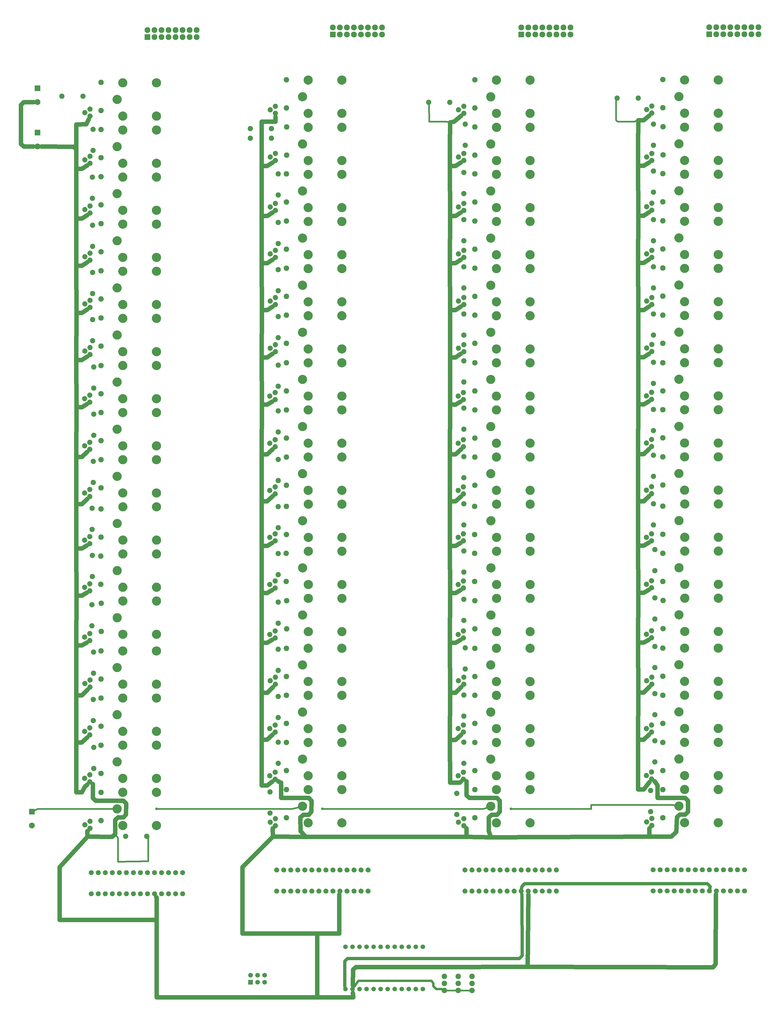
<source format=gbl>
G04 MADE WITH FRITZING*
G04 WWW.FRITZING.ORG*
G04 DOUBLE SIDED*
G04 HOLES PLATED*
G04 CONTOUR ON CENTER OF CONTOUR VECTOR*
%ASAXBY*%
%FSLAX23Y23*%
%MOIN*%
%OFA0B0*%
%SFA1.0B1.0*%
%ADD10C,0.075000*%
%ADD11C,0.078000*%
%ADD12C,0.039370*%
%ADD13C,0.070000*%
%ADD14C,0.066000*%
%ADD15C,0.083307*%
%ADD16C,0.074000*%
%ADD17C,0.129921*%
%ADD18C,0.067323*%
%ADD19R,0.083307X0.083307*%
%ADD20R,0.067323X0.067323*%
%ADD21C,0.024000*%
%ADD22C,0.048000*%
%ADD23C,0.032000*%
%ADD24C,0.064000*%
%ADD25R,0.001000X0.001000*%
%LNCOPPER0*%
G90*
G70*
G54D10*
X1638Y2405D03*
X1938Y2405D03*
X9105Y3053D03*
X9105Y2753D03*
X9164Y3762D03*
X9164Y3462D03*
X9164Y4431D03*
X9164Y4131D03*
X9164Y5101D03*
X9164Y4801D03*
X9164Y5790D03*
X9164Y5490D03*
X9164Y6479D03*
X9164Y6179D03*
X9144Y7128D03*
X9144Y6828D03*
X9144Y7817D03*
X9144Y7517D03*
X9144Y8467D03*
X9144Y8167D03*
X9144Y9136D03*
X9144Y8836D03*
X9144Y9825D03*
X9144Y9525D03*
X9144Y10494D03*
X9144Y10194D03*
X9144Y11164D03*
X9144Y10864D03*
X9144Y11853D03*
X9144Y11553D03*
X9144Y12522D03*
X9144Y12222D03*
X8628Y12891D03*
X8928Y12891D03*
X5950Y12832D03*
X6250Y12832D03*
X6467Y12522D03*
X6467Y12222D03*
X6447Y11833D03*
X6447Y11533D03*
X6447Y11164D03*
X6447Y10864D03*
X6447Y10494D03*
X6447Y10194D03*
X6447Y9825D03*
X6447Y9525D03*
X6447Y9156D03*
X6447Y8856D03*
X6447Y8486D03*
X6447Y8186D03*
X6447Y7797D03*
X6447Y7497D03*
X6447Y7128D03*
X6447Y6828D03*
X6447Y6459D03*
X6447Y6159D03*
X6447Y5770D03*
X6447Y5470D03*
X6467Y5081D03*
X6467Y4781D03*
X6447Y4412D03*
X6447Y4112D03*
X6447Y3742D03*
X6447Y3442D03*
X6349Y3014D03*
X6349Y2714D03*
X3691Y3034D03*
X3691Y2734D03*
X3809Y3742D03*
X3809Y3442D03*
X3809Y4392D03*
X3809Y4092D03*
X3809Y5061D03*
X3809Y4761D03*
X3809Y5731D03*
X3809Y5431D03*
X3809Y6420D03*
X3809Y6120D03*
X3809Y7089D03*
X3809Y6789D03*
X3809Y7758D03*
X3809Y7458D03*
X3809Y8447D03*
X3809Y8147D03*
X3809Y9097D03*
X3809Y8797D03*
X3809Y9786D03*
X3809Y9486D03*
X3809Y10455D03*
X3809Y10155D03*
X3411Y12320D03*
X3711Y12320D03*
X3809Y11124D03*
X3809Y10824D03*
X3809Y11813D03*
X3809Y11513D03*
X3411Y12458D03*
X3711Y12458D03*
X732Y12916D03*
X1032Y12916D03*
X1174Y12149D03*
X1174Y12449D03*
X1166Y11468D03*
X1166Y11768D03*
X1170Y10783D03*
X1170Y11083D03*
X1170Y10113D03*
X1170Y10413D03*
X1170Y9444D03*
X1170Y9744D03*
X1186Y8771D03*
X1186Y9071D03*
X1186Y8101D03*
X1186Y8401D03*
X1178Y7432D03*
X1178Y7732D03*
X1162Y6763D03*
X1162Y7063D03*
X1166Y6094D03*
X1166Y6394D03*
X1158Y5393D03*
X1158Y5693D03*
X1182Y4720D03*
X1182Y5020D03*
X1186Y3368D03*
X1186Y3668D03*
X1178Y4049D03*
X1178Y4349D03*
G54D11*
X6565Y413D03*
X6565Y313D03*
X6565Y213D03*
X6369Y413D03*
X6369Y313D03*
X6369Y213D03*
X6172Y413D03*
X6172Y313D03*
X6172Y213D03*
G54D12*
X2077Y2793D03*
X4439Y2793D03*
X7117Y2793D03*
G54D13*
X9141Y1628D03*
X10341Y1928D03*
X9241Y1628D03*
X10441Y1928D03*
X9341Y1628D03*
X9441Y1628D03*
X9541Y1628D03*
X9641Y1628D03*
X10441Y1628D03*
X10341Y1628D03*
X10241Y1628D03*
X10141Y1628D03*
X9741Y1628D03*
X9941Y1628D03*
X9841Y1628D03*
X10041Y1628D03*
X9941Y1928D03*
X10041Y1928D03*
X10141Y1928D03*
X10241Y1928D03*
X9741Y1928D03*
X9841Y1928D03*
X9341Y1928D03*
X9441Y1928D03*
X9541Y1928D03*
X9641Y1928D03*
X9141Y1928D03*
X9241Y1928D03*
X6465Y1625D03*
X7665Y1925D03*
X6565Y1625D03*
X7765Y1925D03*
X6665Y1625D03*
X6765Y1625D03*
X6865Y1625D03*
X6965Y1625D03*
X7765Y1625D03*
X7665Y1625D03*
X7565Y1625D03*
X7465Y1625D03*
X7065Y1625D03*
X7265Y1625D03*
X7165Y1625D03*
X7365Y1625D03*
X7265Y1925D03*
X7365Y1925D03*
X7465Y1925D03*
X7565Y1925D03*
X7065Y1925D03*
X7165Y1925D03*
X6665Y1925D03*
X6765Y1925D03*
X6865Y1925D03*
X6965Y1925D03*
X6465Y1925D03*
X6565Y1925D03*
X3787Y1625D03*
X4987Y1925D03*
X3887Y1625D03*
X5087Y1925D03*
X3987Y1625D03*
X4087Y1625D03*
X4187Y1625D03*
X4287Y1625D03*
X5087Y1625D03*
X4987Y1625D03*
X4887Y1625D03*
X4787Y1625D03*
X4387Y1625D03*
X4587Y1625D03*
X4487Y1625D03*
X4687Y1625D03*
X4587Y1925D03*
X4687Y1925D03*
X4787Y1925D03*
X4887Y1925D03*
X4387Y1925D03*
X4487Y1925D03*
X3987Y1925D03*
X4087Y1925D03*
X4187Y1925D03*
X4287Y1925D03*
X3787Y1925D03*
X3887Y1925D03*
X1150Y1587D03*
X2350Y1887D03*
X1250Y1587D03*
X2450Y1887D03*
X1350Y1587D03*
X1450Y1587D03*
X1550Y1587D03*
X1650Y1587D03*
X2450Y1587D03*
X2350Y1587D03*
X2250Y1587D03*
X2150Y1587D03*
X1750Y1587D03*
X1950Y1587D03*
X1850Y1587D03*
X2050Y1587D03*
X1950Y1887D03*
X2050Y1887D03*
X2150Y1887D03*
X2250Y1887D03*
X1750Y1887D03*
X1850Y1887D03*
X1350Y1887D03*
X1450Y1887D03*
X1550Y1887D03*
X1650Y1887D03*
X1150Y1887D03*
X1250Y1887D03*
G54D14*
X5866Y834D03*
X5766Y834D03*
X5666Y834D03*
X5566Y834D03*
X5466Y834D03*
X5366Y834D03*
X5266Y834D03*
X5166Y834D03*
X5066Y834D03*
X4966Y834D03*
X4866Y834D03*
X4766Y834D03*
X4766Y234D03*
X4866Y234D03*
X4966Y234D03*
X5066Y234D03*
X5166Y234D03*
X5266Y234D03*
X5366Y234D03*
X5466Y234D03*
X5566Y234D03*
X5666Y234D03*
X5766Y234D03*
X5866Y234D03*
G54D15*
X306Y2753D03*
X306Y2557D03*
G54D16*
X9123Y12676D03*
X9048Y12726D03*
X9123Y12776D03*
X6447Y12673D03*
X6372Y12723D03*
X6447Y12773D03*
X3769Y12673D03*
X3694Y12723D03*
X3769Y12773D03*
X9123Y12005D03*
X9048Y12055D03*
X9123Y12105D03*
X6447Y12003D03*
X6372Y12053D03*
X6447Y12103D03*
X3769Y12003D03*
X3694Y12053D03*
X3769Y12103D03*
X1132Y12635D03*
X1057Y12685D03*
X1132Y12735D03*
X1133Y11965D03*
X1058Y12015D03*
X1133Y12065D03*
X9123Y11298D03*
X9048Y11348D03*
X9123Y11398D03*
X6447Y11295D03*
X6372Y11345D03*
X6447Y11395D03*
X3769Y11295D03*
X3694Y11345D03*
X3769Y11395D03*
X1132Y11257D03*
X1057Y11307D03*
X1132Y11357D03*
X9123Y10628D03*
X9048Y10678D03*
X9123Y10728D03*
X6447Y10626D03*
X6372Y10676D03*
X6447Y10726D03*
X3769Y10626D03*
X3694Y10676D03*
X3769Y10726D03*
X1132Y10588D03*
X1057Y10638D03*
X1132Y10688D03*
X9123Y9290D03*
X9048Y9340D03*
X9123Y9390D03*
X6447Y9287D03*
X6372Y9337D03*
X6447Y9387D03*
X3769Y9288D03*
X3694Y9338D03*
X3769Y9388D03*
X1132Y9249D03*
X1057Y9299D03*
X1132Y9349D03*
X9123Y9959D03*
X9048Y10009D03*
X9123Y10059D03*
X6447Y9957D03*
X6372Y10007D03*
X6447Y10057D03*
X3769Y9957D03*
X3694Y10007D03*
X3769Y10057D03*
X1132Y9919D03*
X1057Y9969D03*
X1132Y10019D03*
X9119Y7271D03*
X9044Y7321D03*
X9119Y7371D03*
X6443Y7269D03*
X6368Y7319D03*
X6443Y7369D03*
X3765Y7269D03*
X3690Y7319D03*
X3765Y7369D03*
X1129Y7231D03*
X1054Y7281D03*
X1129Y7331D03*
X9119Y8610D03*
X9044Y8660D03*
X9119Y8710D03*
X6443Y8607D03*
X6368Y8657D03*
X6443Y8707D03*
X3765Y8608D03*
X3690Y8658D03*
X3765Y8708D03*
X1129Y8570D03*
X1054Y8620D03*
X1129Y8670D03*
X9119Y7941D03*
X9044Y7991D03*
X9119Y8041D03*
X6443Y7938D03*
X6368Y7988D03*
X6443Y8038D03*
X3765Y7938D03*
X3690Y7988D03*
X3765Y8038D03*
X1129Y7900D03*
X1054Y7950D03*
X1129Y8000D03*
X9119Y6602D03*
X9044Y6652D03*
X9119Y6702D03*
X6443Y6600D03*
X6368Y6650D03*
X6443Y6700D03*
X3765Y6600D03*
X3690Y6650D03*
X3765Y6700D03*
X1129Y6562D03*
X1054Y6612D03*
X1129Y6662D03*
X9119Y5933D03*
X9044Y5983D03*
X9119Y6033D03*
X6443Y5930D03*
X6368Y5980D03*
X6443Y6030D03*
X3765Y5930D03*
X3690Y5980D03*
X3765Y6030D03*
X1129Y5892D03*
X1054Y5942D03*
X1129Y5992D03*
X9119Y5224D03*
X9044Y5274D03*
X9119Y5324D03*
X6443Y5222D03*
X6368Y5272D03*
X6443Y5322D03*
X3765Y5222D03*
X3690Y5272D03*
X3765Y5322D03*
X1129Y5184D03*
X1054Y5234D03*
X1129Y5284D03*
X9123Y4565D03*
X9048Y4615D03*
X9123Y4665D03*
X6447Y4563D03*
X6372Y4613D03*
X6447Y4663D03*
X3769Y4563D03*
X3694Y4613D03*
X3769Y4663D03*
X1132Y4525D03*
X1057Y4575D03*
X1132Y4625D03*
X9119Y3885D03*
X9044Y3935D03*
X9119Y3985D03*
X6443Y3883D03*
X6368Y3933D03*
X6443Y3983D03*
X3765Y3883D03*
X3690Y3933D03*
X3765Y3983D03*
X1129Y3845D03*
X1054Y3895D03*
X1129Y3945D03*
X9119Y3216D03*
X9044Y3266D03*
X9119Y3316D03*
X6443Y3214D03*
X6368Y3264D03*
X6443Y3314D03*
X3765Y3214D03*
X3690Y3264D03*
X3765Y3314D03*
X1129Y3176D03*
X1054Y3226D03*
X1129Y3276D03*
X9123Y2558D03*
X9048Y2608D03*
X9123Y2658D03*
X6447Y2555D03*
X6372Y2605D03*
X6447Y2655D03*
X3769Y2555D03*
X3694Y2605D03*
X3769Y2655D03*
X1132Y2517D03*
X1057Y2567D03*
X1132Y2617D03*
G54D17*
X9509Y12912D03*
X9589Y12676D03*
X10068Y12676D03*
X9589Y13148D03*
X10068Y13148D03*
X6833Y12909D03*
X6913Y12673D03*
X7392Y12673D03*
X6913Y13146D03*
X7392Y13146D03*
X4155Y12910D03*
X4235Y12673D03*
X4714Y12673D03*
X4235Y13146D03*
X4714Y13146D03*
X9509Y12241D03*
X9590Y12005D03*
X10068Y12005D03*
X9590Y12477D03*
X10068Y12477D03*
X6833Y12239D03*
X6914Y12003D03*
X7392Y12003D03*
X6914Y12475D03*
X7392Y12475D03*
X4155Y12239D03*
X4236Y12003D03*
X4714Y12003D03*
X4236Y12475D03*
X4714Y12475D03*
X1518Y12872D03*
X1599Y12635D03*
X2077Y12635D03*
X1599Y13108D03*
X2077Y13108D03*
X1519Y12201D03*
X1599Y11965D03*
X2078Y11965D03*
X1599Y12437D03*
X2078Y12437D03*
X9509Y10904D03*
X9589Y10668D03*
X10068Y10668D03*
X9589Y11140D03*
X10068Y11140D03*
X6833Y10902D03*
X6913Y10665D03*
X7392Y10665D03*
X6913Y11138D03*
X7392Y11138D03*
X4155Y10902D03*
X4235Y10666D03*
X4714Y10666D03*
X4235Y11138D03*
X4714Y11138D03*
X1518Y10864D03*
X1599Y10627D03*
X2077Y10627D03*
X1599Y11100D03*
X2077Y11100D03*
X9509Y10235D03*
X9589Y9998D03*
X10068Y9998D03*
X9589Y10471D03*
X10068Y10471D03*
X6833Y10232D03*
X6913Y9996D03*
X7392Y9996D03*
X6913Y10468D03*
X7392Y10468D03*
X4155Y10232D03*
X4235Y9996D03*
X4714Y9996D03*
X4235Y10469D03*
X4714Y10469D03*
X1518Y10194D03*
X1599Y9958D03*
X2077Y9958D03*
X1599Y10431D03*
X2077Y10431D03*
X9509Y11573D03*
X9589Y11337D03*
X10068Y11337D03*
X9589Y11809D03*
X10068Y11809D03*
X6833Y11571D03*
X6913Y11335D03*
X7392Y11335D03*
X6913Y11807D03*
X7392Y11807D03*
X4155Y11571D03*
X4235Y11335D03*
X4714Y11335D03*
X4235Y11807D03*
X4714Y11807D03*
X1518Y11533D03*
X1599Y11297D03*
X2077Y11297D03*
X1599Y11769D03*
X2077Y11769D03*
X9509Y7558D03*
X9589Y7321D03*
X10068Y7321D03*
X9589Y7794D03*
X10068Y7794D03*
X6833Y7555D03*
X6913Y7319D03*
X7392Y7319D03*
X6913Y7791D03*
X7392Y7791D03*
X4155Y7555D03*
X4235Y7319D03*
X4714Y7319D03*
X4235Y7791D03*
X4714Y7791D03*
X1518Y7517D03*
X1599Y7281D03*
X2077Y7281D03*
X1599Y7753D03*
X2077Y7753D03*
X9509Y8227D03*
X9589Y7991D03*
X10068Y7991D03*
X9589Y8463D03*
X10068Y8463D03*
X6833Y8224D03*
X6913Y7988D03*
X7392Y7988D03*
X6913Y8461D03*
X7392Y8461D03*
X4155Y8225D03*
X4235Y7988D03*
X4714Y7988D03*
X4235Y8461D03*
X4714Y8461D03*
X1518Y8186D03*
X1599Y7950D03*
X2077Y7950D03*
X1599Y8423D03*
X2077Y8423D03*
X9509Y9565D03*
X9589Y9329D03*
X10068Y9329D03*
X9589Y9802D03*
X10068Y9802D03*
X6833Y9563D03*
X6913Y9327D03*
X7392Y9327D03*
X6913Y9799D03*
X7392Y9799D03*
X4155Y9563D03*
X4235Y9327D03*
X4714Y9327D03*
X4235Y9799D03*
X4714Y9799D03*
X1518Y9525D03*
X1599Y9289D03*
X2077Y9289D03*
X1599Y9761D03*
X2077Y9761D03*
X9509Y8896D03*
X9589Y8660D03*
X10068Y8660D03*
X9589Y9132D03*
X10068Y9132D03*
X6833Y8894D03*
X6913Y8658D03*
X7392Y8658D03*
X6913Y9130D03*
X7392Y9130D03*
X4155Y8894D03*
X4235Y8658D03*
X4714Y8658D03*
X4235Y9130D03*
X4714Y9130D03*
X1518Y8856D03*
X1599Y8620D03*
X2077Y8620D03*
X1599Y9092D03*
X2077Y9092D03*
X9510Y6888D03*
X9591Y6652D03*
X10069Y6652D03*
X9591Y7124D03*
X10069Y7124D03*
X6834Y6886D03*
X6915Y6650D03*
X7393Y6650D03*
X6915Y7122D03*
X7393Y7122D03*
X4156Y6886D03*
X4237Y6650D03*
X4715Y6650D03*
X4237Y7122D03*
X4715Y7122D03*
X1520Y6848D03*
X1600Y6612D03*
X2079Y6612D03*
X1600Y7084D03*
X2079Y7084D03*
X9510Y6219D03*
X9591Y5983D03*
X10069Y5983D03*
X9591Y6455D03*
X10069Y6455D03*
X6834Y6217D03*
X6915Y5980D03*
X7393Y5980D03*
X6915Y6453D03*
X7393Y6453D03*
X4156Y6217D03*
X4237Y5980D03*
X4715Y5980D03*
X4237Y6453D03*
X4715Y6453D03*
X1520Y6179D03*
X1600Y5942D03*
X2079Y5942D03*
X1600Y6415D03*
X2079Y6415D03*
X9509Y4841D03*
X9589Y4605D03*
X10068Y4605D03*
X9589Y5077D03*
X10068Y5077D03*
X6833Y4839D03*
X6913Y4602D03*
X7392Y4602D03*
X6913Y5075D03*
X7392Y5075D03*
X4155Y4839D03*
X4235Y4603D03*
X4714Y4603D03*
X4235Y5075D03*
X4714Y5075D03*
X1518Y4801D03*
X1599Y4564D03*
X2077Y4564D03*
X1599Y5037D03*
X2077Y5037D03*
X9510Y5550D03*
X9591Y5313D03*
X10069Y5313D03*
X9591Y5786D03*
X10069Y5786D03*
X6834Y5547D03*
X6915Y5311D03*
X7393Y5311D03*
X6915Y5783D03*
X7393Y5783D03*
X4156Y5547D03*
X4237Y5311D03*
X4715Y5311D03*
X4237Y5784D03*
X4715Y5784D03*
X1520Y5509D03*
X1600Y5273D03*
X2079Y5273D03*
X1600Y5746D03*
X2079Y5746D03*
X9509Y4172D03*
X9589Y3936D03*
X10068Y3936D03*
X9589Y4408D03*
X10068Y4408D03*
X6833Y4169D03*
X6913Y3933D03*
X7392Y3933D03*
X6913Y4406D03*
X7392Y4406D03*
X4155Y4169D03*
X4235Y3933D03*
X4714Y3933D03*
X4235Y4406D03*
X4714Y4406D03*
X1518Y4131D03*
X1599Y3895D03*
X2077Y3895D03*
X1599Y4368D03*
X2077Y4368D03*
X9509Y3502D03*
X9589Y3266D03*
X10068Y3266D03*
X9589Y3739D03*
X10068Y3739D03*
X6833Y3500D03*
X6913Y3264D03*
X7392Y3264D03*
X6913Y3736D03*
X7392Y3736D03*
X4155Y3500D03*
X4235Y3264D03*
X4714Y3264D03*
X4235Y3736D03*
X4714Y3736D03*
X1518Y3462D03*
X1599Y3226D03*
X2077Y3226D03*
X1599Y3698D03*
X2077Y3698D03*
X9509Y2833D03*
X9589Y2597D03*
X10068Y2597D03*
X9589Y3069D03*
X10068Y3069D03*
X6833Y2831D03*
X6913Y2595D03*
X7392Y2595D03*
X6913Y3067D03*
X7392Y3067D03*
X4155Y2831D03*
X4235Y2595D03*
X4714Y2595D03*
X4235Y3067D03*
X4714Y3067D03*
X1518Y2793D03*
X1599Y2557D03*
X2077Y2557D03*
X1599Y3029D03*
X2077Y3029D03*
G54D11*
X9280Y10746D03*
X9280Y11146D03*
X6604Y10744D03*
X6604Y11144D03*
X3926Y10744D03*
X3926Y11144D03*
X1290Y10706D03*
X1290Y11106D03*
X9280Y10077D03*
X9280Y10477D03*
X6604Y10075D03*
X6604Y10475D03*
X3926Y10075D03*
X3926Y10475D03*
X1290Y10037D03*
X1290Y10437D03*
X9280Y12754D03*
X9280Y13154D03*
X6604Y12752D03*
X6604Y13152D03*
X3926Y12752D03*
X3926Y13152D03*
X9281Y12084D03*
X9281Y12484D03*
X6605Y12081D03*
X6605Y12481D03*
X3927Y12081D03*
X3927Y12481D03*
X1290Y12714D03*
X1290Y13114D03*
X1290Y12043D03*
X1290Y12443D03*
X9280Y11416D03*
X9280Y11816D03*
X6604Y11413D03*
X6604Y11813D03*
X3926Y11414D03*
X3926Y11814D03*
X1290Y11375D03*
X1290Y11775D03*
X9280Y8732D03*
X9280Y9132D03*
X6604Y8730D03*
X6604Y9130D03*
X3926Y8730D03*
X3926Y9130D03*
X1290Y8692D03*
X1290Y9092D03*
X9280Y7394D03*
X9280Y7794D03*
X6604Y7391D03*
X6604Y7791D03*
X3926Y7391D03*
X3926Y7791D03*
X1290Y7353D03*
X1290Y7753D03*
X9280Y9408D03*
X9280Y9808D03*
X6604Y9406D03*
X6604Y9806D03*
X3926Y9406D03*
X3926Y9806D03*
X1290Y9368D03*
X1290Y9768D03*
X9280Y8063D03*
X9280Y8463D03*
X6604Y8061D03*
X6604Y8461D03*
X3926Y8061D03*
X3926Y8461D03*
X1290Y8023D03*
X1290Y8423D03*
X9278Y6695D03*
X9278Y7095D03*
X6602Y6692D03*
X6602Y7092D03*
X3924Y6692D03*
X3924Y7092D03*
X1287Y6654D03*
X1287Y7054D03*
X9277Y6025D03*
X9277Y6425D03*
X6601Y6023D03*
X6601Y6423D03*
X3923Y6023D03*
X3923Y6423D03*
X1286Y5985D03*
X1286Y6385D03*
X9281Y5353D03*
X9281Y5753D03*
X6605Y5351D03*
X6605Y5751D03*
X3927Y5351D03*
X3927Y5751D03*
X1291Y5313D03*
X1291Y5713D03*
X9280Y4677D03*
X9280Y5077D03*
X6604Y4675D03*
X6604Y5075D03*
X3926Y4675D03*
X3926Y5075D03*
X1290Y4637D03*
X1290Y5037D03*
X9280Y4008D03*
X9280Y4408D03*
X6604Y4006D03*
X6604Y4406D03*
X3926Y4006D03*
X3926Y4406D03*
X1290Y3968D03*
X1290Y4368D03*
X9280Y3339D03*
X9280Y3739D03*
X6604Y3336D03*
X6604Y3736D03*
X3926Y3336D03*
X3926Y3736D03*
X1290Y3298D03*
X1290Y3698D03*
X9280Y2669D03*
X9280Y3069D03*
X6604Y2667D03*
X6604Y3067D03*
X3926Y2667D03*
X3926Y3067D03*
X1290Y2629D03*
X1290Y3029D03*
G54D18*
X3416Y431D03*
X3516Y431D03*
X3616Y431D03*
X3416Y331D03*
X3516Y331D03*
X3616Y331D03*
G54D15*
X9940Y13896D03*
X10040Y13896D03*
X10140Y13896D03*
X10240Y13896D03*
X10340Y13896D03*
X10440Y13896D03*
X10540Y13896D03*
X10640Y13896D03*
X9940Y13796D03*
X10040Y13796D03*
X10140Y13796D03*
X10240Y13796D03*
X10340Y13796D03*
X10440Y13796D03*
X10540Y13796D03*
X10640Y13796D03*
X7264Y13894D03*
X7364Y13894D03*
X7464Y13894D03*
X7564Y13894D03*
X7664Y13894D03*
X7764Y13894D03*
X7864Y13894D03*
X7964Y13894D03*
X7264Y13794D03*
X7364Y13794D03*
X7464Y13794D03*
X7564Y13794D03*
X7664Y13794D03*
X7764Y13794D03*
X7864Y13794D03*
X7964Y13794D03*
X4586Y13894D03*
X4686Y13894D03*
X4786Y13894D03*
X4886Y13894D03*
X4986Y13894D03*
X5086Y13894D03*
X5186Y13894D03*
X5286Y13894D03*
X4586Y13794D03*
X4686Y13794D03*
X4786Y13794D03*
X4886Y13794D03*
X4986Y13794D03*
X5086Y13794D03*
X5186Y13794D03*
X5286Y13794D03*
X1950Y13856D03*
X2050Y13856D03*
X2150Y13856D03*
X2250Y13856D03*
X2350Y13856D03*
X2450Y13856D03*
X2550Y13856D03*
X2650Y13856D03*
X1950Y13756D03*
X2050Y13756D03*
X2150Y13756D03*
X2250Y13756D03*
X2350Y13756D03*
X2450Y13756D03*
X2550Y13756D03*
X2650Y13756D03*
X385Y13030D03*
X385Y12833D03*
X385Y12400D03*
X385Y12204D03*
G54D19*
X306Y2753D03*
G54D20*
X3416Y331D03*
G54D19*
X9940Y13796D03*
X7264Y13794D03*
X4586Y13794D03*
X1950Y13756D03*
X385Y13030D03*
X385Y12400D03*
G54D21*
X6192Y12557D02*
X5954Y12557D01*
D02*
X5954Y12557D02*
X5951Y12804D01*
D02*
X6253Y12548D02*
X6192Y12557D01*
D02*
X8613Y12851D02*
X8618Y12864D01*
D02*
X8613Y12577D02*
X8613Y12851D01*
D02*
X8869Y12557D02*
X8634Y12557D01*
D02*
X8634Y12557D02*
X8613Y12577D01*
D02*
X8928Y12576D02*
X8869Y12557D01*
D02*
X1957Y2050D02*
X1960Y2400D01*
D02*
X1960Y2400D02*
X1966Y2398D01*
G54D22*
D02*
X4793Y666D02*
X4754Y628D01*
D02*
X4754Y272D02*
X4754Y274D01*
D02*
X7275Y1573D02*
X7277Y707D01*
D02*
X7277Y707D02*
X7238Y666D01*
D02*
X4754Y628D02*
X4754Y272D01*
D02*
X7238Y666D02*
X4793Y666D01*
D02*
X7272Y1589D02*
X7275Y1573D01*
D02*
X7274Y1691D02*
X7312Y1730D01*
D02*
X9951Y1691D02*
X9947Y1664D01*
D02*
X9913Y1730D02*
X9951Y1691D01*
D02*
X7312Y1730D02*
X9913Y1730D01*
D02*
X7270Y1662D02*
X7274Y1691D01*
G54D21*
D02*
X6399Y213D02*
X6535Y213D01*
D02*
X6202Y213D02*
X6338Y213D01*
G54D23*
D02*
X6054Y234D02*
X6132Y234D01*
D02*
X6015Y313D02*
X6015Y273D01*
D02*
X6132Y234D02*
X6140Y229D01*
D02*
X6015Y273D02*
X6054Y234D01*
D02*
X5988Y352D02*
X6015Y313D01*
D02*
X4950Y351D02*
X5988Y352D01*
D02*
X4887Y263D02*
X4950Y351D01*
G54D21*
D02*
X1527Y2043D02*
X1957Y2050D01*
D02*
X1527Y2380D02*
X1527Y2043D01*
D02*
X1487Y2438D02*
X1527Y2380D01*
D02*
X4005Y2793D02*
X2096Y2793D01*
D02*
X4119Y2822D02*
X4005Y2793D01*
D02*
X6724Y2793D02*
X4458Y2793D01*
D02*
X6798Y2819D02*
X6724Y2793D01*
D02*
X9420Y2851D02*
X9473Y2840D01*
D02*
X8259Y2851D02*
X9202Y2851D01*
D02*
X8259Y2793D02*
X8259Y2851D01*
D02*
X9202Y2851D02*
X9420Y2851D01*
D02*
X7136Y2793D02*
X8259Y2793D01*
G54D24*
D02*
X4361Y116D02*
X4875Y116D01*
D02*
X2078Y1534D02*
X2078Y1217D01*
D02*
X2078Y1217D02*
X2080Y116D01*
D02*
X4875Y116D02*
X4870Y181D01*
D02*
X2080Y116D02*
X4361Y116D01*
D02*
X2073Y1544D02*
X2078Y1534D01*
D02*
X698Y1966D02*
X699Y1217D01*
D02*
X699Y1217D02*
X2078Y1217D01*
D02*
X1094Y2400D02*
X698Y1966D01*
D02*
X4363Y1023D02*
X4675Y1023D01*
D02*
X4361Y116D02*
X4363Y1023D01*
D02*
X4675Y1574D02*
X4676Y1578D01*
D02*
X4675Y1023D02*
X4675Y1574D01*
D02*
X3298Y1023D02*
X3298Y1966D01*
D02*
X3298Y1966D02*
X3733Y2400D01*
D02*
X4363Y1023D02*
X3298Y1023D01*
D02*
X6250Y2399D02*
X4203Y2399D01*
D02*
X6486Y2399D02*
X6250Y2399D01*
D02*
X4872Y510D02*
X4867Y287D01*
D02*
X4912Y549D02*
X4872Y510D01*
D02*
X6016Y548D02*
X4912Y549D01*
D02*
X7354Y551D02*
X7364Y1577D01*
D02*
X6016Y548D02*
X7354Y551D01*
D02*
X9992Y545D02*
X7354Y551D01*
D02*
X9084Y2402D02*
X6832Y2391D01*
D02*
X10031Y1574D02*
X10032Y1580D01*
D02*
X10028Y590D02*
X10031Y1574D01*
D02*
X9992Y545D02*
X10028Y590D01*
D02*
X9004Y3778D02*
X9083Y3852D01*
D02*
X6328Y3775D02*
X6407Y3849D01*
D02*
X3650Y3776D02*
X3729Y3850D01*
D02*
X8926Y3778D02*
X9004Y3778D01*
D02*
X6249Y3775D02*
X6328Y3775D01*
D02*
X3572Y3776D02*
X3650Y3776D01*
D02*
X1013Y3737D02*
X1092Y3812D01*
D02*
X935Y3737D02*
X1013Y3737D01*
D02*
X9004Y5156D02*
X9077Y5199D01*
D02*
X6328Y5154D02*
X6401Y5197D01*
D02*
X3650Y5154D02*
X3723Y5197D01*
D02*
X8926Y5156D02*
X9004Y5156D01*
D02*
X6250Y5154D02*
X6328Y5154D01*
D02*
X3572Y5154D02*
X3650Y5154D01*
D02*
X1014Y5116D02*
X1086Y5159D01*
D02*
X935Y5116D02*
X1014Y5116D01*
D02*
X8927Y5865D02*
X9004Y5864D01*
D02*
X6251Y5863D02*
X6328Y5862D01*
D02*
X3573Y5863D02*
X3650Y5862D01*
D02*
X9004Y5864D02*
X9077Y5907D01*
D02*
X6328Y5862D02*
X6401Y5905D01*
D02*
X3650Y5862D02*
X3723Y5905D01*
D02*
X1014Y5824D02*
X1086Y5867D01*
D02*
X937Y5825D02*
X1014Y5824D01*
D02*
X8925Y6534D02*
X9006Y6534D01*
D02*
X6249Y6532D02*
X6330Y6532D01*
D02*
X3571Y6532D02*
X3652Y6532D01*
D02*
X9006Y6534D02*
X9077Y6577D01*
D02*
X6330Y6532D02*
X6401Y6574D01*
D02*
X3652Y6532D02*
X3723Y6574D01*
D02*
X1016Y6494D02*
X1086Y6536D01*
D02*
X935Y6494D02*
X1016Y6494D01*
D02*
X8925Y7834D02*
X9004Y7834D01*
D02*
X6249Y7832D02*
X6328Y7832D01*
D02*
X3571Y7832D02*
X3650Y7832D01*
D02*
X9004Y7834D02*
X9083Y7907D01*
D02*
X6328Y7832D02*
X6407Y7905D01*
D02*
X3650Y7832D02*
X3729Y7905D01*
D02*
X1014Y7794D02*
X1092Y7867D01*
D02*
X934Y7794D02*
X1014Y7794D01*
D02*
X9004Y8541D02*
X9077Y8584D01*
D02*
X6328Y8539D02*
X6401Y8582D01*
D02*
X3650Y8539D02*
X3723Y8582D01*
D02*
X8928Y8543D02*
X9004Y8541D01*
D02*
X6252Y8541D02*
X6328Y8539D01*
D02*
X3574Y8541D02*
X3650Y8539D01*
D02*
X1014Y8501D02*
X1086Y8544D01*
D02*
X937Y8503D02*
X1014Y8501D01*
D02*
X9004Y9211D02*
X9082Y9262D01*
D02*
X6328Y9208D02*
X6406Y9260D01*
D02*
X3650Y9208D02*
X3728Y9260D01*
D02*
X8927Y9211D02*
X9004Y9211D01*
D02*
X6251Y9208D02*
X6328Y9208D01*
D02*
X3573Y9208D02*
X3650Y9208D01*
D02*
X1013Y9170D02*
X1091Y9222D01*
D02*
X936Y9170D02*
X1013Y9170D01*
D02*
X9005Y10550D02*
X9082Y10601D01*
D02*
X6329Y10548D02*
X6406Y10599D01*
D02*
X3651Y10548D02*
X3728Y10599D01*
D02*
X8925Y10550D02*
X9005Y10550D01*
D02*
X6249Y10548D02*
X6329Y10548D01*
D02*
X3571Y10548D02*
X3651Y10548D01*
D02*
X1014Y10510D02*
X1091Y10561D01*
D02*
X935Y10510D02*
X1014Y10510D01*
D02*
X9005Y11220D02*
X9082Y11271D01*
D02*
X6329Y11218D02*
X6406Y11268D01*
D02*
X3651Y11218D02*
X3728Y11268D01*
D02*
X8927Y11220D02*
X9005Y11220D01*
D02*
X6251Y11218D02*
X6329Y11218D01*
D02*
X3573Y11218D02*
X3651Y11218D01*
D02*
X1014Y11180D02*
X1091Y11230D01*
D02*
X936Y11180D02*
X1014Y11180D01*
D02*
X9004Y11930D02*
X9082Y11979D01*
D02*
X6328Y11927D02*
X6406Y11976D01*
D02*
X3650Y11927D02*
X3728Y11976D01*
D02*
X8925Y11930D02*
X9004Y11930D01*
D02*
X6249Y11927D02*
X6328Y11927D01*
D02*
X3571Y11927D02*
X3650Y11927D01*
D02*
X1014Y11889D02*
X1091Y11938D01*
D02*
X934Y11889D02*
X1014Y11889D01*
D02*
X148Y12242D02*
X148Y12794D01*
D02*
X148Y12794D02*
X187Y12833D01*
D02*
X187Y12203D02*
X148Y12242D01*
D02*
X187Y12833D02*
X330Y12833D01*
D02*
X330Y12203D02*
X187Y12203D01*
D02*
X8926Y12203D02*
X8928Y12576D01*
D02*
X6250Y12201D02*
X6253Y12548D01*
D02*
X3572Y12201D02*
X3572Y12556D01*
D02*
X9005Y12576D02*
X9085Y12644D01*
D02*
X6310Y12557D02*
X6409Y12641D01*
D02*
X3769Y12556D02*
X3769Y12624D01*
D02*
X8928Y12576D02*
X9005Y12576D01*
D02*
X6253Y12548D02*
X6310Y12557D01*
D02*
X3572Y12556D02*
X3769Y12556D01*
D02*
X1079Y12521D02*
X1111Y12591D01*
D02*
X935Y12517D02*
X1079Y12521D01*
D02*
X935Y12163D02*
X935Y12517D01*
G54D21*
D02*
X385Y2793D02*
X1481Y2793D01*
D02*
X335Y2768D02*
X385Y2793D01*
G54D24*
D02*
X896Y12202D02*
X440Y12203D01*
D02*
X935Y12163D02*
X896Y12202D01*
D02*
X8925Y11930D02*
X8926Y12203D01*
D02*
X6249Y11927D02*
X6250Y12201D01*
D02*
X3571Y11927D02*
X3572Y12201D01*
D02*
X934Y11889D02*
X935Y12163D01*
D02*
X8927Y11220D02*
X8925Y11930D01*
D02*
X6251Y11218D02*
X6249Y11927D01*
D02*
X3573Y11218D02*
X3571Y11927D01*
D02*
X8928Y9882D02*
X8925Y10550D01*
D02*
X6252Y9880D02*
X6249Y10548D01*
D02*
X3574Y9880D02*
X3571Y10548D01*
D02*
X8925Y10550D02*
X8927Y11220D01*
D02*
X6249Y10548D02*
X6251Y11218D01*
D02*
X3571Y10548D02*
X3573Y11218D01*
D02*
X936Y11180D02*
X934Y11889D01*
D02*
X935Y10510D02*
X936Y11180D01*
D02*
X937Y9842D02*
X935Y10510D01*
D02*
X9202Y2952D02*
X9202Y3127D01*
D02*
X6526Y2950D02*
X6486Y2986D01*
D02*
X3848Y2950D02*
X3848Y3166D01*
D02*
X1211Y2912D02*
X1171Y2948D01*
D02*
X9635Y2911D02*
X9596Y2952D01*
D02*
X6959Y2909D02*
X6920Y2950D01*
D02*
X4281Y2909D02*
X4242Y2950D01*
D02*
X9596Y2952D02*
X9202Y2952D01*
D02*
X6920Y2950D02*
X6526Y2950D01*
D02*
X4242Y2950D02*
X3848Y2950D01*
D02*
X1605Y2912D02*
X1211Y2912D01*
D02*
X1645Y2871D02*
X1605Y2912D01*
D02*
X9596Y2714D02*
X9634Y2755D01*
D02*
X6920Y2712D02*
X6957Y2753D01*
D02*
X4242Y2712D02*
X4280Y2753D01*
D02*
X9634Y2755D02*
X9635Y2911D01*
D02*
X6957Y2753D02*
X6959Y2909D01*
D02*
X4280Y2753D02*
X4281Y2909D01*
D02*
X1643Y2713D02*
X1645Y2871D01*
D02*
X1605Y2674D02*
X1643Y2713D01*
D02*
X9470Y2467D02*
X9477Y2677D01*
D02*
X6801Y2477D02*
X6801Y2674D01*
D02*
X4125Y2478D02*
X4123Y2675D01*
D02*
X9477Y2677D02*
X9518Y2714D01*
D02*
X6801Y2674D02*
X6842Y2712D01*
D02*
X4123Y2675D02*
X4164Y2712D01*
D02*
X9518Y2714D02*
X9596Y2714D01*
D02*
X6842Y2712D02*
X6920Y2712D01*
D02*
X4164Y2712D02*
X4242Y2712D01*
D02*
X1527Y2674D02*
X1605Y2674D01*
D02*
X1487Y2636D02*
X1527Y2674D01*
D02*
X1487Y2438D02*
X1487Y2636D01*
D02*
X9398Y2402D02*
X9470Y2467D01*
D02*
X6832Y2391D02*
X6801Y2477D01*
D02*
X4203Y2399D02*
X4125Y2478D01*
D02*
X1446Y2399D02*
X1487Y2438D01*
D02*
X9162Y3187D02*
X9160Y3188D01*
D02*
X6486Y3185D02*
X6484Y3186D01*
D02*
X3808Y3185D02*
X3806Y3186D01*
D02*
X1172Y3147D02*
X1169Y3148D01*
D02*
X9202Y3127D02*
X9162Y3187D01*
D02*
X6486Y2986D02*
X6486Y3185D01*
D02*
X3848Y3166D02*
X3808Y3185D01*
D02*
X1171Y2948D02*
X1172Y3147D01*
D02*
X9084Y2518D02*
X9088Y2522D01*
D02*
X6486Y2516D02*
X6482Y2520D01*
D02*
X3730Y2516D02*
X3734Y2520D01*
D02*
X1093Y2478D02*
X1098Y2482D01*
D02*
X9084Y2402D02*
X9084Y2518D01*
D02*
X6486Y2399D02*
X6486Y2516D01*
D02*
X3733Y2400D02*
X3730Y2516D01*
D02*
X1094Y2400D02*
X1093Y2478D01*
D02*
X9398Y2402D02*
X9084Y2402D01*
D02*
X6832Y2391D02*
X6486Y2399D01*
D02*
X4203Y2399D02*
X3733Y2400D01*
D02*
X1446Y2399D02*
X1094Y2400D01*
D02*
X9005Y4447D02*
X9088Y4530D01*
D02*
X6329Y4445D02*
X6412Y4528D01*
D02*
X3651Y4445D02*
X3734Y4528D01*
D02*
X1014Y4407D02*
X1097Y4490D01*
D02*
X8927Y4447D02*
X9005Y4447D01*
D02*
X6251Y4445D02*
X6329Y4445D01*
D02*
X3573Y4445D02*
X3651Y4445D01*
D02*
X936Y4407D02*
X1014Y4407D01*
D02*
X9005Y3071D02*
X8926Y3070D01*
D02*
X6388Y3166D02*
X6251Y3166D01*
D02*
X3651Y3127D02*
X3573Y3127D01*
D02*
X9089Y3177D02*
X9005Y3071D01*
D02*
X6406Y3181D02*
X6388Y3166D01*
D02*
X3726Y3184D02*
X3651Y3127D01*
D02*
X1015Y3031D02*
X935Y3030D01*
D02*
X1055Y3108D02*
X1015Y3031D01*
D02*
X1092Y3142D02*
X1055Y3108D01*
D02*
X8926Y3070D02*
X8926Y3778D01*
D02*
X6251Y3166D02*
X6249Y3775D01*
D02*
X3573Y3127D02*
X3572Y3776D01*
D02*
X8926Y3778D02*
X8927Y4447D01*
D02*
X6249Y3775D02*
X6251Y4445D01*
D02*
X3572Y3776D02*
X3573Y4445D01*
D02*
X935Y3737D02*
X936Y4407D01*
D02*
X935Y3030D02*
X935Y3737D01*
D02*
X9004Y7165D02*
X9083Y7238D01*
D02*
X6328Y7163D02*
X6407Y7235D01*
D02*
X3650Y7163D02*
X3729Y7236D01*
D02*
X1014Y7125D02*
X1092Y7198D01*
D02*
X8926Y7165D02*
X9004Y7165D01*
D02*
X6250Y7163D02*
X6328Y7163D01*
D02*
X3572Y7163D02*
X3650Y7163D01*
D02*
X935Y7125D02*
X1014Y7125D01*
D02*
X8927Y5865D02*
X8925Y6534D01*
D02*
X6251Y5863D02*
X6249Y6532D01*
D02*
X3573Y5863D02*
X3571Y6532D01*
D02*
X8925Y6534D02*
X8926Y7165D01*
D02*
X6249Y6532D02*
X6250Y7163D01*
D02*
X3571Y6532D02*
X3572Y7163D01*
D02*
X935Y6494D02*
X935Y7125D01*
D02*
X937Y5825D02*
X935Y6494D01*
D02*
X8927Y4447D02*
X8926Y5156D01*
D02*
X6251Y4445D02*
X6250Y5154D01*
D02*
X3573Y4445D02*
X3572Y5154D01*
D02*
X8926Y5156D02*
X8927Y5865D01*
D02*
X6250Y5154D02*
X6251Y5863D01*
D02*
X3572Y5154D02*
X3573Y5863D01*
D02*
X935Y5116D02*
X937Y5825D01*
D02*
X936Y4407D02*
X935Y5116D01*
D02*
X9006Y9882D02*
X9082Y9932D01*
D02*
X6330Y9880D02*
X6406Y9930D01*
D02*
X3652Y9880D02*
X3728Y9930D01*
D02*
X1016Y9842D02*
X1091Y9892D01*
D02*
X8928Y9882D02*
X9006Y9882D01*
D02*
X6252Y9880D02*
X6330Y9880D01*
D02*
X3574Y9880D02*
X3652Y9880D01*
D02*
X937Y9842D02*
X1016Y9842D01*
D02*
X8928Y8543D02*
X8927Y9211D01*
D02*
X6252Y8541D02*
X6251Y9208D01*
D02*
X3574Y8541D02*
X3573Y9208D01*
D02*
X937Y8503D02*
X936Y9170D01*
D02*
X8926Y7165D02*
X8925Y7834D01*
D02*
X6250Y7163D02*
X6249Y7832D01*
D02*
X3572Y7163D02*
X3571Y7832D01*
D02*
X935Y7125D02*
X934Y7794D01*
D02*
X8927Y9211D02*
X8928Y9882D01*
D02*
X6251Y9208D02*
X6252Y9880D01*
D02*
X3573Y9208D02*
X3574Y9880D01*
D02*
X936Y9170D02*
X937Y9842D01*
D02*
X8925Y7834D02*
X8928Y8543D01*
D02*
X6249Y7832D02*
X6252Y8541D01*
D02*
X3571Y7832D02*
X3574Y8541D01*
D02*
X934Y7794D02*
X937Y8503D01*
G54D25*
X9582Y13213D02*
X9594Y13213D01*
X10060Y13213D02*
X10073Y13213D01*
X9576Y13212D02*
X9601Y13212D01*
X10054Y13212D02*
X10079Y13212D01*
X4232Y13211D02*
X4237Y13211D01*
X4711Y13211D02*
X4715Y13211D01*
X6912Y13211D02*
X6912Y13211D01*
X9572Y13211D02*
X9605Y13211D01*
X10050Y13211D02*
X10083Y13211D01*
X4224Y13210D02*
X4246Y13210D01*
X4702Y13210D02*
X4724Y13210D01*
X6902Y13210D02*
X6922Y13210D01*
X7381Y13210D02*
X7401Y13210D01*
X9568Y13210D02*
X9608Y13210D01*
X10047Y13210D02*
X10086Y13210D01*
X4219Y13209D02*
X4250Y13209D01*
X4697Y13209D02*
X4728Y13209D01*
X6897Y13209D02*
X6927Y13209D01*
X7376Y13209D02*
X7406Y13209D01*
X9565Y13209D02*
X9611Y13209D01*
X10044Y13209D02*
X10089Y13209D01*
X4215Y13208D02*
X4254Y13208D01*
X4694Y13208D02*
X4732Y13208D01*
X6893Y13208D02*
X6931Y13208D01*
X7372Y13208D02*
X7410Y13208D01*
X9563Y13208D02*
X9614Y13208D01*
X10041Y13208D02*
X10092Y13208D01*
X4212Y13207D02*
X4257Y13207D01*
X4691Y13207D02*
X4735Y13207D01*
X6891Y13207D02*
X6934Y13207D01*
X7369Y13207D02*
X7412Y13207D01*
X9561Y13207D02*
X9616Y13207D01*
X10039Y13207D02*
X10094Y13207D01*
X4210Y13206D02*
X4259Y13206D01*
X4688Y13206D02*
X4738Y13206D01*
X6888Y13206D02*
X6937Y13206D01*
X7366Y13206D02*
X7415Y13206D01*
X9559Y13206D02*
X9618Y13206D01*
X10037Y13206D02*
X10096Y13206D01*
X4208Y13205D02*
X4262Y13205D01*
X4686Y13205D02*
X4740Y13205D01*
X6886Y13205D02*
X6939Y13205D01*
X7364Y13205D02*
X7417Y13205D01*
X9557Y13205D02*
X9619Y13205D01*
X10035Y13205D02*
X10098Y13205D01*
X4206Y13204D02*
X4264Y13204D01*
X4684Y13204D02*
X4742Y13204D01*
X6884Y13204D02*
X6941Y13204D01*
X7362Y13204D02*
X7419Y13204D01*
X9555Y13204D02*
X9621Y13204D01*
X10034Y13204D02*
X10099Y13204D01*
X4204Y13203D02*
X4265Y13203D01*
X4682Y13203D02*
X4744Y13203D01*
X6882Y13203D02*
X6943Y13203D01*
X7360Y13203D02*
X7421Y13203D01*
X9554Y13203D02*
X9623Y13203D01*
X10032Y13203D02*
X10101Y13203D01*
X4202Y13202D02*
X4267Y13202D01*
X4680Y13202D02*
X4745Y13202D01*
X6880Y13202D02*
X6945Y13202D01*
X7358Y13202D02*
X7423Y13202D01*
X9552Y13202D02*
X9624Y13202D01*
X10030Y13202D02*
X10103Y13202D01*
X4200Y13201D02*
X4269Y13201D01*
X4679Y13201D02*
X4747Y13201D01*
X6878Y13201D02*
X6946Y13201D01*
X7357Y13201D02*
X7424Y13201D01*
X9551Y13201D02*
X9626Y13201D01*
X10029Y13201D02*
X10104Y13201D01*
X4199Y13200D02*
X4270Y13200D01*
X4677Y13200D02*
X4749Y13200D01*
X6877Y13200D02*
X6948Y13200D01*
X7355Y13200D02*
X7426Y13200D01*
X9549Y13200D02*
X9627Y13200D01*
X10028Y13200D02*
X10105Y13200D01*
X4197Y13199D02*
X4272Y13199D01*
X4676Y13199D02*
X4750Y13199D01*
X6875Y13199D02*
X6949Y13199D01*
X7354Y13199D02*
X7428Y13199D01*
X9548Y13199D02*
X9628Y13199D01*
X10026Y13199D02*
X10107Y13199D01*
X4196Y13198D02*
X4273Y13198D01*
X4674Y13198D02*
X4751Y13198D01*
X6874Y13198D02*
X6951Y13198D01*
X7352Y13198D02*
X7429Y13198D01*
X9547Y13198D02*
X9630Y13198D01*
X10025Y13198D02*
X10108Y13198D01*
X4195Y13197D02*
X4274Y13197D01*
X4673Y13197D02*
X4753Y13197D01*
X6873Y13197D02*
X6952Y13197D01*
X7351Y13197D02*
X7430Y13197D01*
X9546Y13197D02*
X9631Y13197D01*
X10024Y13197D02*
X10109Y13197D01*
X4193Y13196D02*
X4276Y13196D01*
X4672Y13196D02*
X4754Y13196D01*
X6871Y13196D02*
X6953Y13196D01*
X7350Y13196D02*
X7432Y13196D01*
X9545Y13196D02*
X9632Y13196D01*
X10023Y13196D02*
X10110Y13196D01*
X4192Y13195D02*
X4277Y13195D01*
X4671Y13195D02*
X4755Y13195D01*
X6870Y13195D02*
X6954Y13195D01*
X7349Y13195D02*
X7433Y13195D01*
X9543Y13195D02*
X9633Y13195D01*
X10022Y13195D02*
X10111Y13195D01*
X4191Y13194D02*
X4278Y13194D01*
X4670Y13194D02*
X4756Y13194D01*
X6869Y13194D02*
X6955Y13194D01*
X7347Y13194D02*
X7434Y13194D01*
X9542Y13194D02*
X9634Y13194D01*
X10021Y13194D02*
X10112Y13194D01*
X4190Y13193D02*
X4279Y13193D01*
X4668Y13193D02*
X4757Y13193D01*
X6868Y13193D02*
X6957Y13193D01*
X7346Y13193D02*
X7435Y13193D01*
X9542Y13193D02*
X9635Y13193D01*
X10020Y13193D02*
X10113Y13193D01*
X4189Y13192D02*
X4280Y13192D01*
X4667Y13192D02*
X4758Y13192D01*
X6867Y13192D02*
X6958Y13192D01*
X7345Y13192D02*
X7436Y13192D01*
X9541Y13192D02*
X9636Y13192D01*
X10019Y13192D02*
X10114Y13192D01*
X4188Y13191D02*
X4281Y13191D01*
X4666Y13191D02*
X4759Y13191D01*
X6866Y13191D02*
X6959Y13191D01*
X7344Y13191D02*
X7437Y13191D01*
X9540Y13191D02*
X9637Y13191D01*
X10018Y13191D02*
X10115Y13191D01*
X4187Y13190D02*
X4282Y13190D01*
X4666Y13190D02*
X4760Y13190D01*
X6865Y13190D02*
X6960Y13190D01*
X7343Y13190D02*
X7438Y13190D01*
X9539Y13190D02*
X9638Y13190D01*
X10017Y13190D02*
X10116Y13190D01*
X4186Y13189D02*
X4283Y13189D01*
X4665Y13189D02*
X4761Y13189D01*
X6864Y13189D02*
X6960Y13189D01*
X7342Y13189D02*
X7439Y13189D01*
X9538Y13189D02*
X9638Y13189D01*
X10016Y13189D02*
X10117Y13189D01*
X4185Y13188D02*
X4284Y13188D01*
X4664Y13188D02*
X4762Y13188D01*
X6863Y13188D02*
X6961Y13188D01*
X7342Y13188D02*
X7440Y13188D01*
X9537Y13188D02*
X9639Y13188D01*
X10016Y13188D02*
X10117Y13188D01*
X4185Y13187D02*
X4285Y13187D01*
X4663Y13187D02*
X4763Y13187D01*
X6862Y13187D02*
X6962Y13187D01*
X7341Y13187D02*
X7440Y13187D01*
X9537Y13187D02*
X9640Y13187D01*
X10015Y13187D02*
X10118Y13187D01*
X4184Y13186D02*
X4285Y13186D01*
X4662Y13186D02*
X4764Y13186D01*
X6862Y13186D02*
X6963Y13186D01*
X7340Y13186D02*
X7441Y13186D01*
X9536Y13186D02*
X9641Y13186D01*
X10014Y13186D02*
X10119Y13186D01*
X4183Y13185D02*
X4286Y13185D01*
X4661Y13185D02*
X4764Y13185D01*
X6861Y13185D02*
X6964Y13185D01*
X7339Y13185D02*
X7442Y13185D01*
X9535Y13185D02*
X9641Y13185D01*
X10013Y13185D02*
X10120Y13185D01*
X4182Y13184D02*
X4287Y13184D01*
X4661Y13184D02*
X4765Y13184D01*
X6860Y13184D02*
X6964Y13184D01*
X7339Y13184D02*
X7443Y13184D01*
X9534Y13184D02*
X9642Y13184D01*
X10013Y13184D02*
X10120Y13184D01*
X4182Y13183D02*
X4287Y13183D01*
X4660Y13183D02*
X4766Y13183D01*
X6859Y13183D02*
X6965Y13183D01*
X7338Y13183D02*
X7443Y13183D01*
X9534Y13183D02*
X9643Y13183D01*
X10012Y13183D02*
X10121Y13183D01*
X4181Y13182D02*
X4288Y13182D01*
X4659Y13182D02*
X4766Y13182D01*
X6859Y13182D02*
X6966Y13182D01*
X7337Y13182D02*
X7444Y13182D01*
X9533Y13182D02*
X9643Y13182D01*
X10012Y13182D02*
X10121Y13182D01*
X4180Y13181D02*
X4289Y13181D01*
X4659Y13181D02*
X4767Y13181D01*
X6858Y13181D02*
X6966Y13181D01*
X7337Y13181D02*
X7445Y13181D01*
X9533Y13181D02*
X9644Y13181D01*
X10011Y13181D02*
X10122Y13181D01*
X4180Y13180D02*
X4289Y13180D01*
X4658Y13180D02*
X4768Y13180D01*
X6858Y13180D02*
X6967Y13180D01*
X7336Y13180D02*
X7445Y13180D01*
X9532Y13180D02*
X9644Y13180D01*
X10010Y13180D02*
X10123Y13180D01*
X4179Y13179D02*
X4290Y13179D01*
X4657Y13179D02*
X4768Y13179D01*
X6857Y13179D02*
X6968Y13179D01*
X7335Y13179D02*
X7446Y13179D01*
X9531Y13179D02*
X9645Y13179D01*
X10010Y13179D02*
X10123Y13179D01*
X4179Y13178D02*
X4291Y13178D01*
X4657Y13178D02*
X4769Y13178D01*
X6856Y13178D02*
X6968Y13178D01*
X7335Y13178D02*
X7447Y13178D01*
X9531Y13178D02*
X9645Y13178D01*
X10009Y13178D02*
X10124Y13178D01*
X4178Y13177D02*
X4291Y13177D01*
X4656Y13177D02*
X4770Y13177D01*
X6856Y13177D02*
X6969Y13177D01*
X7334Y13177D02*
X7447Y13177D01*
X9530Y13177D02*
X9646Y13177D01*
X10009Y13177D02*
X10124Y13177D01*
X4177Y13176D02*
X4292Y13176D01*
X4656Y13176D02*
X4770Y13176D01*
X6855Y13176D02*
X6969Y13176D01*
X7334Y13176D02*
X7448Y13176D01*
X9530Y13176D02*
X9646Y13176D01*
X10008Y13176D02*
X10125Y13176D01*
X4177Y13175D02*
X4292Y13175D01*
X4655Y13175D02*
X4771Y13175D01*
X6855Y13175D02*
X6970Y13175D01*
X7333Y13175D02*
X7448Y13175D01*
X9529Y13175D02*
X9647Y13175D01*
X10008Y13175D02*
X10125Y13175D01*
X4176Y13174D02*
X4293Y13174D01*
X4655Y13174D02*
X4771Y13174D01*
X6854Y13174D02*
X6970Y13174D01*
X7333Y13174D02*
X7449Y13174D01*
X9529Y13174D02*
X9586Y13174D01*
X9590Y13174D02*
X9647Y13174D01*
X10007Y13174D02*
X10065Y13174D01*
X10068Y13174D02*
X10126Y13174D01*
X1598Y13173D02*
X1599Y13173D01*
X2076Y13173D02*
X2077Y13173D01*
X4176Y13173D02*
X4293Y13173D01*
X4654Y13173D02*
X4771Y13173D01*
X6854Y13173D02*
X6971Y13173D01*
X7332Y13173D02*
X7449Y13173D01*
X9529Y13173D02*
X9580Y13173D01*
X9596Y13173D02*
X9648Y13173D01*
X10007Y13173D02*
X10059Y13173D01*
X10074Y13173D02*
X10126Y13173D01*
X1588Y13172D02*
X1609Y13172D01*
X2066Y13172D02*
X2087Y13172D01*
X4175Y13172D02*
X4294Y13172D01*
X4654Y13172D02*
X4772Y13172D01*
X6853Y13172D02*
X6971Y13172D01*
X7332Y13172D02*
X7450Y13172D01*
X9528Y13172D02*
X9578Y13172D01*
X9599Y13172D02*
X9648Y13172D01*
X10007Y13172D02*
X10056Y13172D01*
X10077Y13172D02*
X10126Y13172D01*
X1583Y13171D02*
X1613Y13171D01*
X2061Y13171D02*
X2092Y13171D01*
X4175Y13171D02*
X4227Y13171D01*
X4242Y13171D02*
X4294Y13171D01*
X4653Y13171D02*
X4706Y13171D01*
X4720Y13171D02*
X4772Y13171D01*
X6853Y13171D02*
X6906Y13171D01*
X6919Y13171D02*
X6972Y13171D01*
X7331Y13171D02*
X7384Y13171D01*
X7397Y13171D02*
X7450Y13171D01*
X9528Y13171D02*
X9576Y13171D01*
X9601Y13171D02*
X9648Y13171D01*
X10006Y13171D02*
X10054Y13171D01*
X10079Y13171D02*
X10127Y13171D01*
X1579Y13170D02*
X1617Y13170D01*
X2057Y13170D02*
X2096Y13170D01*
X4175Y13170D02*
X4225Y13170D01*
X4245Y13170D02*
X4294Y13170D01*
X4653Y13170D02*
X4703Y13170D01*
X4723Y13170D02*
X4773Y13170D01*
X6852Y13170D02*
X6903Y13170D01*
X6922Y13170D02*
X6972Y13170D01*
X7331Y13170D02*
X7381Y13170D01*
X7400Y13170D02*
X7450Y13170D01*
X9528Y13170D02*
X9574Y13170D01*
X9603Y13170D02*
X9649Y13170D01*
X10006Y13170D02*
X10052Y13170D01*
X10081Y13170D02*
X10127Y13170D01*
X1576Y13169D02*
X1620Y13169D01*
X2055Y13169D02*
X2098Y13169D01*
X4174Y13169D02*
X4223Y13169D01*
X4247Y13169D02*
X4295Y13169D01*
X4653Y13169D02*
X4701Y13169D01*
X4725Y13169D02*
X4773Y13169D01*
X6852Y13169D02*
X6901Y13169D01*
X6924Y13169D02*
X6972Y13169D01*
X7330Y13169D02*
X7379Y13169D01*
X7402Y13169D02*
X7451Y13169D01*
X9527Y13169D02*
X9572Y13169D01*
X9604Y13169D02*
X9649Y13169D01*
X10005Y13169D02*
X10051Y13169D01*
X10082Y13169D02*
X10128Y13169D01*
X1574Y13168D02*
X1623Y13168D01*
X2052Y13168D02*
X2101Y13168D01*
X4174Y13168D02*
X4221Y13168D01*
X4249Y13168D02*
X4295Y13168D01*
X4652Y13168D02*
X4699Y13168D01*
X4727Y13168D02*
X4773Y13168D01*
X6852Y13168D02*
X6899Y13168D01*
X6926Y13168D02*
X6973Y13168D01*
X7330Y13168D02*
X7377Y13168D01*
X7404Y13168D02*
X7451Y13168D01*
X9527Y13168D02*
X9571Y13168D01*
X9605Y13168D02*
X9650Y13168D01*
X10005Y13168D02*
X10050Y13168D01*
X10083Y13168D02*
X10128Y13168D01*
X1571Y13167D02*
X1625Y13167D01*
X2050Y13167D02*
X2103Y13167D01*
X4174Y13167D02*
X4219Y13167D01*
X4250Y13167D02*
X4296Y13167D01*
X4652Y13167D02*
X4697Y13167D01*
X4728Y13167D02*
X4774Y13167D01*
X6851Y13167D02*
X6897Y13167D01*
X6928Y13167D02*
X6973Y13167D01*
X7330Y13167D02*
X7375Y13167D01*
X7406Y13167D02*
X7451Y13167D01*
X9527Y13167D02*
X9570Y13167D01*
X9606Y13167D02*
X9650Y13167D01*
X10005Y13167D02*
X10048Y13167D01*
X10085Y13167D02*
X10128Y13167D01*
X1569Y13166D02*
X1627Y13166D01*
X2048Y13166D02*
X2105Y13166D01*
X4173Y13166D02*
X4218Y13166D01*
X4251Y13166D02*
X4296Y13166D01*
X4652Y13166D02*
X4696Y13166D01*
X4730Y13166D02*
X4774Y13166D01*
X6851Y13166D02*
X6896Y13166D01*
X6929Y13166D02*
X6974Y13166D01*
X7329Y13166D02*
X7374Y13166D01*
X7407Y13166D02*
X7452Y13166D01*
X9526Y13166D02*
X9569Y13166D01*
X9607Y13166D02*
X9650Y13166D01*
X10005Y13166D02*
X10047Y13166D01*
X10086Y13166D02*
X10128Y13166D01*
X1568Y13165D02*
X1629Y13165D01*
X2046Y13165D02*
X2107Y13165D01*
X4173Y13165D02*
X4217Y13165D01*
X4252Y13165D02*
X4296Y13165D01*
X4651Y13165D02*
X4695Y13165D01*
X4731Y13165D02*
X4774Y13165D01*
X6851Y13165D02*
X6895Y13165D01*
X6930Y13165D02*
X6974Y13165D01*
X7329Y13165D02*
X7373Y13165D01*
X7408Y13165D02*
X7452Y13165D01*
X9526Y13165D02*
X9568Y13165D01*
X9608Y13165D02*
X9650Y13165D01*
X10004Y13165D02*
X10047Y13165D01*
X10086Y13165D02*
X10129Y13165D01*
X1566Y13164D02*
X1631Y13164D01*
X2044Y13164D02*
X2109Y13164D01*
X4173Y13164D02*
X4216Y13164D01*
X4253Y13164D02*
X4296Y13164D01*
X4651Y13164D02*
X4694Y13164D01*
X4732Y13164D02*
X4775Y13164D01*
X6850Y13164D02*
X6894Y13164D01*
X6931Y13164D02*
X6974Y13164D01*
X7329Y13164D02*
X7372Y13164D01*
X7409Y13164D02*
X7452Y13164D01*
X9526Y13164D02*
X9567Y13164D01*
X9609Y13164D02*
X9651Y13164D01*
X10004Y13164D02*
X10046Y13164D01*
X10087Y13164D02*
X10129Y13164D01*
X1564Y13163D02*
X1632Y13163D01*
X2043Y13163D02*
X2110Y13163D01*
X4172Y13163D02*
X4215Y13163D01*
X4254Y13163D02*
X4297Y13163D01*
X4651Y13163D02*
X4693Y13163D01*
X4733Y13163D02*
X4775Y13163D01*
X6850Y13163D02*
X6893Y13163D01*
X6932Y13163D02*
X6974Y13163D01*
X7329Y13163D02*
X7371Y13163D01*
X7410Y13163D02*
X7453Y13163D01*
X9526Y13163D02*
X9567Y13163D01*
X9610Y13163D02*
X9651Y13163D01*
X10004Y13163D02*
X10045Y13163D01*
X10088Y13163D02*
X10129Y13163D01*
X1563Y13162D02*
X1634Y13162D01*
X2041Y13162D02*
X2112Y13162D01*
X4172Y13162D02*
X4214Y13162D01*
X4255Y13162D02*
X4297Y13162D01*
X4651Y13162D02*
X4692Y13162D01*
X4733Y13162D02*
X4775Y13162D01*
X6850Y13162D02*
X6892Y13162D01*
X6933Y13162D02*
X6975Y13162D01*
X7328Y13162D02*
X7370Y13162D01*
X7411Y13162D02*
X7453Y13162D01*
X9525Y13162D02*
X9566Y13162D01*
X9610Y13162D02*
X9651Y13162D01*
X10004Y13162D02*
X10044Y13162D01*
X10089Y13162D02*
X10129Y13162D01*
X1561Y13161D02*
X1635Y13161D01*
X2040Y13161D02*
X2114Y13161D01*
X4172Y13161D02*
X4213Y13161D01*
X4256Y13161D02*
X4297Y13161D01*
X4650Y13161D02*
X4691Y13161D01*
X4734Y13161D02*
X4775Y13161D01*
X6850Y13161D02*
X6891Y13161D01*
X6934Y13161D02*
X6975Y13161D01*
X7328Y13161D02*
X7369Y13161D01*
X7412Y13161D02*
X7453Y13161D01*
X9525Y13161D02*
X9565Y13161D01*
X9611Y13161D02*
X9651Y13161D01*
X10003Y13161D02*
X10044Y13161D01*
X10089Y13161D02*
X10130Y13161D01*
X1560Y13160D02*
X1637Y13160D01*
X2038Y13160D02*
X2115Y13160D01*
X4172Y13160D02*
X4212Y13160D01*
X4257Y13160D02*
X4297Y13160D01*
X4650Y13160D02*
X4691Y13160D01*
X4735Y13160D02*
X4776Y13160D01*
X6849Y13160D02*
X6890Y13160D01*
X6934Y13160D02*
X6975Y13160D01*
X7328Y13160D02*
X7369Y13160D01*
X7413Y13160D02*
X7453Y13160D01*
X9525Y13160D02*
X9565Y13160D01*
X9611Y13160D02*
X9651Y13160D01*
X10003Y13160D02*
X10043Y13160D01*
X10090Y13160D02*
X10130Y13160D01*
X1559Y13159D02*
X1638Y13159D01*
X2037Y13159D02*
X2116Y13159D01*
X4171Y13159D02*
X4212Y13159D01*
X4257Y13159D02*
X4298Y13159D01*
X4650Y13159D02*
X4690Y13159D01*
X4736Y13159D02*
X4776Y13159D01*
X6849Y13159D02*
X6890Y13159D01*
X6935Y13159D02*
X6975Y13159D01*
X7328Y13159D02*
X7368Y13159D01*
X7413Y13159D02*
X7454Y13159D01*
X9525Y13159D02*
X9564Y13159D01*
X9612Y13159D02*
X9652Y13159D01*
X10003Y13159D02*
X10043Y13159D01*
X10090Y13159D02*
X10130Y13159D01*
X1557Y13158D02*
X1639Y13158D01*
X2036Y13158D02*
X2118Y13158D01*
X4171Y13158D02*
X4211Y13158D01*
X4258Y13158D02*
X4298Y13158D01*
X4650Y13158D02*
X4690Y13158D01*
X4736Y13158D02*
X4776Y13158D01*
X6849Y13158D02*
X6889Y13158D01*
X6935Y13158D02*
X6975Y13158D01*
X7327Y13158D02*
X7368Y13158D01*
X7414Y13158D02*
X7454Y13158D01*
X9525Y13158D02*
X9564Y13158D01*
X9612Y13158D02*
X9652Y13158D01*
X10003Y13158D02*
X10042Y13158D01*
X10091Y13158D02*
X10130Y13158D01*
X1556Y13157D02*
X1640Y13157D01*
X2034Y13157D02*
X2119Y13157D01*
X4171Y13157D02*
X4211Y13157D01*
X4258Y13157D02*
X4298Y13157D01*
X4649Y13157D02*
X4689Y13157D01*
X4737Y13157D02*
X4776Y13157D01*
X6849Y13157D02*
X6889Y13157D01*
X6936Y13157D02*
X6976Y13157D01*
X7327Y13157D02*
X7367Y13157D01*
X7414Y13157D02*
X7454Y13157D01*
X9524Y13157D02*
X9564Y13157D01*
X9613Y13157D02*
X9652Y13157D01*
X10003Y13157D02*
X10042Y13157D01*
X10091Y13157D02*
X10130Y13157D01*
X1555Y13156D02*
X1641Y13156D01*
X2033Y13156D02*
X2120Y13156D01*
X4171Y13156D02*
X4210Y13156D01*
X4259Y13156D02*
X4298Y13156D01*
X4649Y13156D02*
X4689Y13156D01*
X4737Y13156D02*
X4776Y13156D01*
X6849Y13156D02*
X6888Y13156D01*
X6936Y13156D02*
X6976Y13156D01*
X7327Y13156D02*
X7367Y13156D01*
X7415Y13156D02*
X7454Y13156D01*
X9524Y13156D02*
X9563Y13156D01*
X9613Y13156D02*
X9652Y13156D01*
X10003Y13156D02*
X10041Y13156D01*
X10092Y13156D02*
X10130Y13156D01*
X1554Y13155D02*
X1643Y13155D01*
X2032Y13155D02*
X2121Y13155D01*
X4171Y13155D02*
X4210Y13155D01*
X4259Y13155D02*
X4298Y13155D01*
X4649Y13155D02*
X4688Y13155D01*
X4737Y13155D02*
X4777Y13155D01*
X6849Y13155D02*
X6888Y13155D01*
X6937Y13155D02*
X6976Y13155D01*
X7327Y13155D02*
X7366Y13155D01*
X7415Y13155D02*
X7454Y13155D01*
X9524Y13155D02*
X9563Y13155D01*
X9613Y13155D02*
X9652Y13155D01*
X10002Y13155D02*
X10041Y13155D01*
X10092Y13155D02*
X10131Y13155D01*
X1553Y13154D02*
X1644Y13154D01*
X2031Y13154D02*
X2122Y13154D01*
X4171Y13154D02*
X4210Y13154D01*
X4259Y13154D02*
X4298Y13154D01*
X4649Y13154D02*
X4688Y13154D01*
X4738Y13154D02*
X4777Y13154D01*
X6848Y13154D02*
X6887Y13154D01*
X6937Y13154D02*
X6976Y13154D01*
X7327Y13154D02*
X7366Y13154D01*
X7415Y13154D02*
X7454Y13154D01*
X9524Y13154D02*
X9563Y13154D01*
X9614Y13154D02*
X9652Y13154D01*
X10002Y13154D02*
X10041Y13154D01*
X10092Y13154D02*
X10131Y13154D01*
X1552Y13153D02*
X1645Y13153D01*
X2030Y13153D02*
X2123Y13153D01*
X4171Y13153D02*
X4209Y13153D01*
X4260Y13153D02*
X4299Y13153D01*
X4649Y13153D02*
X4688Y13153D01*
X4738Y13153D02*
X4777Y13153D01*
X6848Y13153D02*
X6887Y13153D01*
X6937Y13153D02*
X6976Y13153D01*
X7327Y13153D02*
X7365Y13153D01*
X7416Y13153D02*
X7455Y13153D01*
X9524Y13153D02*
X9562Y13153D01*
X9614Y13153D02*
X9652Y13153D01*
X10002Y13153D02*
X10041Y13153D01*
X10092Y13153D02*
X10131Y13153D01*
X1551Y13152D02*
X1645Y13152D01*
X2029Y13152D02*
X2124Y13152D01*
X4170Y13152D02*
X4209Y13152D01*
X4260Y13152D02*
X4299Y13152D01*
X4649Y13152D02*
X4687Y13152D01*
X4738Y13152D02*
X4777Y13152D01*
X6848Y13152D02*
X6887Y13152D01*
X6938Y13152D02*
X6976Y13152D01*
X7326Y13152D02*
X7365Y13152D01*
X7416Y13152D02*
X7455Y13152D01*
X9524Y13152D02*
X9562Y13152D01*
X9614Y13152D02*
X9652Y13152D01*
X10002Y13152D02*
X10041Y13152D01*
X10092Y13152D02*
X10131Y13152D01*
X1550Y13151D02*
X1646Y13151D01*
X2028Y13151D02*
X2125Y13151D01*
X4170Y13151D02*
X4209Y13151D01*
X4260Y13151D02*
X4299Y13151D01*
X4649Y13151D02*
X4687Y13151D01*
X4739Y13151D02*
X4777Y13151D01*
X6848Y13151D02*
X6887Y13151D01*
X6938Y13151D02*
X6976Y13151D01*
X7326Y13151D02*
X7365Y13151D01*
X7416Y13151D02*
X7455Y13151D01*
X9524Y13151D02*
X9562Y13151D01*
X9614Y13151D02*
X9652Y13151D01*
X10002Y13151D02*
X10040Y13151D01*
X10093Y13151D02*
X10131Y13151D01*
X1549Y13150D02*
X1647Y13150D01*
X2027Y13150D02*
X2126Y13150D01*
X4170Y13150D02*
X4209Y13150D01*
X4260Y13150D02*
X4299Y13150D01*
X4649Y13150D02*
X4687Y13150D01*
X4739Y13150D02*
X4777Y13150D01*
X6848Y13150D02*
X6886Y13150D01*
X6938Y13150D02*
X6977Y13150D01*
X7326Y13150D02*
X7365Y13150D01*
X7416Y13150D02*
X7455Y13150D01*
X9524Y13150D02*
X9562Y13150D01*
X9614Y13150D02*
X9653Y13150D01*
X10002Y13150D02*
X10040Y13150D01*
X10093Y13150D02*
X10131Y13150D01*
X1548Y13149D02*
X1648Y13149D01*
X2027Y13149D02*
X2126Y13149D01*
X4170Y13149D02*
X4209Y13149D01*
X4261Y13149D02*
X4299Y13149D01*
X4649Y13149D02*
X4687Y13149D01*
X4739Y13149D02*
X4777Y13149D01*
X6848Y13149D02*
X6886Y13149D01*
X6938Y13149D02*
X6977Y13149D01*
X7326Y13149D02*
X7365Y13149D01*
X7417Y13149D02*
X7455Y13149D01*
X9524Y13149D02*
X9562Y13149D01*
X9614Y13149D02*
X9653Y13149D01*
X10002Y13149D02*
X10040Y13149D01*
X10093Y13149D02*
X10131Y13149D01*
X1548Y13148D02*
X1649Y13148D01*
X2026Y13148D02*
X2127Y13148D01*
X4170Y13148D02*
X4209Y13148D01*
X4261Y13148D02*
X4299Y13148D01*
X4649Y13148D02*
X4687Y13148D01*
X4739Y13148D02*
X4777Y13148D01*
X6848Y13148D02*
X6886Y13148D01*
X6938Y13148D02*
X6977Y13148D01*
X7326Y13148D02*
X7365Y13148D01*
X7417Y13148D02*
X7455Y13148D01*
X9524Y13148D02*
X9562Y13148D01*
X9614Y13148D02*
X9653Y13148D01*
X10002Y13148D02*
X10040Y13148D01*
X10093Y13148D02*
X10131Y13148D01*
X1547Y13147D02*
X1650Y13147D01*
X2025Y13147D02*
X2128Y13147D01*
X4170Y13147D02*
X4208Y13147D01*
X4261Y13147D02*
X4299Y13147D01*
X4648Y13147D02*
X4687Y13147D01*
X4739Y13147D02*
X4777Y13147D01*
X6848Y13147D02*
X6886Y13147D01*
X6938Y13147D02*
X6977Y13147D01*
X7326Y13147D02*
X7365Y13147D01*
X7417Y13147D02*
X7455Y13147D01*
X9524Y13147D02*
X9562Y13147D01*
X9614Y13147D02*
X9653Y13147D01*
X10002Y13147D02*
X10040Y13147D01*
X10093Y13147D02*
X10131Y13147D01*
X1546Y13146D02*
X1650Y13146D01*
X2024Y13146D02*
X2129Y13146D01*
X4170Y13146D02*
X4208Y13146D01*
X4261Y13146D02*
X4299Y13146D01*
X4648Y13146D02*
X4687Y13146D01*
X4739Y13146D02*
X4777Y13146D01*
X6848Y13146D02*
X6886Y13146D01*
X6938Y13146D02*
X6977Y13146D01*
X7326Y13146D02*
X7365Y13146D01*
X7417Y13146D02*
X7455Y13146D01*
X9524Y13146D02*
X9562Y13146D01*
X9614Y13146D02*
X9653Y13146D01*
X10002Y13146D02*
X10040Y13146D01*
X10093Y13146D02*
X10131Y13146D01*
X1545Y13145D02*
X1651Y13145D01*
X2024Y13145D02*
X2129Y13145D01*
X4170Y13145D02*
X4209Y13145D01*
X4261Y13145D02*
X4299Y13145D01*
X4649Y13145D02*
X4687Y13145D01*
X4739Y13145D02*
X4777Y13145D01*
X6848Y13145D02*
X6886Y13145D01*
X6938Y13145D02*
X6977Y13145D01*
X7326Y13145D02*
X7365Y13145D01*
X7417Y13145D02*
X7455Y13145D01*
X9524Y13145D02*
X9562Y13145D01*
X9614Y13145D02*
X9652Y13145D01*
X10002Y13145D02*
X10041Y13145D01*
X10092Y13145D02*
X10131Y13145D01*
X1545Y13144D02*
X1652Y13144D01*
X2023Y13144D02*
X2130Y13144D01*
X4170Y13144D02*
X4209Y13144D01*
X4261Y13144D02*
X4299Y13144D01*
X4649Y13144D02*
X4687Y13144D01*
X4739Y13144D02*
X4777Y13144D01*
X6848Y13144D02*
X6886Y13144D01*
X6938Y13144D02*
X6977Y13144D01*
X7326Y13144D02*
X7365Y13144D01*
X7417Y13144D02*
X7455Y13144D01*
X9524Y13144D02*
X9562Y13144D01*
X9614Y13144D02*
X9652Y13144D01*
X10002Y13144D02*
X10041Y13144D01*
X10092Y13144D02*
X10131Y13144D01*
X1544Y13143D02*
X1652Y13143D01*
X2022Y13143D02*
X2131Y13143D01*
X4170Y13143D02*
X4209Y13143D01*
X4261Y13143D02*
X4299Y13143D01*
X4649Y13143D02*
X4687Y13143D01*
X4739Y13143D02*
X4777Y13143D01*
X6848Y13143D02*
X6886Y13143D01*
X6938Y13143D02*
X6977Y13143D01*
X7326Y13143D02*
X7365Y13143D01*
X7417Y13143D02*
X7455Y13143D01*
X9524Y13143D02*
X9563Y13143D01*
X9614Y13143D02*
X9652Y13143D01*
X10002Y13143D02*
X10041Y13143D01*
X10092Y13143D02*
X10131Y13143D01*
X1543Y13142D02*
X1653Y13142D01*
X2022Y13142D02*
X2131Y13142D01*
X4170Y13142D02*
X4209Y13142D01*
X4260Y13142D02*
X4299Y13142D01*
X4649Y13142D02*
X4687Y13142D01*
X4739Y13142D02*
X4777Y13142D01*
X6848Y13142D02*
X6886Y13142D01*
X6938Y13142D02*
X6977Y13142D01*
X7326Y13142D02*
X7365Y13142D01*
X7416Y13142D02*
X7455Y13142D01*
X9524Y13142D02*
X9563Y13142D01*
X9614Y13142D02*
X9652Y13142D01*
X10002Y13142D02*
X10041Y13142D01*
X10092Y13142D02*
X10131Y13142D01*
X1543Y13141D02*
X1654Y13141D01*
X2021Y13141D02*
X2132Y13141D01*
X4170Y13141D02*
X4209Y13141D01*
X4260Y13141D02*
X4299Y13141D01*
X4649Y13141D02*
X4687Y13141D01*
X4739Y13141D02*
X4777Y13141D01*
X6848Y13141D02*
X6887Y13141D01*
X6938Y13141D02*
X6976Y13141D01*
X7326Y13141D02*
X7365Y13141D01*
X7416Y13141D02*
X7455Y13141D01*
X9524Y13141D02*
X9563Y13141D01*
X9613Y13141D02*
X9652Y13141D01*
X10003Y13141D02*
X10041Y13141D01*
X10092Y13141D02*
X10130Y13141D01*
X1542Y13140D02*
X1654Y13140D01*
X2021Y13140D02*
X2132Y13140D01*
X4170Y13140D02*
X4209Y13140D01*
X4260Y13140D02*
X4299Y13140D01*
X4649Y13140D02*
X4687Y13140D01*
X4738Y13140D02*
X4777Y13140D01*
X6848Y13140D02*
X6887Y13140D01*
X6938Y13140D02*
X6976Y13140D01*
X7327Y13140D02*
X7365Y13140D01*
X7416Y13140D02*
X7455Y13140D01*
X9524Y13140D02*
X9564Y13140D01*
X9613Y13140D02*
X9652Y13140D01*
X10003Y13140D02*
X10042Y13140D01*
X10091Y13140D02*
X10130Y13140D01*
X1542Y13139D02*
X1655Y13139D01*
X2020Y13139D02*
X2133Y13139D01*
X4171Y13139D02*
X4209Y13139D01*
X4260Y13139D02*
X4299Y13139D01*
X4649Y13139D02*
X4688Y13139D01*
X4738Y13139D02*
X4777Y13139D01*
X6848Y13139D02*
X6887Y13139D01*
X6937Y13139D02*
X6976Y13139D01*
X7327Y13139D02*
X7365Y13139D01*
X7416Y13139D02*
X7455Y13139D01*
X9525Y13139D02*
X9564Y13139D01*
X9612Y13139D02*
X9652Y13139D01*
X10003Y13139D02*
X10042Y13139D01*
X10091Y13139D02*
X10130Y13139D01*
X1541Y13138D02*
X1655Y13138D01*
X2019Y13138D02*
X2134Y13138D01*
X4171Y13138D02*
X4210Y13138D01*
X4259Y13138D02*
X4298Y13138D01*
X4649Y13138D02*
X4688Y13138D01*
X4738Y13138D02*
X4777Y13138D01*
X6848Y13138D02*
X6887Y13138D01*
X6937Y13138D02*
X6976Y13138D01*
X7327Y13138D02*
X7366Y13138D01*
X7415Y13138D02*
X7454Y13138D01*
X9525Y13138D02*
X9564Y13138D01*
X9612Y13138D02*
X9652Y13138D01*
X10003Y13138D02*
X10043Y13138D01*
X10090Y13138D02*
X10130Y13138D01*
X1541Y13137D02*
X1656Y13137D01*
X2019Y13137D02*
X2134Y13137D01*
X4171Y13137D02*
X4210Y13137D01*
X4259Y13137D02*
X4298Y13137D01*
X4649Y13137D02*
X4689Y13137D01*
X4737Y13137D02*
X4777Y13137D01*
X6849Y13137D02*
X6888Y13137D01*
X6937Y13137D02*
X6976Y13137D01*
X7327Y13137D02*
X7366Y13137D01*
X7415Y13137D02*
X7454Y13137D01*
X9525Y13137D02*
X9565Y13137D01*
X9612Y13137D02*
X9651Y13137D01*
X10003Y13137D02*
X10043Y13137D01*
X10090Y13137D02*
X10130Y13137D01*
X1540Y13136D02*
X1656Y13136D01*
X2018Y13136D02*
X2135Y13136D01*
X4171Y13136D02*
X4211Y13136D01*
X4259Y13136D02*
X4298Y13136D01*
X4649Y13136D02*
X4689Y13136D01*
X4737Y13136D02*
X4776Y13136D01*
X6849Y13136D02*
X6888Y13136D01*
X6936Y13136D02*
X6976Y13136D01*
X7327Y13136D02*
X7367Y13136D01*
X7415Y13136D02*
X7454Y13136D01*
X9525Y13136D02*
X9565Y13136D01*
X9611Y13136D02*
X9651Y13136D01*
X10003Y13136D02*
X10044Y13136D01*
X10089Y13136D02*
X10130Y13136D01*
X1540Y13135D02*
X1657Y13135D01*
X2018Y13135D02*
X2135Y13135D01*
X4171Y13135D02*
X4211Y13135D01*
X4258Y13135D02*
X4298Y13135D01*
X4650Y13135D02*
X4689Y13135D01*
X4736Y13135D02*
X4776Y13135D01*
X6849Y13135D02*
X6889Y13135D01*
X6936Y13135D02*
X6976Y13135D01*
X7327Y13135D02*
X7367Y13135D01*
X7414Y13135D02*
X7454Y13135D01*
X9525Y13135D02*
X9566Y13135D01*
X9610Y13135D02*
X9651Y13135D01*
X10004Y13135D02*
X10044Y13135D01*
X10089Y13135D02*
X10129Y13135D01*
X1539Y13134D02*
X1657Y13134D01*
X2017Y13134D02*
X2136Y13134D01*
X4171Y13134D02*
X4212Y13134D01*
X4257Y13134D02*
X4298Y13134D01*
X4650Y13134D02*
X4690Y13134D01*
X4736Y13134D02*
X4776Y13134D01*
X6849Y13134D02*
X6889Y13134D01*
X6935Y13134D02*
X6975Y13134D01*
X7327Y13134D02*
X7368Y13134D01*
X7414Y13134D02*
X7454Y13134D01*
X9526Y13134D02*
X9566Y13134D01*
X9610Y13134D02*
X9651Y13134D01*
X10004Y13134D02*
X10045Y13134D01*
X10088Y13134D02*
X10129Y13134D01*
X1539Y13133D02*
X1591Y13133D01*
X1605Y13133D02*
X1658Y13133D01*
X2017Y13133D02*
X2070Y13133D01*
X2083Y13133D02*
X2136Y13133D01*
X4172Y13133D02*
X4212Y13133D01*
X4257Y13133D02*
X4298Y13133D01*
X4650Y13133D02*
X4690Y13133D01*
X4735Y13133D02*
X4776Y13133D01*
X6849Y13133D02*
X6890Y13133D01*
X6935Y13133D02*
X6975Y13133D01*
X7328Y13133D02*
X7368Y13133D01*
X7413Y13133D02*
X7454Y13133D01*
X9526Y13133D02*
X9567Y13133D01*
X9609Y13133D02*
X9651Y13133D01*
X10004Y13133D02*
X10046Y13133D01*
X10087Y13133D02*
X10129Y13133D01*
X1538Y13132D02*
X1588Y13132D01*
X1608Y13132D02*
X1658Y13132D01*
X2017Y13132D02*
X2067Y13132D01*
X2086Y13132D02*
X2136Y13132D01*
X4172Y13132D02*
X4213Y13132D01*
X4256Y13132D02*
X4297Y13132D01*
X4650Y13132D02*
X4691Y13132D01*
X4735Y13132D02*
X4776Y13132D01*
X6850Y13132D02*
X6890Y13132D01*
X6934Y13132D02*
X6975Y13132D01*
X7328Y13132D02*
X7369Y13132D01*
X7413Y13132D02*
X7453Y13132D01*
X9526Y13132D02*
X9568Y13132D01*
X9608Y13132D02*
X9650Y13132D01*
X10004Y13132D02*
X10046Y13132D01*
X10087Y13132D02*
X10129Y13132D01*
X1538Y13131D02*
X1586Y13131D01*
X1610Y13131D02*
X1658Y13131D01*
X2016Y13131D02*
X2065Y13131D01*
X2088Y13131D02*
X2137Y13131D01*
X4172Y13131D02*
X4214Y13131D01*
X4256Y13131D02*
X4297Y13131D01*
X4650Y13131D02*
X4692Y13131D01*
X4734Y13131D02*
X4775Y13131D01*
X6850Y13131D02*
X6891Y13131D01*
X6933Y13131D02*
X6975Y13131D01*
X7328Y13131D02*
X7369Y13131D01*
X7412Y13131D02*
X7453Y13131D01*
X9526Y13131D02*
X9569Y13131D01*
X9607Y13131D02*
X9650Y13131D01*
X10005Y13131D02*
X10047Y13131D01*
X10086Y13131D02*
X10128Y13131D01*
X1538Y13130D02*
X1584Y13130D01*
X1612Y13130D02*
X1659Y13130D01*
X2016Y13130D02*
X2063Y13130D01*
X2090Y13130D02*
X2137Y13130D01*
X4172Y13130D02*
X4214Y13130D01*
X4255Y13130D02*
X4297Y13130D01*
X4651Y13130D02*
X4693Y13130D01*
X4733Y13130D02*
X4775Y13130D01*
X6850Y13130D02*
X6892Y13130D01*
X6933Y13130D02*
X6975Y13130D01*
X7328Y13130D02*
X7370Y13130D01*
X7411Y13130D02*
X7453Y13130D01*
X9527Y13130D02*
X9570Y13130D01*
X9606Y13130D02*
X9650Y13130D01*
X10005Y13130D02*
X10048Y13130D01*
X10085Y13130D02*
X10128Y13130D01*
X1537Y13129D02*
X1583Y13129D01*
X1614Y13129D02*
X1659Y13129D01*
X2016Y13129D02*
X2061Y13129D01*
X2092Y13129D02*
X2137Y13129D01*
X4173Y13129D02*
X4215Y13129D01*
X4254Y13129D02*
X4297Y13129D01*
X4651Y13129D02*
X4694Y13129D01*
X4732Y13129D02*
X4775Y13129D01*
X6850Y13129D02*
X6893Y13129D01*
X6932Y13129D02*
X6974Y13129D01*
X7329Y13129D02*
X7371Y13129D01*
X7410Y13129D02*
X7453Y13129D01*
X9527Y13129D02*
X9571Y13129D01*
X9605Y13129D02*
X9650Y13129D01*
X10005Y13129D02*
X10049Y13129D01*
X10084Y13129D02*
X10128Y13129D01*
X1537Y13128D02*
X1582Y13128D01*
X1615Y13128D02*
X1659Y13128D01*
X2015Y13128D02*
X2060Y13128D01*
X2093Y13128D02*
X2138Y13128D01*
X4173Y13128D02*
X4216Y13128D01*
X4253Y13128D02*
X4296Y13128D01*
X4651Y13128D02*
X4694Y13128D01*
X4731Y13128D02*
X4775Y13128D01*
X6851Y13128D02*
X6894Y13128D01*
X6931Y13128D02*
X6974Y13128D01*
X7329Y13128D02*
X7372Y13128D01*
X7409Y13128D02*
X7452Y13128D01*
X9527Y13128D02*
X9572Y13128D01*
X9604Y13128D02*
X9649Y13128D01*
X10005Y13128D02*
X10051Y13128D01*
X10082Y13128D02*
X10128Y13128D01*
X1537Y13127D02*
X1581Y13127D01*
X1616Y13127D02*
X1660Y13127D01*
X2015Y13127D02*
X2059Y13127D01*
X2094Y13127D02*
X2138Y13127D01*
X4173Y13127D02*
X4217Y13127D01*
X4252Y13127D02*
X4296Y13127D01*
X4651Y13127D02*
X4696Y13127D01*
X4730Y13127D02*
X4774Y13127D01*
X6851Y13127D02*
X6895Y13127D01*
X6930Y13127D02*
X6974Y13127D01*
X7329Y13127D02*
X7373Y13127D01*
X7408Y13127D02*
X7452Y13127D01*
X9527Y13127D02*
X9574Y13127D01*
X9603Y13127D02*
X9649Y13127D01*
X10006Y13127D02*
X10052Y13127D01*
X10081Y13127D02*
X10127Y13127D01*
X1536Y13126D02*
X1579Y13126D01*
X1617Y13126D02*
X1660Y13126D01*
X2015Y13126D02*
X2058Y13126D01*
X2095Y13126D02*
X2138Y13126D01*
X4173Y13126D02*
X4218Y13126D01*
X4251Y13126D02*
X4296Y13126D01*
X4652Y13126D02*
X4697Y13126D01*
X4729Y13126D02*
X4774Y13126D01*
X6851Y13126D02*
X6896Y13126D01*
X6929Y13126D02*
X6973Y13126D01*
X7329Y13126D02*
X7374Y13126D01*
X7407Y13126D02*
X7452Y13126D01*
X9528Y13126D02*
X9576Y13126D01*
X9601Y13126D02*
X9649Y13126D01*
X10006Y13126D02*
X10054Y13126D01*
X10079Y13126D02*
X10127Y13126D01*
X1536Y13125D02*
X1579Y13125D01*
X1618Y13125D02*
X1660Y13125D01*
X2014Y13125D02*
X2057Y13125D01*
X2096Y13125D02*
X2139Y13125D01*
X4174Y13125D02*
X4220Y13125D01*
X4249Y13125D02*
X4295Y13125D01*
X4652Y13125D02*
X4698Y13125D01*
X4728Y13125D02*
X4774Y13125D01*
X6851Y13125D02*
X6897Y13125D01*
X6927Y13125D02*
X6973Y13125D01*
X7330Y13125D02*
X7375Y13125D01*
X7406Y13125D02*
X7451Y13125D01*
X9528Y13125D02*
X9577Y13125D01*
X9599Y13125D02*
X9648Y13125D01*
X10007Y13125D02*
X10056Y13125D01*
X10077Y13125D02*
X10126Y13125D01*
X1536Y13124D02*
X1578Y13124D01*
X1619Y13124D02*
X1661Y13124D01*
X2014Y13124D02*
X2056Y13124D01*
X2097Y13124D02*
X2139Y13124D01*
X4174Y13124D02*
X4221Y13124D01*
X4248Y13124D02*
X4295Y13124D01*
X4652Y13124D02*
X4700Y13124D01*
X4726Y13124D02*
X4773Y13124D01*
X6852Y13124D02*
X6899Y13124D01*
X6926Y13124D02*
X6973Y13124D01*
X7330Y13124D02*
X7377Y13124D01*
X7404Y13124D02*
X7451Y13124D01*
X9529Y13124D02*
X9580Y13124D01*
X9596Y13124D02*
X9648Y13124D01*
X10007Y13124D02*
X10058Y13124D01*
X10075Y13124D02*
X10126Y13124D01*
X1536Y13123D02*
X1577Y13123D01*
X1620Y13123D02*
X1661Y13123D01*
X2014Y13123D02*
X2055Y13123D01*
X2098Y13123D02*
X2139Y13123D01*
X4174Y13123D02*
X4223Y13123D01*
X4246Y13123D02*
X4295Y13123D01*
X4653Y13123D02*
X4702Y13123D01*
X4724Y13123D02*
X4773Y13123D01*
X6852Y13123D02*
X6901Y13123D01*
X6924Y13123D02*
X6972Y13123D01*
X7330Y13123D02*
X7379Y13123D01*
X7402Y13123D02*
X7451Y13123D01*
X9529Y13123D02*
X9584Y13123D01*
X9592Y13123D02*
X9647Y13123D01*
X10007Y13123D02*
X10063Y13123D01*
X10070Y13123D02*
X10126Y13123D01*
X1535Y13122D02*
X1576Y13122D01*
X1620Y13122D02*
X1661Y13122D01*
X2014Y13122D02*
X2054Y13122D01*
X2099Y13122D02*
X2139Y13122D01*
X4175Y13122D02*
X4226Y13122D01*
X4243Y13122D02*
X4294Y13122D01*
X4653Y13122D02*
X4704Y13122D01*
X4722Y13122D02*
X4773Y13122D01*
X6853Y13122D02*
X6903Y13122D01*
X6922Y13122D02*
X6972Y13122D01*
X7331Y13122D02*
X7381Y13122D01*
X7400Y13122D02*
X7450Y13122D01*
X9529Y13122D02*
X9647Y13122D01*
X10008Y13122D02*
X10125Y13122D01*
X1535Y13121D02*
X1576Y13121D01*
X1621Y13121D02*
X1661Y13121D01*
X2013Y13121D02*
X2054Y13121D01*
X2099Y13121D02*
X2140Y13121D01*
X4175Y13121D02*
X4229Y13121D01*
X4240Y13121D02*
X4294Y13121D01*
X4654Y13121D02*
X4708Y13121D01*
X4718Y13121D02*
X4772Y13121D01*
X6853Y13121D02*
X6906Y13121D01*
X6918Y13121D02*
X6972Y13121D01*
X7331Y13121D02*
X7385Y13121D01*
X7397Y13121D02*
X7450Y13121D01*
X9530Y13121D02*
X9646Y13121D01*
X10008Y13121D02*
X10125Y13121D01*
X1535Y13120D02*
X1575Y13120D01*
X1621Y13120D02*
X1661Y13120D01*
X2013Y13120D02*
X2053Y13120D01*
X2100Y13120D02*
X2140Y13120D01*
X4176Y13120D02*
X4293Y13120D01*
X4654Y13120D02*
X4772Y13120D01*
X6853Y13120D02*
X6971Y13120D01*
X7332Y13120D02*
X7450Y13120D01*
X9530Y13120D02*
X9646Y13120D01*
X10009Y13120D02*
X10124Y13120D01*
X1535Y13119D02*
X1575Y13119D01*
X1622Y13119D02*
X1662Y13119D01*
X2013Y13119D02*
X2053Y13119D01*
X2100Y13119D02*
X2140Y13119D01*
X4176Y13119D02*
X4293Y13119D01*
X4654Y13119D02*
X4771Y13119D01*
X6854Y13119D02*
X6971Y13119D01*
X7332Y13119D02*
X7449Y13119D01*
X9531Y13119D02*
X9645Y13119D01*
X10009Y13119D02*
X10124Y13119D01*
X1535Y13118D02*
X1574Y13118D01*
X1622Y13118D02*
X1662Y13118D01*
X2013Y13118D02*
X2052Y13118D01*
X2101Y13118D02*
X2140Y13118D01*
X4177Y13118D02*
X4292Y13118D01*
X4655Y13118D02*
X4771Y13118D01*
X6854Y13118D02*
X6970Y13118D01*
X7333Y13118D02*
X7449Y13118D01*
X9531Y13118D02*
X9645Y13118D01*
X10010Y13118D02*
X10123Y13118D01*
X1535Y13117D02*
X1574Y13117D01*
X1623Y13117D02*
X1662Y13117D01*
X2013Y13117D02*
X2052Y13117D01*
X2101Y13117D02*
X2140Y13117D01*
X4177Y13117D02*
X4292Y13117D01*
X4655Y13117D02*
X4770Y13117D01*
X6855Y13117D02*
X6970Y13117D01*
X7333Y13117D02*
X7448Y13117D01*
X9532Y13117D02*
X9644Y13117D01*
X10010Y13117D02*
X10123Y13117D01*
X1534Y13116D02*
X1573Y13116D01*
X1623Y13116D02*
X1662Y13116D01*
X2013Y13116D02*
X2052Y13116D01*
X2101Y13116D02*
X2140Y13116D01*
X4178Y13116D02*
X4291Y13116D01*
X4656Y13116D02*
X4770Y13116D01*
X6855Y13116D02*
X6969Y13116D01*
X7334Y13116D02*
X7448Y13116D01*
X9533Y13116D02*
X9644Y13116D01*
X10011Y13116D02*
X10122Y13116D01*
X1534Y13115D02*
X1573Y13115D01*
X1623Y13115D02*
X1662Y13115D01*
X2013Y13115D02*
X2051Y13115D01*
X2102Y13115D02*
X2141Y13115D01*
X4178Y13115D02*
X4291Y13115D01*
X4657Y13115D02*
X4769Y13115D01*
X6856Y13115D02*
X6969Y13115D01*
X7334Y13115D02*
X7447Y13115D01*
X9533Y13115D02*
X9643Y13115D01*
X10011Y13115D02*
X10122Y13115D01*
X1534Y13114D02*
X1573Y13114D01*
X1624Y13114D02*
X1662Y13114D01*
X2012Y13114D02*
X2051Y13114D01*
X2102Y13114D02*
X2141Y13114D01*
X4179Y13114D02*
X4290Y13114D01*
X4657Y13114D02*
X4769Y13114D01*
X6856Y13114D02*
X6968Y13114D01*
X7335Y13114D02*
X7446Y13114D01*
X9534Y13114D02*
X9643Y13114D01*
X10012Y13114D02*
X10121Y13114D01*
X1534Y13113D02*
X1572Y13113D01*
X1624Y13113D02*
X1662Y13113D01*
X2012Y13113D02*
X2051Y13113D01*
X2102Y13113D02*
X2141Y13113D01*
X4179Y13113D02*
X4290Y13113D01*
X4658Y13113D02*
X4768Y13113D01*
X6857Y13113D02*
X6968Y13113D01*
X7335Y13113D02*
X7446Y13113D01*
X9534Y13113D02*
X9642Y13113D01*
X10013Y13113D02*
X10120Y13113D01*
X1534Y13112D02*
X1572Y13112D01*
X1624Y13112D02*
X1662Y13112D01*
X2012Y13112D02*
X2051Y13112D01*
X2102Y13112D02*
X2141Y13112D01*
X4180Y13112D02*
X4289Y13112D01*
X4658Y13112D02*
X4767Y13112D01*
X6858Y13112D02*
X6967Y13112D01*
X7336Y13112D02*
X7445Y13112D01*
X9535Y13112D02*
X9641Y13112D01*
X10013Y13112D02*
X10120Y13112D01*
X1534Y13111D02*
X1572Y13111D01*
X1624Y13111D02*
X1662Y13111D01*
X2012Y13111D02*
X2051Y13111D01*
X2103Y13111D02*
X2141Y13111D01*
X4181Y13111D02*
X4288Y13111D01*
X4659Y13111D02*
X4767Y13111D01*
X6858Y13111D02*
X6966Y13111D01*
X7337Y13111D02*
X7445Y13111D01*
X9536Y13111D02*
X9641Y13111D01*
X10014Y13111D02*
X10119Y13111D01*
X1534Y13110D02*
X1572Y13110D01*
X1624Y13110D02*
X1663Y13110D01*
X2012Y13110D02*
X2050Y13110D01*
X2103Y13110D02*
X2141Y13110D01*
X4181Y13110D02*
X4288Y13110D01*
X4660Y13110D02*
X4766Y13110D01*
X6859Y13110D02*
X6966Y13110D01*
X7337Y13110D02*
X7444Y13110D01*
X9537Y13110D02*
X9640Y13110D01*
X10015Y13110D02*
X10118Y13110D01*
X1534Y13109D02*
X1572Y13109D01*
X1624Y13109D02*
X1663Y13109D01*
X2012Y13109D02*
X2050Y13109D01*
X2103Y13109D02*
X2141Y13109D01*
X4182Y13109D02*
X4287Y13109D01*
X4660Y13109D02*
X4765Y13109D01*
X6860Y13109D02*
X6965Y13109D01*
X7338Y13109D02*
X7443Y13109D01*
X9537Y13109D02*
X9639Y13109D01*
X10016Y13109D02*
X10117Y13109D01*
X1534Y13108D02*
X1572Y13108D01*
X1624Y13108D02*
X1663Y13108D01*
X2012Y13108D02*
X2050Y13108D01*
X2103Y13108D02*
X2141Y13108D01*
X4183Y13108D02*
X4286Y13108D01*
X4661Y13108D02*
X4765Y13108D01*
X6860Y13108D02*
X6964Y13108D01*
X7339Y13108D02*
X7443Y13108D01*
X9538Y13108D02*
X9638Y13108D01*
X10016Y13108D02*
X10117Y13108D01*
X1534Y13107D02*
X1572Y13107D01*
X1624Y13107D02*
X1663Y13107D01*
X2012Y13107D02*
X2050Y13107D01*
X2103Y13107D02*
X2141Y13107D01*
X4183Y13107D02*
X4286Y13107D01*
X4662Y13107D02*
X4764Y13107D01*
X6861Y13107D02*
X6963Y13107D01*
X7339Y13107D02*
X7442Y13107D01*
X9539Y13107D02*
X9638Y13107D01*
X10017Y13107D02*
X10116Y13107D01*
X1534Y13106D02*
X1572Y13106D01*
X1624Y13106D02*
X1663Y13106D01*
X2012Y13106D02*
X2050Y13106D01*
X2103Y13106D02*
X2141Y13106D01*
X4184Y13106D02*
X4285Y13106D01*
X4663Y13106D02*
X4763Y13106D01*
X6862Y13106D02*
X6963Y13106D01*
X7340Y13106D02*
X7441Y13106D01*
X9540Y13106D02*
X9637Y13106D01*
X10018Y13106D02*
X10115Y13106D01*
X1534Y13105D02*
X1572Y13105D01*
X1624Y13105D02*
X1662Y13105D01*
X2012Y13105D02*
X2051Y13105D01*
X2102Y13105D02*
X2141Y13105D01*
X4185Y13105D02*
X4284Y13105D01*
X4663Y13105D02*
X4762Y13105D01*
X6863Y13105D02*
X6962Y13105D01*
X7341Y13105D02*
X7440Y13105D01*
X9541Y13105D02*
X9636Y13105D01*
X10019Y13105D02*
X10114Y13105D01*
X1534Y13104D02*
X1572Y13104D01*
X1624Y13104D02*
X1662Y13104D01*
X2012Y13104D02*
X2051Y13104D01*
X2102Y13104D02*
X2141Y13104D01*
X4186Y13104D02*
X4283Y13104D01*
X4664Y13104D02*
X4762Y13104D01*
X6863Y13104D02*
X6961Y13104D01*
X7342Y13104D02*
X7439Y13104D01*
X9541Y13104D02*
X9635Y13104D01*
X10020Y13104D02*
X10113Y13104D01*
X1534Y13103D02*
X1573Y13103D01*
X1624Y13103D02*
X1662Y13103D01*
X2012Y13103D02*
X2051Y13103D01*
X2102Y13103D02*
X2141Y13103D01*
X4187Y13103D02*
X4282Y13103D01*
X4665Y13103D02*
X4761Y13103D01*
X6864Y13103D02*
X6960Y13103D01*
X7343Y13103D02*
X7439Y13103D01*
X9542Y13103D02*
X9634Y13103D01*
X10021Y13103D02*
X10112Y13103D01*
X1534Y13102D02*
X1573Y13102D01*
X1624Y13102D02*
X1662Y13102D01*
X2012Y13102D02*
X2051Y13102D01*
X2102Y13102D02*
X2141Y13102D01*
X4188Y13102D02*
X4282Y13102D01*
X4666Y13102D02*
X4760Y13102D01*
X6865Y13102D02*
X6959Y13102D01*
X7344Y13102D02*
X7438Y13102D01*
X9543Y13102D02*
X9633Y13102D01*
X10022Y13102D02*
X10111Y13102D01*
X1534Y13101D02*
X1573Y13101D01*
X1623Y13101D02*
X1662Y13101D01*
X2013Y13101D02*
X2051Y13101D01*
X2102Y13101D02*
X2140Y13101D01*
X4189Y13101D02*
X4281Y13101D01*
X4667Y13101D02*
X4759Y13101D01*
X6866Y13101D02*
X6958Y13101D01*
X7344Y13101D02*
X7437Y13101D01*
X9544Y13101D02*
X9632Y13101D01*
X10023Y13101D02*
X10110Y13101D01*
X1534Y13100D02*
X1573Y13100D01*
X1623Y13100D02*
X1662Y13100D01*
X2013Y13100D02*
X2052Y13100D01*
X2101Y13100D02*
X2140Y13100D01*
X4189Y13100D02*
X4280Y13100D01*
X4668Y13100D02*
X4758Y13100D01*
X6867Y13100D02*
X6958Y13100D01*
X7345Y13100D02*
X7436Y13100D01*
X9546Y13100D02*
X9631Y13100D01*
X10024Y13100D02*
X10109Y13100D01*
X1535Y13099D02*
X1574Y13099D01*
X1623Y13099D02*
X1662Y13099D01*
X2013Y13099D02*
X2052Y13099D01*
X2101Y13099D02*
X2140Y13099D01*
X4191Y13099D02*
X4279Y13099D01*
X4669Y13099D02*
X4757Y13099D01*
X6868Y13099D02*
X6956Y13099D01*
X7346Y13099D02*
X7435Y13099D01*
X9547Y13099D02*
X9630Y13099D01*
X10025Y13099D02*
X10108Y13099D01*
X1535Y13098D02*
X1574Y13098D01*
X1622Y13098D02*
X1662Y13098D01*
X2013Y13098D02*
X2053Y13098D01*
X2101Y13098D02*
X2140Y13098D01*
X4192Y13098D02*
X4277Y13098D01*
X4670Y13098D02*
X4756Y13098D01*
X6869Y13098D02*
X6955Y13098D01*
X7348Y13098D02*
X7434Y13098D01*
X9548Y13098D02*
X9628Y13098D01*
X10026Y13098D02*
X10107Y13098D01*
X1535Y13097D02*
X1575Y13097D01*
X1622Y13097D02*
X1662Y13097D01*
X2013Y13097D02*
X2053Y13097D01*
X2100Y13097D02*
X2140Y13097D01*
X4193Y13097D02*
X4276Y13097D01*
X4671Y13097D02*
X4755Y13097D01*
X6870Y13097D02*
X6954Y13097D01*
X7349Y13097D02*
X7433Y13097D01*
X9549Y13097D02*
X9627Y13097D01*
X10028Y13097D02*
X10105Y13097D01*
X1535Y13096D02*
X1575Y13096D01*
X1621Y13096D02*
X1661Y13096D01*
X2013Y13096D02*
X2054Y13096D01*
X2099Y13096D02*
X2140Y13096D01*
X4194Y13096D02*
X4275Y13096D01*
X4672Y13096D02*
X4753Y13096D01*
X6872Y13096D02*
X6953Y13096D01*
X7350Y13096D02*
X7431Y13096D01*
X9551Y13096D02*
X9626Y13096D01*
X10029Y13096D02*
X10104Y13096D01*
X1535Y13095D02*
X1576Y13095D01*
X1621Y13095D02*
X1661Y13095D01*
X2014Y13095D02*
X2054Y13095D01*
X2099Y13095D02*
X2140Y13095D01*
X4195Y13095D02*
X4274Y13095D01*
X4674Y13095D02*
X4752Y13095D01*
X6873Y13095D02*
X6952Y13095D01*
X7351Y13095D02*
X7430Y13095D01*
X9552Y13095D02*
X9624Y13095D01*
X10030Y13095D02*
X10103Y13095D01*
X1535Y13094D02*
X1576Y13094D01*
X1620Y13094D02*
X1661Y13094D01*
X2014Y13094D02*
X2055Y13094D01*
X2098Y13094D02*
X2139Y13094D01*
X4197Y13094D02*
X4272Y13094D01*
X4675Y13094D02*
X4751Y13094D01*
X6874Y13094D02*
X6950Y13094D01*
X7353Y13094D02*
X7429Y13094D01*
X9554Y13094D02*
X9623Y13094D01*
X10032Y13094D02*
X10101Y13094D01*
X1536Y13093D02*
X1577Y13093D01*
X1619Y13093D02*
X1661Y13093D01*
X2014Y13093D02*
X2055Y13093D01*
X2098Y13093D02*
X2139Y13093D01*
X4198Y13093D02*
X4271Y13093D01*
X4676Y13093D02*
X4749Y13093D01*
X6876Y13093D02*
X6949Y13093D01*
X7354Y13093D02*
X7427Y13093D01*
X9555Y13093D02*
X9621Y13093D01*
X10033Y13093D02*
X10100Y13093D01*
X1536Y13092D02*
X1578Y13092D01*
X1618Y13092D02*
X1660Y13092D01*
X2014Y13092D02*
X2056Y13092D01*
X2097Y13092D02*
X2139Y13092D01*
X4200Y13092D02*
X4270Y13092D01*
X4678Y13092D02*
X4748Y13092D01*
X6877Y13092D02*
X6948Y13092D01*
X7355Y13092D02*
X7426Y13092D01*
X9557Y13092D02*
X9620Y13092D01*
X10035Y13092D02*
X10098Y13092D01*
X1536Y13091D02*
X1579Y13091D01*
X1618Y13091D02*
X1660Y13091D01*
X2015Y13091D02*
X2057Y13091D01*
X2096Y13091D02*
X2139Y13091D01*
X4201Y13091D02*
X4268Y13091D01*
X4679Y13091D02*
X4746Y13091D01*
X6879Y13091D02*
X6946Y13091D01*
X7357Y13091D02*
X7424Y13091D01*
X9559Y13091D02*
X9618Y13091D01*
X10037Y13091D02*
X10096Y13091D01*
X1536Y13090D02*
X1580Y13090D01*
X1617Y13090D02*
X1660Y13090D01*
X2015Y13090D02*
X2058Y13090D01*
X2095Y13090D02*
X2138Y13090D01*
X4203Y13090D02*
X4266Y13090D01*
X4681Y13090D02*
X4745Y13090D01*
X6880Y13090D02*
X6944Y13090D01*
X7359Y13090D02*
X7423Y13090D01*
X9561Y13090D02*
X9616Y13090D01*
X10039Y13090D02*
X10094Y13090D01*
X1537Y13089D02*
X1581Y13089D01*
X1616Y13089D02*
X1660Y13089D01*
X2015Y13089D02*
X2059Y13089D01*
X2094Y13089D02*
X2138Y13089D01*
X4204Y13089D02*
X4265Y13089D01*
X4683Y13089D02*
X4743Y13089D01*
X6882Y13089D02*
X6943Y13089D01*
X7360Y13089D02*
X7421Y13089D01*
X9563Y13089D02*
X9614Y13089D01*
X10041Y13089D02*
X10092Y13089D01*
X1537Y13088D02*
X1582Y13088D01*
X1614Y13088D02*
X1659Y13088D01*
X2015Y13088D02*
X2060Y13088D01*
X2093Y13088D02*
X2138Y13088D01*
X4206Y13088D02*
X4263Y13088D01*
X4685Y13088D02*
X4741Y13088D01*
X6884Y13088D02*
X6941Y13088D01*
X7362Y13088D02*
X7419Y13088D01*
X9565Y13088D02*
X9611Y13088D01*
X10043Y13088D02*
X10090Y13088D01*
X1537Y13087D02*
X1583Y13087D01*
X1613Y13087D02*
X1659Y13087D01*
X2016Y13087D02*
X2061Y13087D01*
X2092Y13087D02*
X2137Y13087D01*
X4208Y13087D02*
X4261Y13087D01*
X4687Y13087D02*
X4739Y13087D01*
X6886Y13087D02*
X6939Y13087D01*
X7364Y13087D02*
X7417Y13087D01*
X9568Y13087D02*
X9609Y13087D01*
X10046Y13087D02*
X10087Y13087D01*
X1538Y13086D02*
X1585Y13086D01*
X1612Y13086D02*
X1659Y13086D01*
X2016Y13086D02*
X2063Y13086D01*
X2090Y13086D02*
X2137Y13086D01*
X4211Y13086D02*
X4258Y13086D01*
X4689Y13086D02*
X4737Y13086D01*
X6888Y13086D02*
X6936Y13086D01*
X7366Y13086D02*
X7415Y13086D01*
X9571Y13086D02*
X9605Y13086D01*
X10050Y13086D02*
X10083Y13086D01*
X1538Y13085D02*
X1587Y13085D01*
X1610Y13085D02*
X1658Y13085D01*
X2016Y13085D02*
X2065Y13085D01*
X2088Y13085D02*
X2137Y13085D01*
X4214Y13085D02*
X4255Y13085D01*
X4692Y13085D02*
X4734Y13085D01*
X6891Y13085D02*
X6934Y13085D01*
X7369Y13085D02*
X7412Y13085D01*
X9575Y13085D02*
X9601Y13085D01*
X10054Y13085D02*
X10079Y13085D01*
X1538Y13084D02*
X1589Y13084D01*
X1607Y13084D02*
X1658Y13084D01*
X2017Y13084D02*
X2067Y13084D01*
X2086Y13084D02*
X2136Y13084D01*
X4217Y13084D02*
X4252Y13084D01*
X4695Y13084D02*
X4731Y13084D01*
X6894Y13084D02*
X6931Y13084D01*
X7372Y13084D02*
X7409Y13084D01*
X9581Y13084D02*
X9595Y13084D01*
X10060Y13084D02*
X10073Y13084D01*
X1539Y13083D02*
X1592Y13083D01*
X1604Y13083D02*
X1658Y13083D01*
X2017Y13083D02*
X2071Y13083D01*
X2082Y13083D02*
X2136Y13083D01*
X4221Y13083D02*
X4248Y13083D01*
X4699Y13083D02*
X4727Y13083D01*
X6898Y13083D02*
X6927Y13083D01*
X7376Y13083D02*
X7405Y13083D01*
X1539Y13082D02*
X1657Y13082D01*
X2018Y13082D02*
X2135Y13082D01*
X4226Y13082D02*
X4243Y13082D01*
X4705Y13082D02*
X4721Y13082D01*
X6903Y13082D02*
X6921Y13082D01*
X7381Y13082D02*
X7400Y13082D01*
X1540Y13081D02*
X1657Y13081D01*
X2018Y13081D02*
X2135Y13081D01*
X1540Y13080D02*
X1656Y13080D01*
X2019Y13080D02*
X2134Y13080D01*
X1541Y13079D02*
X1656Y13079D01*
X2019Y13079D02*
X2134Y13079D01*
X1541Y13078D02*
X1655Y13078D01*
X2020Y13078D02*
X2133Y13078D01*
X1542Y13077D02*
X1655Y13077D01*
X2020Y13077D02*
X2133Y13077D01*
X1542Y13076D02*
X1654Y13076D01*
X2021Y13076D02*
X2132Y13076D01*
X1543Y13075D02*
X1653Y13075D01*
X2021Y13075D02*
X2132Y13075D01*
X1544Y13074D02*
X1653Y13074D01*
X2022Y13074D02*
X2131Y13074D01*
X1544Y13073D02*
X1652Y13073D01*
X2023Y13073D02*
X2130Y13073D01*
X1545Y13072D02*
X1652Y13072D01*
X2023Y13072D02*
X2130Y13072D01*
X1546Y13071D02*
X1651Y13071D01*
X2024Y13071D02*
X2129Y13071D01*
X1546Y13070D02*
X1650Y13070D01*
X2025Y13070D02*
X2128Y13070D01*
X1547Y13069D02*
X1649Y13069D01*
X2025Y13069D02*
X2128Y13069D01*
X1548Y13068D02*
X1649Y13068D01*
X2026Y13068D02*
X2127Y13068D01*
X1549Y13067D02*
X1648Y13067D01*
X2027Y13067D02*
X2126Y13067D01*
X1549Y13066D02*
X1647Y13066D01*
X2028Y13066D02*
X2125Y13066D01*
X1550Y13065D02*
X1646Y13065D01*
X2029Y13065D02*
X2124Y13065D01*
X1551Y13064D02*
X1645Y13064D01*
X2029Y13064D02*
X2124Y13064D01*
X1552Y13063D02*
X1644Y13063D01*
X2030Y13063D02*
X2123Y13063D01*
X1553Y13062D02*
X1643Y13062D01*
X2031Y13062D02*
X2122Y13062D01*
X1554Y13061D02*
X1642Y13061D01*
X2032Y13061D02*
X2121Y13061D01*
X1555Y13060D02*
X1641Y13060D01*
X2034Y13060D02*
X2119Y13060D01*
X1556Y13059D02*
X1640Y13059D01*
X2035Y13059D02*
X2118Y13059D01*
X1558Y13058D02*
X1639Y13058D01*
X2036Y13058D02*
X2117Y13058D01*
X1559Y13057D02*
X1638Y13057D01*
X2037Y13057D02*
X2116Y13057D01*
X1560Y13056D02*
X1636Y13056D01*
X2039Y13056D02*
X2115Y13056D01*
X1562Y13055D02*
X1635Y13055D01*
X2040Y13055D02*
X2113Y13055D01*
X1563Y13054D02*
X1633Y13054D01*
X2041Y13054D02*
X2112Y13054D01*
X1565Y13053D02*
X1632Y13053D01*
X2043Y13053D02*
X2110Y13053D01*
X1566Y13052D02*
X1630Y13052D01*
X2045Y13052D02*
X2108Y13052D01*
X1568Y13051D02*
X1629Y13051D01*
X2046Y13051D02*
X2107Y13051D01*
X1570Y13050D02*
X1626Y13050D01*
X2048Y13050D02*
X2105Y13050D01*
X1572Y13049D02*
X1624Y13049D01*
X2050Y13049D02*
X2103Y13049D01*
X1574Y13048D02*
X1622Y13048D01*
X2053Y13048D02*
X2100Y13048D01*
X1577Y13047D02*
X1619Y13047D01*
X2055Y13047D02*
X2098Y13047D01*
X1580Y13046D02*
X1616Y13046D01*
X2058Y13046D02*
X2095Y13046D01*
X1584Y13045D02*
X1612Y13045D01*
X2062Y13045D02*
X2091Y13045D01*
X1589Y13044D02*
X1607Y13044D01*
X2068Y13044D02*
X2085Y13044D01*
X9505Y12977D02*
X9510Y12977D01*
X9496Y12976D02*
X9519Y12976D01*
X9492Y12975D02*
X9523Y12975D01*
X4144Y12974D02*
X4164Y12974D01*
X6823Y12974D02*
X6840Y12974D01*
X9488Y12974D02*
X9527Y12974D01*
X4139Y12973D02*
X4169Y12973D01*
X6817Y12973D02*
X6846Y12973D01*
X9485Y12973D02*
X9530Y12973D01*
X4135Y12972D02*
X4173Y12972D01*
X6813Y12972D02*
X6850Y12972D01*
X9483Y12972D02*
X9532Y12972D01*
X4132Y12971D02*
X4175Y12971D01*
X6810Y12971D02*
X6853Y12971D01*
X9480Y12971D02*
X9534Y12971D01*
X4129Y12970D02*
X4178Y12970D01*
X6808Y12970D02*
X6856Y12970D01*
X9478Y12970D02*
X9537Y12970D01*
X4127Y12969D02*
X4180Y12969D01*
X6805Y12969D02*
X6858Y12969D01*
X9477Y12969D02*
X9538Y12969D01*
X4125Y12968D02*
X4182Y12968D01*
X6803Y12968D02*
X6860Y12968D01*
X9475Y12968D02*
X9540Y12968D01*
X4123Y12967D02*
X4184Y12967D01*
X6801Y12967D02*
X6862Y12967D01*
X9473Y12967D02*
X9542Y12967D01*
X4122Y12966D02*
X4186Y12966D01*
X6800Y12966D02*
X6864Y12966D01*
X9472Y12966D02*
X9543Y12966D01*
X4120Y12965D02*
X4188Y12965D01*
X6798Y12965D02*
X6865Y12965D01*
X9470Y12965D02*
X9545Y12965D01*
X4118Y12964D02*
X4189Y12964D01*
X6796Y12964D02*
X6867Y12964D01*
X9469Y12964D02*
X9546Y12964D01*
X4117Y12963D02*
X4191Y12963D01*
X6795Y12963D02*
X6868Y12963D01*
X9468Y12963D02*
X9547Y12963D01*
X4116Y12962D02*
X4192Y12962D01*
X6794Y12962D02*
X6870Y12962D01*
X9466Y12962D02*
X9549Y12962D01*
X4114Y12961D02*
X4193Y12961D01*
X6792Y12961D02*
X6871Y12961D01*
X9465Y12961D02*
X9550Y12961D01*
X4113Y12960D02*
X4195Y12960D01*
X6791Y12960D02*
X6872Y12960D01*
X9464Y12960D02*
X9551Y12960D01*
X4112Y12959D02*
X4196Y12959D01*
X6790Y12959D02*
X6873Y12959D01*
X9463Y12959D02*
X9552Y12959D01*
X4111Y12958D02*
X4197Y12958D01*
X6789Y12958D02*
X6875Y12958D01*
X9462Y12958D02*
X9553Y12958D01*
X4110Y12957D02*
X4198Y12957D01*
X6788Y12957D02*
X6876Y12957D01*
X9461Y12957D02*
X9554Y12957D01*
X4109Y12956D02*
X4199Y12956D01*
X6786Y12956D02*
X6877Y12956D01*
X9460Y12956D02*
X9555Y12956D01*
X4108Y12955D02*
X4200Y12955D01*
X6785Y12955D02*
X6878Y12955D01*
X9459Y12955D02*
X9556Y12955D01*
X4107Y12954D02*
X4201Y12954D01*
X6785Y12954D02*
X6879Y12954D01*
X9458Y12954D02*
X9557Y12954D01*
X4106Y12953D02*
X4202Y12953D01*
X6784Y12953D02*
X6880Y12953D01*
X9458Y12953D02*
X9557Y12953D01*
X4105Y12952D02*
X4203Y12952D01*
X6783Y12952D02*
X6880Y12952D01*
X9457Y12952D02*
X9558Y12952D01*
X4104Y12951D02*
X4204Y12951D01*
X6782Y12951D02*
X6881Y12951D01*
X9456Y12951D02*
X9559Y12951D01*
X4103Y12950D02*
X4204Y12950D01*
X6781Y12950D02*
X6882Y12950D01*
X9455Y12950D02*
X9560Y12950D01*
X4103Y12949D02*
X4205Y12949D01*
X6780Y12949D02*
X6883Y12949D01*
X9455Y12949D02*
X9560Y12949D01*
X4102Y12948D02*
X4206Y12948D01*
X6780Y12948D02*
X6883Y12948D01*
X9454Y12948D02*
X9561Y12948D01*
X4101Y12947D02*
X4207Y12947D01*
X6779Y12947D02*
X6884Y12947D01*
X9453Y12947D02*
X9562Y12947D01*
X4100Y12946D02*
X4207Y12946D01*
X6778Y12946D02*
X6885Y12946D01*
X9453Y12946D02*
X9562Y12946D01*
X4100Y12945D02*
X4208Y12945D01*
X6778Y12945D02*
X6886Y12945D01*
X9452Y12945D02*
X9563Y12945D01*
X4099Y12944D02*
X4209Y12944D01*
X6777Y12944D02*
X6886Y12944D01*
X9451Y12944D02*
X9564Y12944D01*
X4099Y12943D02*
X4209Y12943D01*
X6776Y12943D02*
X6887Y12943D01*
X9451Y12943D02*
X9564Y12943D01*
X4098Y12942D02*
X4210Y12942D01*
X6776Y12942D02*
X6887Y12942D01*
X9450Y12942D02*
X9565Y12942D01*
X4097Y12941D02*
X4210Y12941D01*
X6775Y12941D02*
X6888Y12941D01*
X9450Y12941D02*
X9565Y12941D01*
X4097Y12940D02*
X4211Y12940D01*
X6775Y12940D02*
X6889Y12940D01*
X9449Y12940D02*
X9566Y12940D01*
X4096Y12939D02*
X4211Y12939D01*
X6774Y12939D02*
X6889Y12939D01*
X9449Y12939D02*
X9566Y12939D01*
X4096Y12938D02*
X4212Y12938D01*
X6774Y12938D02*
X6890Y12938D01*
X9448Y12938D02*
X9567Y12938D01*
X4095Y12937D02*
X4212Y12937D01*
X6773Y12937D02*
X6890Y12937D01*
X9448Y12937D02*
X9500Y12937D01*
X9515Y12937D02*
X9567Y12937D01*
X1508Y12936D02*
X1527Y12936D01*
X4095Y12936D02*
X4213Y12936D01*
X6773Y12936D02*
X6891Y12936D01*
X9448Y12936D02*
X9497Y12936D01*
X9518Y12936D02*
X9567Y12936D01*
X1503Y12935D02*
X1532Y12935D01*
X4094Y12935D02*
X4147Y12935D01*
X4160Y12935D02*
X4213Y12935D01*
X6772Y12935D02*
X6826Y12935D01*
X6837Y12935D02*
X6891Y12935D01*
X9447Y12935D02*
X9495Y12935D01*
X9520Y12935D02*
X9568Y12935D01*
X1499Y12934D02*
X1536Y12934D01*
X4094Y12934D02*
X4144Y12934D01*
X4163Y12934D02*
X4214Y12934D01*
X6772Y12934D02*
X6823Y12934D01*
X6841Y12934D02*
X6891Y12934D01*
X9447Y12934D02*
X9494Y12934D01*
X9521Y12934D02*
X9568Y12934D01*
X1496Y12933D02*
X1539Y12933D01*
X4094Y12933D02*
X4142Y12933D01*
X4165Y12933D02*
X4214Y12933D01*
X6771Y12933D02*
X6820Y12933D01*
X6843Y12933D02*
X6892Y12933D01*
X9447Y12933D02*
X9492Y12933D01*
X9523Y12933D02*
X9568Y12933D01*
X1493Y12932D02*
X1542Y12932D01*
X4093Y12932D02*
X4140Y12932D01*
X4167Y12932D02*
X4214Y12932D01*
X6771Y12932D02*
X6818Y12932D01*
X6845Y12932D02*
X6892Y12932D01*
X9446Y12932D02*
X9491Y12932D01*
X9524Y12932D02*
X9569Y12932D01*
X1491Y12931D02*
X1544Y12931D01*
X4093Y12931D02*
X4139Y12931D01*
X4169Y12931D02*
X4215Y12931D01*
X6771Y12931D02*
X6817Y12931D01*
X6847Y12931D02*
X6892Y12931D01*
X9446Y12931D02*
X9490Y12931D01*
X9525Y12931D02*
X9569Y12931D01*
X1489Y12930D02*
X1546Y12930D01*
X4093Y12930D02*
X4137Y12930D01*
X4170Y12930D02*
X4215Y12930D01*
X6770Y12930D02*
X6815Y12930D01*
X6848Y12930D02*
X6893Y12930D01*
X9446Y12930D02*
X9489Y12930D01*
X9526Y12930D02*
X9569Y12930D01*
X1487Y12929D02*
X1548Y12929D01*
X4092Y12929D02*
X4136Y12929D01*
X4171Y12929D02*
X4215Y12929D01*
X6770Y12929D02*
X6814Y12929D01*
X6849Y12929D02*
X6893Y12929D01*
X9445Y12929D02*
X9488Y12929D01*
X9527Y12929D02*
X9570Y12929D01*
X1485Y12928D02*
X1550Y12928D01*
X4092Y12928D02*
X4135Y12928D01*
X4173Y12928D02*
X4216Y12928D01*
X6770Y12928D02*
X6813Y12928D01*
X6850Y12928D02*
X6893Y12928D01*
X9445Y12928D02*
X9487Y12928D01*
X9528Y12928D02*
X9570Y12928D01*
X1484Y12927D02*
X1551Y12927D01*
X4092Y12927D02*
X4134Y12927D01*
X4173Y12927D02*
X4216Y12927D01*
X6770Y12927D02*
X6812Y12927D01*
X6851Y12927D02*
X6894Y12927D01*
X9445Y12927D02*
X9486Y12927D01*
X9529Y12927D02*
X9570Y12927D01*
X1482Y12926D02*
X1553Y12926D01*
X4092Y12926D02*
X4133Y12926D01*
X4174Y12926D02*
X4216Y12926D01*
X6769Y12926D02*
X6811Y12926D01*
X6852Y12926D02*
X6894Y12926D01*
X9445Y12926D02*
X9485Y12926D01*
X9530Y12926D02*
X9570Y12926D01*
X1481Y12925D02*
X1554Y12925D01*
X4091Y12925D02*
X4133Y12925D01*
X4175Y12925D02*
X4216Y12925D01*
X6769Y12925D02*
X6810Y12925D01*
X6853Y12925D02*
X6894Y12925D01*
X9444Y12925D02*
X9485Y12925D01*
X9530Y12925D02*
X9571Y12925D01*
X1479Y12924D02*
X1556Y12924D01*
X4091Y12924D02*
X4132Y12924D01*
X4176Y12924D02*
X4217Y12924D01*
X6769Y12924D02*
X6810Y12924D01*
X6853Y12924D02*
X6894Y12924D01*
X9444Y12924D02*
X9484Y12924D01*
X9531Y12924D02*
X9571Y12924D01*
X1478Y12923D02*
X1557Y12923D01*
X4091Y12923D02*
X4131Y12923D01*
X4176Y12923D02*
X4217Y12923D01*
X6769Y12923D02*
X6809Y12923D01*
X6854Y12923D02*
X6895Y12923D01*
X9444Y12923D02*
X9484Y12923D01*
X9531Y12923D02*
X9571Y12923D01*
X1477Y12922D02*
X1558Y12922D01*
X4091Y12922D02*
X4131Y12922D01*
X4177Y12922D02*
X4217Y12922D01*
X6768Y12922D02*
X6809Y12922D01*
X6855Y12922D02*
X6895Y12922D01*
X9444Y12922D02*
X9483Y12922D01*
X9532Y12922D02*
X9571Y12922D01*
X1476Y12921D02*
X1559Y12921D01*
X4091Y12921D02*
X4130Y12921D01*
X4177Y12921D02*
X4217Y12921D01*
X6768Y12921D02*
X6808Y12921D01*
X6855Y12921D02*
X6895Y12921D01*
X9444Y12921D02*
X9483Y12921D01*
X9532Y12921D02*
X9571Y12921D01*
X1474Y12920D02*
X1561Y12920D01*
X4090Y12920D02*
X4130Y12920D01*
X4178Y12920D02*
X4217Y12920D01*
X6768Y12920D02*
X6808Y12920D01*
X6856Y12920D02*
X6895Y12920D01*
X9444Y12920D02*
X9483Y12920D01*
X9532Y12920D02*
X9571Y12920D01*
X1473Y12919D02*
X1562Y12919D01*
X4090Y12919D02*
X4129Y12919D01*
X4178Y12919D02*
X4218Y12919D01*
X6768Y12919D02*
X6807Y12919D01*
X6856Y12919D02*
X6895Y12919D01*
X9443Y12919D02*
X9482Y12919D01*
X9533Y12919D02*
X9572Y12919D01*
X1472Y12918D02*
X1563Y12918D01*
X4090Y12918D02*
X4129Y12918D01*
X4179Y12918D02*
X4218Y12918D01*
X6768Y12918D02*
X6807Y12918D01*
X6856Y12918D02*
X6895Y12918D01*
X9443Y12918D02*
X9482Y12918D01*
X9533Y12918D02*
X9572Y12918D01*
X1471Y12917D02*
X1564Y12917D01*
X4090Y12917D02*
X4129Y12917D01*
X4179Y12917D02*
X4218Y12917D01*
X6768Y12917D02*
X6806Y12917D01*
X6857Y12917D02*
X6896Y12917D01*
X9443Y12917D02*
X9482Y12917D01*
X9533Y12917D02*
X9572Y12917D01*
X1470Y12916D02*
X1565Y12916D01*
X4090Y12916D02*
X4128Y12916D01*
X4179Y12916D02*
X4218Y12916D01*
X6767Y12916D02*
X6806Y12916D01*
X6857Y12916D02*
X6896Y12916D01*
X9443Y12916D02*
X9482Y12916D01*
X9533Y12916D02*
X9572Y12916D01*
X1470Y12915D02*
X1565Y12915D01*
X4090Y12915D02*
X4128Y12915D01*
X4180Y12915D02*
X4218Y12915D01*
X6767Y12915D02*
X6806Y12915D01*
X6857Y12915D02*
X6896Y12915D01*
X9443Y12915D02*
X9482Y12915D01*
X9533Y12915D02*
X9572Y12915D01*
X1469Y12914D02*
X1566Y12914D01*
X4090Y12914D02*
X4128Y12914D01*
X4180Y12914D02*
X4218Y12914D01*
X6767Y12914D02*
X6806Y12914D01*
X6857Y12914D02*
X6896Y12914D01*
X9443Y12914D02*
X9481Y12914D01*
X9534Y12914D02*
X9572Y12914D01*
X1468Y12913D02*
X1567Y12913D01*
X4090Y12913D02*
X4128Y12913D01*
X4180Y12913D02*
X4218Y12913D01*
X6767Y12913D02*
X6806Y12913D01*
X6858Y12913D02*
X6896Y12913D01*
X9443Y12913D02*
X9481Y12913D01*
X9534Y12913D02*
X9572Y12913D01*
X1467Y12912D02*
X1568Y12912D01*
X4090Y12912D02*
X4128Y12912D01*
X4180Y12912D02*
X4218Y12912D01*
X6767Y12912D02*
X6806Y12912D01*
X6858Y12912D02*
X6896Y12912D01*
X9443Y12912D02*
X9481Y12912D01*
X9534Y12912D02*
X9572Y12912D01*
X1466Y12911D02*
X1569Y12911D01*
X4089Y12911D02*
X4128Y12911D01*
X4180Y12911D02*
X4218Y12911D01*
X6767Y12911D02*
X6806Y12911D01*
X6858Y12911D02*
X6896Y12911D01*
X9443Y12911D02*
X9481Y12911D01*
X9534Y12911D02*
X9572Y12911D01*
X1466Y12910D02*
X1569Y12910D01*
X4089Y12910D02*
X4128Y12910D01*
X4180Y12910D02*
X4218Y12910D01*
X6767Y12910D02*
X6806Y12910D01*
X6858Y12910D02*
X6896Y12910D01*
X9443Y12910D02*
X9481Y12910D01*
X9534Y12910D02*
X9572Y12910D01*
X1465Y12909D02*
X1570Y12909D01*
X4089Y12909D02*
X4128Y12909D01*
X4180Y12909D02*
X4218Y12909D01*
X6767Y12909D02*
X6806Y12909D01*
X6858Y12909D02*
X6896Y12909D01*
X9443Y12909D02*
X9482Y12909D01*
X9533Y12909D02*
X9572Y12909D01*
X1464Y12908D02*
X1571Y12908D01*
X4090Y12908D02*
X4128Y12908D01*
X4180Y12908D02*
X4218Y12908D01*
X6767Y12908D02*
X6806Y12908D01*
X6858Y12908D02*
X6896Y12908D01*
X9443Y12908D02*
X9482Y12908D01*
X9533Y12908D02*
X9572Y12908D01*
X1464Y12907D02*
X1572Y12907D01*
X4090Y12907D02*
X4128Y12907D01*
X4180Y12907D02*
X4218Y12907D01*
X6767Y12907D02*
X6806Y12907D01*
X6858Y12907D02*
X6896Y12907D01*
X9443Y12907D02*
X9482Y12907D01*
X9533Y12907D02*
X9572Y12907D01*
X1463Y12906D02*
X1572Y12906D01*
X4090Y12906D02*
X4128Y12906D01*
X4180Y12906D02*
X4218Y12906D01*
X6767Y12906D02*
X6806Y12906D01*
X6857Y12906D02*
X6896Y12906D01*
X9443Y12906D02*
X9482Y12906D01*
X9533Y12906D02*
X9572Y12906D01*
X1462Y12905D02*
X1573Y12905D01*
X4090Y12905D02*
X4128Y12905D01*
X4180Y12905D02*
X4218Y12905D01*
X6767Y12905D02*
X6806Y12905D01*
X6857Y12905D02*
X6896Y12905D01*
X9444Y12905D02*
X9482Y12905D01*
X9533Y12905D02*
X9571Y12905D01*
X1462Y12904D02*
X1573Y12904D01*
X4090Y12904D02*
X4128Y12904D01*
X4179Y12904D02*
X4218Y12904D01*
X6767Y12904D02*
X6806Y12904D01*
X6857Y12904D02*
X6896Y12904D01*
X9444Y12904D02*
X9483Y12904D01*
X9532Y12904D02*
X9571Y12904D01*
X1461Y12903D02*
X1574Y12903D01*
X4090Y12903D02*
X4129Y12903D01*
X4179Y12903D02*
X4218Y12903D01*
X6768Y12903D02*
X6806Y12903D01*
X6857Y12903D02*
X6896Y12903D01*
X9444Y12903D02*
X9483Y12903D01*
X9532Y12903D02*
X9571Y12903D01*
X1461Y12902D02*
X1574Y12902D01*
X4090Y12902D02*
X4129Y12902D01*
X4179Y12902D02*
X4218Y12902D01*
X6768Y12902D02*
X6807Y12902D01*
X6856Y12902D02*
X6895Y12902D01*
X9444Y12902D02*
X9484Y12902D01*
X9531Y12902D02*
X9571Y12902D01*
X1460Y12901D02*
X1575Y12901D01*
X4090Y12901D02*
X4129Y12901D01*
X4178Y12901D02*
X4218Y12901D01*
X6768Y12901D02*
X6807Y12901D01*
X6856Y12901D02*
X6895Y12901D01*
X9444Y12901D02*
X9484Y12901D01*
X9531Y12901D02*
X9571Y12901D01*
X1460Y12900D02*
X1575Y12900D01*
X4090Y12900D02*
X4130Y12900D01*
X4178Y12900D02*
X4217Y12900D01*
X6768Y12900D02*
X6807Y12900D01*
X6856Y12900D02*
X6895Y12900D01*
X9444Y12900D02*
X9485Y12900D01*
X9530Y12900D02*
X9571Y12900D01*
X1459Y12899D02*
X1576Y12899D01*
X4091Y12899D02*
X4130Y12899D01*
X4177Y12899D02*
X4217Y12899D01*
X6768Y12899D02*
X6808Y12899D01*
X6855Y12899D02*
X6895Y12899D01*
X9445Y12899D02*
X9485Y12899D01*
X9530Y12899D02*
X9570Y12899D01*
X1459Y12898D02*
X1576Y12898D01*
X4091Y12898D02*
X4131Y12898D01*
X4177Y12898D02*
X4217Y12898D01*
X6768Y12898D02*
X6808Y12898D01*
X6855Y12898D02*
X6895Y12898D01*
X9445Y12898D02*
X9486Y12898D01*
X9529Y12898D02*
X9570Y12898D01*
X1458Y12897D02*
X1511Y12897D01*
X1524Y12897D02*
X1577Y12897D01*
X4091Y12897D02*
X4131Y12897D01*
X4176Y12897D02*
X4217Y12897D01*
X6769Y12897D02*
X6809Y12897D01*
X6854Y12897D02*
X6895Y12897D01*
X9445Y12897D02*
X9486Y12897D01*
X9529Y12897D02*
X9570Y12897D01*
X1458Y12896D02*
X1508Y12896D01*
X1527Y12896D02*
X1577Y12896D01*
X4091Y12896D02*
X4132Y12896D01*
X4176Y12896D02*
X4217Y12896D01*
X6769Y12896D02*
X6810Y12896D01*
X6854Y12896D02*
X6894Y12896D01*
X9445Y12896D02*
X9487Y12896D01*
X9528Y12896D02*
X9570Y12896D01*
X1457Y12895D02*
X1506Y12895D01*
X1529Y12895D02*
X1578Y12895D01*
X4091Y12895D02*
X4133Y12895D01*
X4175Y12895D02*
X4216Y12895D01*
X6769Y12895D02*
X6810Y12895D01*
X6853Y12895D02*
X6894Y12895D01*
X9446Y12895D02*
X9488Y12895D01*
X9527Y12895D02*
X9569Y12895D01*
X1457Y12894D02*
X1504Y12894D01*
X1531Y12894D02*
X1578Y12894D01*
X4092Y12894D02*
X4133Y12894D01*
X4174Y12894D02*
X4216Y12894D01*
X6769Y12894D02*
X6811Y12894D01*
X6852Y12894D02*
X6894Y12894D01*
X9446Y12894D02*
X9489Y12894D01*
X9526Y12894D02*
X9569Y12894D01*
X1457Y12893D02*
X1502Y12893D01*
X1533Y12893D02*
X1578Y12893D01*
X4092Y12893D02*
X4134Y12893D01*
X4173Y12893D02*
X4216Y12893D01*
X6770Y12893D02*
X6812Y12893D01*
X6851Y12893D02*
X6894Y12893D01*
X9446Y12893D02*
X9490Y12893D01*
X9525Y12893D02*
X9569Y12893D01*
X1456Y12892D02*
X1501Y12892D01*
X1534Y12892D02*
X1579Y12892D01*
X4092Y12892D02*
X4135Y12892D01*
X4173Y12892D02*
X4216Y12892D01*
X6770Y12892D02*
X6813Y12892D01*
X6850Y12892D02*
X6893Y12892D01*
X9446Y12892D02*
X9491Y12892D01*
X9524Y12892D02*
X9569Y12892D01*
X1456Y12891D02*
X1500Y12891D01*
X1535Y12891D02*
X1579Y12891D01*
X4092Y12891D02*
X4136Y12891D01*
X4171Y12891D02*
X4215Y12891D01*
X6770Y12891D02*
X6814Y12891D01*
X6849Y12891D02*
X6893Y12891D01*
X9447Y12891D02*
X9493Y12891D01*
X9522Y12891D02*
X9568Y12891D01*
X1456Y12890D02*
X1499Y12890D01*
X1536Y12890D02*
X1579Y12890D01*
X4093Y12890D02*
X4138Y12890D01*
X4170Y12890D02*
X4215Y12890D01*
X6770Y12890D02*
X6815Y12890D01*
X6848Y12890D02*
X6893Y12890D01*
X9447Y12890D02*
X9494Y12890D01*
X9521Y12890D02*
X9568Y12890D01*
X1455Y12889D02*
X1498Y12889D01*
X1537Y12889D02*
X1580Y12889D01*
X4093Y12889D02*
X4139Y12889D01*
X4169Y12889D02*
X4215Y12889D01*
X6771Y12889D02*
X6816Y12889D01*
X6847Y12889D02*
X6893Y12889D01*
X9447Y12889D02*
X9496Y12889D01*
X9519Y12889D02*
X9568Y12889D01*
X1455Y12888D02*
X1497Y12888D01*
X1538Y12888D02*
X1580Y12888D01*
X4093Y12888D02*
X4140Y12888D01*
X4167Y12888D02*
X4214Y12888D01*
X6771Y12888D02*
X6818Y12888D01*
X6845Y12888D02*
X6892Y12888D01*
X9448Y12888D02*
X9499Y12888D01*
X9516Y12888D02*
X9567Y12888D01*
X1455Y12887D02*
X1496Y12887D01*
X1539Y12887D02*
X1580Y12887D01*
X4094Y12887D02*
X4142Y12887D01*
X4165Y12887D02*
X4214Y12887D01*
X6771Y12887D02*
X6820Y12887D01*
X6843Y12887D02*
X6892Y12887D01*
X9448Y12887D02*
X9502Y12887D01*
X9513Y12887D02*
X9567Y12887D01*
X1455Y12886D02*
X1496Y12886D01*
X1539Y12886D02*
X1580Y12886D01*
X4094Y12886D02*
X4144Y12886D01*
X4163Y12886D02*
X4214Y12886D01*
X6772Y12886D02*
X6822Y12886D01*
X6841Y12886D02*
X6891Y12886D01*
X9449Y12886D02*
X9566Y12886D01*
X1454Y12885D02*
X1495Y12885D01*
X1540Y12885D02*
X1581Y12885D01*
X4094Y12885D02*
X4148Y12885D01*
X4160Y12885D02*
X4213Y12885D01*
X6772Y12885D02*
X6825Y12885D01*
X6838Y12885D02*
X6891Y12885D01*
X9449Y12885D02*
X9566Y12885D01*
X1454Y12884D02*
X1495Y12884D01*
X1540Y12884D02*
X1581Y12884D01*
X4095Y12884D02*
X4213Y12884D01*
X6773Y12884D02*
X6891Y12884D01*
X9450Y12884D02*
X9565Y12884D01*
X1454Y12883D02*
X1494Y12883D01*
X1541Y12883D02*
X1581Y12883D01*
X4095Y12883D02*
X4212Y12883D01*
X6773Y12883D02*
X6890Y12883D01*
X9450Y12883D02*
X9565Y12883D01*
X1454Y12882D02*
X1493Y12882D01*
X1542Y12882D02*
X1581Y12882D01*
X4096Y12882D02*
X4212Y12882D01*
X6774Y12882D02*
X6890Y12882D01*
X9451Y12882D02*
X9564Y12882D01*
X1454Y12881D02*
X1493Y12881D01*
X1542Y12881D02*
X1581Y12881D01*
X4096Y12881D02*
X4211Y12881D01*
X6774Y12881D02*
X6889Y12881D01*
X9451Y12881D02*
X9564Y12881D01*
X1454Y12880D02*
X1493Y12880D01*
X1542Y12880D02*
X1581Y12880D01*
X4097Y12880D02*
X4211Y12880D01*
X6774Y12880D02*
X6889Y12880D01*
X9452Y12880D02*
X9563Y12880D01*
X1454Y12879D02*
X1492Y12879D01*
X1543Y12879D02*
X1581Y12879D01*
X4097Y12879D02*
X4210Y12879D01*
X6775Y12879D02*
X6888Y12879D01*
X9452Y12879D02*
X9563Y12879D01*
X1453Y12878D02*
X1492Y12878D01*
X1543Y12878D02*
X1582Y12878D01*
X4098Y12878D02*
X4210Y12878D01*
X6776Y12878D02*
X6888Y12878D01*
X9453Y12878D02*
X9562Y12878D01*
X1453Y12877D02*
X1492Y12877D01*
X1543Y12877D02*
X1582Y12877D01*
X4099Y12877D02*
X4209Y12877D01*
X6776Y12877D02*
X6887Y12877D01*
X9454Y12877D02*
X9561Y12877D01*
X1453Y12876D02*
X1492Y12876D01*
X1543Y12876D02*
X1582Y12876D01*
X4099Y12876D02*
X4209Y12876D01*
X6777Y12876D02*
X6886Y12876D01*
X9454Y12876D02*
X9561Y12876D01*
X1453Y12875D02*
X1492Y12875D01*
X1543Y12875D02*
X1582Y12875D01*
X4100Y12875D02*
X4208Y12875D01*
X6777Y12875D02*
X6886Y12875D01*
X9455Y12875D02*
X9560Y12875D01*
X1453Y12874D02*
X1491Y12874D01*
X1544Y12874D02*
X1582Y12874D01*
X4100Y12874D02*
X4207Y12874D01*
X6778Y12874D02*
X6885Y12874D01*
X9456Y12874D02*
X9559Y12874D01*
X1453Y12873D02*
X1491Y12873D01*
X1544Y12873D02*
X1582Y12873D01*
X4101Y12873D02*
X4207Y12873D01*
X6779Y12873D02*
X6884Y12873D01*
X9456Y12873D02*
X9559Y12873D01*
X1453Y12872D02*
X1491Y12872D01*
X1544Y12872D02*
X1582Y12872D01*
X4102Y12872D02*
X4206Y12872D01*
X6779Y12872D02*
X6884Y12872D01*
X9457Y12872D02*
X9558Y12872D01*
X1453Y12871D02*
X1491Y12871D01*
X1544Y12871D02*
X1582Y12871D01*
X4103Y12871D02*
X4205Y12871D01*
X6780Y12871D02*
X6883Y12871D01*
X9458Y12871D02*
X9557Y12871D01*
X1453Y12870D02*
X1491Y12870D01*
X1544Y12870D02*
X1582Y12870D01*
X4103Y12870D02*
X4204Y12870D01*
X6781Y12870D02*
X6882Y12870D01*
X9459Y12870D02*
X9556Y12870D01*
X1453Y12869D02*
X1492Y12869D01*
X1543Y12869D02*
X1582Y12869D01*
X4104Y12869D02*
X4204Y12869D01*
X6782Y12869D02*
X6881Y12869D01*
X9460Y12869D02*
X9555Y12869D01*
X1453Y12868D02*
X1492Y12868D01*
X1543Y12868D02*
X1582Y12868D01*
X4105Y12868D02*
X4203Y12868D01*
X6783Y12868D02*
X6881Y12868D01*
X9461Y12868D02*
X9554Y12868D01*
X1453Y12867D02*
X1492Y12867D01*
X1543Y12867D02*
X1582Y12867D01*
X4106Y12867D02*
X4202Y12867D01*
X6783Y12867D02*
X6880Y12867D01*
X9461Y12867D02*
X9554Y12867D01*
X1453Y12866D02*
X1492Y12866D01*
X1543Y12866D02*
X1582Y12866D01*
X4107Y12866D02*
X4201Y12866D01*
X6784Y12866D02*
X6879Y12866D01*
X9462Y12866D02*
X9553Y12866D01*
X1454Y12865D02*
X1492Y12865D01*
X1543Y12865D02*
X1582Y12865D01*
X4108Y12865D02*
X4200Y12865D01*
X6785Y12865D02*
X6878Y12865D01*
X9464Y12865D02*
X9551Y12865D01*
X1454Y12864D02*
X1493Y12864D01*
X1542Y12864D02*
X1581Y12864D01*
X4109Y12864D02*
X4199Y12864D01*
X6786Y12864D02*
X6877Y12864D01*
X9465Y12864D02*
X9550Y12864D01*
X1454Y12863D02*
X1493Y12863D01*
X1542Y12863D02*
X1581Y12863D01*
X4110Y12863D02*
X4198Y12863D01*
X6787Y12863D02*
X6876Y12863D01*
X9466Y12863D02*
X9549Y12863D01*
X1454Y12862D02*
X1493Y12862D01*
X1542Y12862D02*
X1581Y12862D01*
X4111Y12862D02*
X4197Y12862D01*
X6788Y12862D02*
X6875Y12862D01*
X9467Y12862D02*
X9548Y12862D01*
X1454Y12861D02*
X1494Y12861D01*
X1541Y12861D02*
X1581Y12861D01*
X4112Y12861D02*
X4196Y12861D01*
X6789Y12861D02*
X6874Y12861D01*
X9468Y12861D02*
X9547Y12861D01*
X1454Y12860D02*
X1494Y12860D01*
X1541Y12860D02*
X1581Y12860D01*
X4113Y12860D02*
X4195Y12860D01*
X6791Y12860D02*
X6873Y12860D01*
X9470Y12860D02*
X9545Y12860D01*
X1454Y12859D02*
X1495Y12859D01*
X1540Y12859D02*
X1581Y12859D01*
X4114Y12859D02*
X4193Y12859D01*
X6792Y12859D02*
X6871Y12859D01*
X9471Y12859D02*
X9544Y12859D01*
X1455Y12858D02*
X1495Y12858D01*
X1540Y12858D02*
X1580Y12858D01*
X4116Y12858D02*
X4192Y12858D01*
X6793Y12858D02*
X6870Y12858D01*
X9472Y12858D02*
X9542Y12858D01*
X1455Y12857D02*
X1496Y12857D01*
X1539Y12857D02*
X1580Y12857D01*
X4117Y12857D02*
X4191Y12857D01*
X6795Y12857D02*
X6869Y12857D01*
X9474Y12857D02*
X9541Y12857D01*
X1455Y12856D02*
X1497Y12856D01*
X1538Y12856D02*
X1580Y12856D01*
X4118Y12856D02*
X4189Y12856D01*
X6796Y12856D02*
X6867Y12856D01*
X9476Y12856D02*
X9539Y12856D01*
X1455Y12855D02*
X1498Y12855D01*
X1537Y12855D02*
X1580Y12855D01*
X4120Y12855D02*
X4188Y12855D01*
X6798Y12855D02*
X6866Y12855D01*
X9477Y12855D02*
X9538Y12855D01*
X1456Y12854D02*
X1499Y12854D01*
X1536Y12854D02*
X1579Y12854D01*
X4122Y12854D02*
X4186Y12854D01*
X6799Y12854D02*
X6864Y12854D01*
X9479Y12854D02*
X9536Y12854D01*
X1456Y12853D02*
X1500Y12853D01*
X1535Y12853D02*
X1579Y12853D01*
X4123Y12853D02*
X4184Y12853D01*
X6801Y12853D02*
X6862Y12853D01*
X9481Y12853D02*
X9533Y12853D01*
X1456Y12852D02*
X1501Y12852D01*
X1534Y12852D02*
X1579Y12852D01*
X4125Y12852D02*
X4182Y12852D01*
X6803Y12852D02*
X6860Y12852D01*
X9484Y12852D02*
X9531Y12852D01*
X1457Y12851D02*
X1502Y12851D01*
X1533Y12851D02*
X1578Y12851D01*
X4127Y12851D02*
X4180Y12851D01*
X6805Y12851D02*
X6858Y12851D01*
X9487Y12851D02*
X9528Y12851D01*
X1457Y12850D02*
X1504Y12850D01*
X1531Y12850D02*
X1578Y12850D01*
X4130Y12850D02*
X4178Y12850D01*
X6807Y12850D02*
X6856Y12850D01*
X9490Y12850D02*
X9525Y12850D01*
X1457Y12849D02*
X1506Y12849D01*
X1529Y12849D02*
X1578Y12849D01*
X4132Y12849D02*
X4175Y12849D01*
X6810Y12849D02*
X6853Y12849D01*
X9494Y12849D02*
X9521Y12849D01*
X1458Y12848D02*
X1508Y12848D01*
X1527Y12848D02*
X1577Y12848D01*
X4135Y12848D02*
X4172Y12848D01*
X6813Y12848D02*
X6851Y12848D01*
X9499Y12848D02*
X9516Y12848D01*
X1458Y12847D02*
X1511Y12847D01*
X1524Y12847D02*
X1577Y12847D01*
X4139Y12847D02*
X4169Y12847D01*
X6816Y12847D02*
X6847Y12847D01*
X1458Y12846D02*
X1577Y12846D01*
X4144Y12846D02*
X4163Y12846D01*
X6821Y12846D02*
X6842Y12846D01*
X1459Y12845D02*
X1576Y12845D01*
X6831Y12845D02*
X6833Y12845D01*
X1459Y12844D02*
X1576Y12844D01*
X1460Y12843D02*
X1575Y12843D01*
X1460Y12842D02*
X1575Y12842D01*
X1461Y12841D02*
X1574Y12841D01*
X1462Y12840D02*
X1573Y12840D01*
X1462Y12839D02*
X1573Y12839D01*
X1463Y12838D02*
X1572Y12838D01*
X1463Y12837D02*
X1572Y12837D01*
X1464Y12836D02*
X1571Y12836D01*
X1465Y12835D02*
X1570Y12835D01*
X1465Y12834D02*
X1570Y12834D01*
X1466Y12833D02*
X1569Y12833D01*
X1467Y12832D02*
X1568Y12832D01*
X1468Y12831D02*
X1567Y12831D01*
X1468Y12830D02*
X1567Y12830D01*
X1469Y12829D02*
X1566Y12829D01*
X1470Y12828D02*
X1565Y12828D01*
X1471Y12827D02*
X1564Y12827D01*
X1472Y12826D02*
X1563Y12826D01*
X1473Y12825D02*
X1562Y12825D01*
X1474Y12824D02*
X1561Y12824D01*
X1475Y12823D02*
X1560Y12823D01*
X1477Y12822D02*
X1558Y12822D01*
X1478Y12821D02*
X1557Y12821D01*
X1479Y12820D02*
X1556Y12820D01*
X1481Y12819D02*
X1554Y12819D01*
X1482Y12818D02*
X1553Y12818D01*
X1484Y12817D02*
X1551Y12817D01*
X1485Y12816D02*
X1550Y12816D01*
X1487Y12815D02*
X1548Y12815D01*
X1489Y12814D02*
X1546Y12814D01*
X1491Y12813D02*
X1544Y12813D01*
X1493Y12812D02*
X1542Y12812D01*
X1496Y12811D02*
X1539Y12811D01*
X1499Y12810D02*
X1536Y12810D01*
X1502Y12809D02*
X1533Y12809D01*
X1507Y12808D02*
X1528Y12808D01*
X1517Y12807D02*
X1518Y12807D01*
X9578Y12740D02*
X9598Y12740D01*
X10057Y12740D02*
X10076Y12740D01*
X9573Y12739D02*
X9603Y12739D01*
X10052Y12739D02*
X10081Y12739D01*
X4226Y12738D02*
X4243Y12738D01*
X4704Y12738D02*
X4721Y12738D01*
X6905Y12738D02*
X6920Y12738D01*
X7383Y12738D02*
X7398Y12738D01*
X9569Y12738D02*
X9607Y12738D01*
X10048Y12738D02*
X10085Y12738D01*
X4221Y12737D02*
X4248Y12737D01*
X4699Y12737D02*
X4727Y12737D01*
X6899Y12737D02*
X6926Y12737D01*
X7377Y12737D02*
X7404Y12737D01*
X9567Y12737D02*
X9610Y12737D01*
X10045Y12737D02*
X10088Y12737D01*
X4217Y12736D02*
X4252Y12736D01*
X4695Y12736D02*
X4731Y12736D01*
X6895Y12736D02*
X6930Y12736D01*
X7373Y12736D02*
X7408Y12736D01*
X9564Y12736D02*
X9613Y12736D01*
X10042Y12736D02*
X10091Y12736D01*
X4214Y12735D02*
X4256Y12735D01*
X4692Y12735D02*
X4734Y12735D01*
X6892Y12735D02*
X6933Y12735D01*
X7370Y12735D02*
X7411Y12735D01*
X9562Y12735D02*
X9615Y12735D01*
X10040Y12735D02*
X10093Y12735D01*
X4211Y12734D02*
X4258Y12734D01*
X4689Y12734D02*
X4737Y12734D01*
X6889Y12734D02*
X6936Y12734D01*
X7367Y12734D02*
X7414Y12734D01*
X9560Y12734D02*
X9617Y12734D01*
X10038Y12734D02*
X10095Y12734D01*
X4208Y12733D02*
X4261Y12733D01*
X4687Y12733D02*
X4739Y12733D01*
X6886Y12733D02*
X6938Y12733D01*
X7365Y12733D02*
X7416Y12733D01*
X9558Y12733D02*
X9619Y12733D01*
X10036Y12733D02*
X10097Y12733D01*
X4206Y12732D02*
X4263Y12732D01*
X4685Y12732D02*
X4741Y12732D01*
X6884Y12732D02*
X6940Y12732D01*
X7363Y12732D02*
X7418Y12732D01*
X9556Y12732D02*
X9620Y12732D01*
X10034Y12732D02*
X10099Y12732D01*
X4204Y12731D02*
X4265Y12731D01*
X4683Y12731D02*
X4743Y12731D01*
X6882Y12731D02*
X6942Y12731D01*
X7361Y12731D02*
X7421Y12731D01*
X9554Y12731D02*
X9622Y12731D01*
X10033Y12731D02*
X10100Y12731D01*
X4203Y12730D02*
X4266Y12730D01*
X4681Y12730D02*
X4745Y12730D01*
X6881Y12730D02*
X6944Y12730D01*
X7359Y12730D02*
X7422Y12730D01*
X9553Y12730D02*
X9624Y12730D01*
X10031Y12730D02*
X10102Y12730D01*
X4201Y12729D02*
X4268Y12729D01*
X4679Y12729D02*
X4746Y12729D01*
X6879Y12729D02*
X6946Y12729D01*
X7357Y12729D02*
X7424Y12729D01*
X9551Y12729D02*
X9625Y12729D01*
X10030Y12729D02*
X10103Y12729D01*
X4199Y12728D02*
X4270Y12728D01*
X4678Y12728D02*
X4748Y12728D01*
X6877Y12728D02*
X6947Y12728D01*
X7356Y12728D02*
X7425Y12728D01*
X9550Y12728D02*
X9626Y12728D01*
X10028Y12728D02*
X10105Y12728D01*
X4198Y12727D02*
X4271Y12727D01*
X4676Y12727D02*
X4749Y12727D01*
X6876Y12727D02*
X6949Y12727D01*
X7354Y12727D02*
X7427Y12727D01*
X9549Y12727D02*
X9628Y12727D01*
X10027Y12727D02*
X10106Y12727D01*
X4197Y12726D02*
X4272Y12726D01*
X4675Y12726D02*
X4751Y12726D01*
X6875Y12726D02*
X6950Y12726D01*
X7353Y12726D02*
X7428Y12726D01*
X9547Y12726D02*
X9629Y12726D01*
X10026Y12726D02*
X10107Y12726D01*
X4195Y12725D02*
X4274Y12725D01*
X4674Y12725D02*
X4752Y12725D01*
X6873Y12725D02*
X6951Y12725D01*
X7352Y12725D02*
X7430Y12725D01*
X9546Y12725D02*
X9630Y12725D01*
X10024Y12725D02*
X10109Y12725D01*
X4194Y12724D02*
X4275Y12724D01*
X4672Y12724D02*
X4753Y12724D01*
X6872Y12724D02*
X6953Y12724D01*
X7350Y12724D02*
X7431Y12724D01*
X9545Y12724D02*
X9631Y12724D01*
X10023Y12724D02*
X10110Y12724D01*
X4193Y12723D02*
X4276Y12723D01*
X4671Y12723D02*
X4755Y12723D01*
X6871Y12723D02*
X6954Y12723D01*
X7349Y12723D02*
X7432Y12723D01*
X9544Y12723D02*
X9632Y12723D01*
X10022Y12723D02*
X10111Y12723D01*
X4192Y12722D02*
X4277Y12722D01*
X4670Y12722D02*
X4756Y12722D01*
X6870Y12722D02*
X6955Y12722D01*
X7348Y12722D02*
X7433Y12722D01*
X9543Y12722D02*
X9634Y12722D01*
X10021Y12722D02*
X10112Y12722D01*
X4191Y12721D02*
X4279Y12721D01*
X4669Y12721D02*
X4757Y12721D01*
X6868Y12721D02*
X6956Y12721D01*
X7347Y12721D02*
X7434Y12721D01*
X9542Y12721D02*
X9634Y12721D01*
X10020Y12721D02*
X10113Y12721D01*
X4189Y12720D02*
X4280Y12720D01*
X4668Y12720D02*
X4758Y12720D01*
X6867Y12720D02*
X6957Y12720D01*
X7346Y12720D02*
X7436Y12720D01*
X9541Y12720D02*
X9635Y12720D01*
X10019Y12720D02*
X10114Y12720D01*
X4188Y12719D02*
X4281Y12719D01*
X4667Y12719D02*
X4759Y12719D01*
X6866Y12719D02*
X6958Y12719D01*
X7345Y12719D02*
X7437Y12719D01*
X9540Y12719D02*
X9636Y12719D01*
X10018Y12719D02*
X10115Y12719D01*
X4188Y12718D02*
X4282Y12718D01*
X4666Y12718D02*
X4760Y12718D01*
X6865Y12718D02*
X6959Y12718D01*
X7344Y12718D02*
X7437Y12718D01*
X9539Y12718D02*
X9637Y12718D01*
X10018Y12718D02*
X10115Y12718D01*
X4187Y12717D02*
X4282Y12717D01*
X4665Y12717D02*
X4761Y12717D01*
X6865Y12717D02*
X6960Y12717D01*
X7343Y12717D02*
X7438Y12717D01*
X9538Y12717D02*
X9638Y12717D01*
X10017Y12717D02*
X10116Y12717D01*
X4186Y12716D02*
X4283Y12716D01*
X4664Y12716D02*
X4762Y12716D01*
X6864Y12716D02*
X6961Y12716D01*
X7342Y12716D02*
X7439Y12716D01*
X9538Y12716D02*
X9639Y12716D01*
X10016Y12716D02*
X10117Y12716D01*
X4185Y12715D02*
X4284Y12715D01*
X4663Y12715D02*
X4763Y12715D01*
X6863Y12715D02*
X6962Y12715D01*
X7341Y12715D02*
X7440Y12715D01*
X9537Y12715D02*
X9639Y12715D01*
X10015Y12715D02*
X10118Y12715D01*
X4184Y12714D02*
X4285Y12714D01*
X4663Y12714D02*
X4763Y12714D01*
X6862Y12714D02*
X6963Y12714D01*
X7340Y12714D02*
X7441Y12714D01*
X9536Y12714D02*
X9640Y12714D01*
X10014Y12714D02*
X10119Y12714D01*
X4183Y12713D02*
X4286Y12713D01*
X4662Y12713D02*
X4764Y12713D01*
X6861Y12713D02*
X6963Y12713D01*
X7340Y12713D02*
X7442Y12713D01*
X9535Y12713D02*
X9641Y12713D01*
X10014Y12713D02*
X10119Y12713D01*
X4183Y12712D02*
X4286Y12712D01*
X4661Y12712D02*
X4765Y12712D01*
X6861Y12712D02*
X6964Y12712D01*
X7339Y12712D02*
X7442Y12712D01*
X9535Y12712D02*
X9642Y12712D01*
X10013Y12712D02*
X10120Y12712D01*
X4182Y12711D02*
X4287Y12711D01*
X4660Y12711D02*
X4765Y12711D01*
X6860Y12711D02*
X6965Y12711D01*
X7338Y12711D02*
X7443Y12711D01*
X9534Y12711D02*
X9642Y12711D01*
X10012Y12711D02*
X10121Y12711D01*
X4181Y12710D02*
X4288Y12710D01*
X4660Y12710D02*
X4766Y12710D01*
X6859Y12710D02*
X6966Y12710D01*
X7337Y12710D02*
X7444Y12710D01*
X9533Y12710D02*
X9643Y12710D01*
X10012Y12710D02*
X10121Y12710D01*
X4181Y12709D02*
X4289Y12709D01*
X4659Y12709D02*
X4767Y12709D01*
X6858Y12709D02*
X6966Y12709D01*
X7337Y12709D02*
X7444Y12709D01*
X9533Y12709D02*
X9644Y12709D01*
X10011Y12709D02*
X10122Y12709D01*
X4180Y12708D02*
X4289Y12708D01*
X4658Y12708D02*
X4767Y12708D01*
X6858Y12708D02*
X6967Y12708D01*
X7336Y12708D02*
X7445Y12708D01*
X9532Y12708D02*
X9644Y12708D01*
X10011Y12708D02*
X10122Y12708D01*
X4179Y12707D02*
X4290Y12707D01*
X4658Y12707D02*
X4768Y12707D01*
X6857Y12707D02*
X6967Y12707D01*
X7336Y12707D02*
X7446Y12707D01*
X9532Y12707D02*
X9645Y12707D01*
X10010Y12707D02*
X10123Y12707D01*
X4179Y12706D02*
X4290Y12706D01*
X4657Y12706D02*
X4769Y12706D01*
X6857Y12706D02*
X6968Y12706D01*
X7335Y12706D02*
X7446Y12706D01*
X9531Y12706D02*
X9645Y12706D01*
X10009Y12706D02*
X10124Y12706D01*
X4178Y12705D02*
X4291Y12705D01*
X4656Y12705D02*
X4769Y12705D01*
X6856Y12705D02*
X6969Y12705D01*
X7334Y12705D02*
X7447Y12705D01*
X9531Y12705D02*
X9646Y12705D01*
X10009Y12705D02*
X10124Y12705D01*
X4178Y12704D02*
X4292Y12704D01*
X4656Y12704D02*
X4770Y12704D01*
X6855Y12704D02*
X6969Y12704D01*
X7334Y12704D02*
X7447Y12704D01*
X9530Y12704D02*
X9646Y12704D01*
X10008Y12704D02*
X10125Y12704D01*
X4177Y12703D02*
X4292Y12703D01*
X4655Y12703D02*
X4770Y12703D01*
X6855Y12703D02*
X6970Y12703D01*
X7333Y12703D02*
X7448Y12703D01*
X9530Y12703D02*
X9647Y12703D01*
X10008Y12703D02*
X10125Y12703D01*
X4177Y12702D02*
X4292Y12702D01*
X4655Y12702D02*
X4771Y12702D01*
X6854Y12702D02*
X6970Y12702D01*
X7333Y12702D02*
X7448Y12702D01*
X9529Y12702D02*
X9647Y12702D01*
X10007Y12702D02*
X10126Y12702D01*
X4176Y12701D02*
X4293Y12701D01*
X4654Y12701D02*
X4771Y12701D01*
X6854Y12701D02*
X6971Y12701D01*
X7332Y12701D02*
X7449Y12701D01*
X9529Y12701D02*
X9582Y12701D01*
X9595Y12701D02*
X9648Y12701D01*
X10007Y12701D02*
X10060Y12701D01*
X10073Y12701D02*
X10126Y12701D01*
X1590Y12700D02*
X1606Y12700D01*
X2069Y12700D02*
X2084Y12700D01*
X4176Y12700D02*
X4293Y12700D01*
X4654Y12700D02*
X4772Y12700D01*
X6853Y12700D02*
X6971Y12700D01*
X7332Y12700D02*
X7449Y12700D01*
X9528Y12700D02*
X9579Y12700D01*
X9598Y12700D02*
X9648Y12700D01*
X10007Y12700D02*
X10057Y12700D01*
X10076Y12700D02*
X10126Y12700D01*
X1585Y12699D02*
X1612Y12699D01*
X2063Y12699D02*
X2090Y12699D01*
X4175Y12699D02*
X4229Y12699D01*
X4240Y12699D02*
X4294Y12699D01*
X4654Y12699D02*
X4707Y12699D01*
X4718Y12699D02*
X4772Y12699D01*
X6853Y12699D02*
X6908Y12699D01*
X6917Y12699D02*
X6972Y12699D01*
X7331Y12699D02*
X7386Y12699D01*
X7395Y12699D02*
X7450Y12699D01*
X9528Y12699D02*
X9577Y12699D01*
X9600Y12699D02*
X9648Y12699D01*
X10006Y12699D02*
X10055Y12699D01*
X10078Y12699D02*
X10127Y12699D01*
X1581Y12698D02*
X1616Y12698D01*
X2059Y12698D02*
X2094Y12698D01*
X4175Y12698D02*
X4226Y12698D01*
X4243Y12698D02*
X4294Y12698D01*
X4653Y12698D02*
X4704Y12698D01*
X4722Y12698D02*
X4773Y12698D01*
X6853Y12698D02*
X6904Y12698D01*
X6921Y12698D02*
X6972Y12698D01*
X7331Y12698D02*
X7382Y12698D01*
X7399Y12698D02*
X7450Y12698D01*
X9528Y12698D02*
X9575Y12698D01*
X9602Y12698D02*
X9649Y12698D01*
X10006Y12698D02*
X10053Y12698D01*
X10080Y12698D02*
X10127Y12698D01*
X1577Y12697D02*
X1619Y12697D01*
X2056Y12697D02*
X2097Y12697D01*
X4174Y12697D02*
X4223Y12697D01*
X4246Y12697D02*
X4295Y12697D01*
X4653Y12697D02*
X4702Y12697D01*
X4724Y12697D02*
X4773Y12697D01*
X6852Y12697D02*
X6901Y12697D01*
X6923Y12697D02*
X6972Y12697D01*
X7331Y12697D02*
X7380Y12697D01*
X7402Y12697D02*
X7451Y12697D01*
X9527Y12697D02*
X9573Y12697D01*
X9603Y12697D02*
X9649Y12697D01*
X10006Y12697D02*
X10051Y12697D01*
X10082Y12697D02*
X10127Y12697D01*
X1575Y12696D02*
X1622Y12696D01*
X2053Y12696D02*
X2100Y12696D01*
X4174Y12696D02*
X4221Y12696D01*
X4248Y12696D02*
X4295Y12696D01*
X4652Y12696D02*
X4700Y12696D01*
X4726Y12696D02*
X4773Y12696D01*
X6852Y12696D02*
X6899Y12696D01*
X6925Y12696D02*
X6973Y12696D01*
X7330Y12696D02*
X7378Y12696D01*
X7404Y12696D02*
X7451Y12696D01*
X9527Y12696D02*
X9572Y12696D01*
X9605Y12696D02*
X9649Y12696D01*
X10005Y12696D02*
X10050Y12696D01*
X10083Y12696D02*
X10128Y12696D01*
X1572Y12695D02*
X1624Y12695D01*
X2051Y12695D02*
X2102Y12695D01*
X4174Y12695D02*
X4220Y12695D01*
X4250Y12695D02*
X4295Y12695D01*
X4652Y12695D02*
X4698Y12695D01*
X4728Y12695D02*
X4774Y12695D01*
X6852Y12695D02*
X6898Y12695D01*
X6927Y12695D02*
X6973Y12695D01*
X7330Y12695D02*
X7376Y12695D01*
X7405Y12695D02*
X7451Y12695D01*
X9527Y12695D02*
X9571Y12695D01*
X9606Y12695D02*
X9650Y12695D01*
X10005Y12695D02*
X10049Y12695D01*
X10084Y12695D02*
X10128Y12695D01*
X1570Y12694D02*
X1626Y12694D01*
X2049Y12694D02*
X2104Y12694D01*
X4173Y12694D02*
X4218Y12694D01*
X4251Y12694D02*
X4296Y12694D01*
X4652Y12694D02*
X4697Y12694D01*
X4729Y12694D02*
X4774Y12694D01*
X6851Y12694D02*
X6896Y12694D01*
X6928Y12694D02*
X6973Y12694D01*
X7329Y12694D02*
X7375Y12694D01*
X7407Y12694D02*
X7452Y12694D01*
X9526Y12694D02*
X9569Y12694D01*
X9607Y12694D02*
X9650Y12694D01*
X10005Y12694D02*
X10048Y12694D01*
X10085Y12694D02*
X10128Y12694D01*
X1568Y12693D02*
X1628Y12693D01*
X2047Y12693D02*
X2107Y12693D01*
X4173Y12693D02*
X4217Y12693D01*
X4252Y12693D02*
X4296Y12693D01*
X4651Y12693D02*
X4696Y12693D01*
X4730Y12693D02*
X4774Y12693D01*
X6851Y12693D02*
X6895Y12693D01*
X6929Y12693D02*
X6974Y12693D01*
X7329Y12693D02*
X7373Y12693D01*
X7408Y12693D02*
X7452Y12693D01*
X9526Y12693D02*
X9569Y12693D01*
X9608Y12693D02*
X9650Y12693D01*
X10004Y12693D02*
X10047Y12693D01*
X10086Y12693D02*
X10129Y12693D01*
X1567Y12692D02*
X1630Y12692D01*
X2045Y12692D02*
X2108Y12692D01*
X4173Y12692D02*
X4216Y12692D01*
X4253Y12692D02*
X4296Y12692D01*
X4651Y12692D02*
X4694Y12692D01*
X4731Y12692D02*
X4775Y12692D01*
X6851Y12692D02*
X6894Y12692D01*
X6931Y12692D02*
X6974Y12692D01*
X7329Y12692D02*
X7372Y12692D01*
X7409Y12692D02*
X7452Y12692D01*
X9526Y12692D02*
X9568Y12692D01*
X9609Y12692D02*
X9650Y12692D01*
X10004Y12692D02*
X10046Y12692D01*
X10087Y12692D02*
X10129Y12692D01*
X1565Y12691D02*
X1632Y12691D01*
X2043Y12691D02*
X2110Y12691D01*
X4173Y12691D02*
X4215Y12691D01*
X4254Y12691D02*
X4297Y12691D01*
X4651Y12691D02*
X4694Y12691D01*
X4732Y12691D02*
X4775Y12691D01*
X6850Y12691D02*
X6893Y12691D01*
X6932Y12691D02*
X6974Y12691D01*
X7329Y12691D02*
X7371Y12691D01*
X7410Y12691D02*
X7453Y12691D01*
X9526Y12691D02*
X9567Y12691D01*
X9609Y12691D02*
X9651Y12691D01*
X10004Y12691D02*
X10045Y12691D01*
X10088Y12691D02*
X10129Y12691D01*
X1563Y12690D02*
X1633Y12690D01*
X2042Y12690D02*
X2111Y12690D01*
X4172Y12690D02*
X4214Y12690D01*
X4255Y12690D02*
X4297Y12690D01*
X4651Y12690D02*
X4693Y12690D01*
X4733Y12690D02*
X4775Y12690D01*
X6850Y12690D02*
X6892Y12690D01*
X6932Y12690D02*
X6974Y12690D01*
X7328Y12690D02*
X7370Y12690D01*
X7411Y12690D02*
X7453Y12690D01*
X9525Y12690D02*
X9566Y12690D01*
X9610Y12690D02*
X9651Y12690D01*
X10004Y12690D02*
X10044Y12690D01*
X10089Y12690D02*
X10129Y12690D01*
X1562Y12689D02*
X1635Y12689D01*
X2040Y12689D02*
X2113Y12689D01*
X4172Y12689D02*
X4213Y12689D01*
X4256Y12689D02*
X4297Y12689D01*
X4650Y12689D02*
X4692Y12689D01*
X4734Y12689D02*
X4775Y12689D01*
X6850Y12689D02*
X6891Y12689D01*
X6933Y12689D02*
X6975Y12689D01*
X7328Y12689D02*
X7370Y12689D01*
X7412Y12689D02*
X7453Y12689D01*
X9525Y12689D02*
X9566Y12689D01*
X9611Y12689D02*
X9651Y12689D01*
X10003Y12689D02*
X10044Y12689D01*
X10089Y12689D02*
X10130Y12689D01*
X1560Y12688D02*
X1636Y12688D01*
X2039Y12688D02*
X2114Y12688D01*
X4172Y12688D02*
X4213Y12688D01*
X4256Y12688D02*
X4297Y12688D01*
X4650Y12688D02*
X4691Y12688D01*
X4735Y12688D02*
X4776Y12688D01*
X6850Y12688D02*
X6891Y12688D01*
X6934Y12688D02*
X6975Y12688D01*
X7328Y12688D02*
X7369Y12688D01*
X7412Y12688D02*
X7453Y12688D01*
X9525Y12688D02*
X9565Y12688D01*
X9611Y12688D02*
X9651Y12688D01*
X10003Y12688D02*
X10043Y12688D01*
X10090Y12688D02*
X10130Y12688D01*
X1559Y12687D02*
X1637Y12687D01*
X2037Y12687D02*
X2116Y12687D01*
X4172Y12687D02*
X4212Y12687D01*
X4257Y12687D02*
X4298Y12687D01*
X4650Y12687D02*
X4690Y12687D01*
X4735Y12687D02*
X4776Y12687D01*
X6849Y12687D02*
X6890Y12687D01*
X6935Y12687D02*
X6975Y12687D01*
X7328Y12687D02*
X7368Y12687D01*
X7413Y12687D02*
X7454Y12687D01*
X9525Y12687D02*
X9565Y12687D01*
X9612Y12687D02*
X9652Y12687D01*
X10003Y12687D02*
X10043Y12687D01*
X10090Y12687D02*
X10130Y12687D01*
X1558Y12686D02*
X1639Y12686D01*
X2036Y12686D02*
X2117Y12686D01*
X4171Y12686D02*
X4212Y12686D01*
X4258Y12686D02*
X4298Y12686D01*
X4650Y12686D02*
X4690Y12686D01*
X4736Y12686D02*
X4776Y12686D01*
X6849Y12686D02*
X6889Y12686D01*
X6935Y12686D02*
X6975Y12686D01*
X7327Y12686D02*
X7368Y12686D01*
X7413Y12686D02*
X7454Y12686D01*
X9525Y12686D02*
X9564Y12686D01*
X9612Y12686D02*
X9652Y12686D01*
X10003Y12686D02*
X10042Y12686D01*
X10091Y12686D02*
X10130Y12686D01*
X1557Y12685D02*
X1640Y12685D01*
X2035Y12685D02*
X2118Y12685D01*
X4171Y12685D02*
X4211Y12685D01*
X4258Y12685D02*
X4298Y12685D01*
X4650Y12685D02*
X4689Y12685D01*
X4736Y12685D02*
X4776Y12685D01*
X6849Y12685D02*
X6889Y12685D01*
X6936Y12685D02*
X6976Y12685D01*
X7327Y12685D02*
X7367Y12685D01*
X7414Y12685D02*
X7454Y12685D01*
X9525Y12685D02*
X9564Y12685D01*
X9613Y12685D02*
X9652Y12685D01*
X10003Y12685D02*
X10042Y12685D01*
X10091Y12685D02*
X10130Y12685D01*
X1555Y12684D02*
X1641Y12684D01*
X2034Y12684D02*
X2119Y12684D01*
X4171Y12684D02*
X4211Y12684D01*
X4259Y12684D02*
X4298Y12684D01*
X4649Y12684D02*
X4689Y12684D01*
X4737Y12684D02*
X4776Y12684D01*
X6849Y12684D02*
X6888Y12684D01*
X6936Y12684D02*
X6976Y12684D01*
X7327Y12684D02*
X7367Y12684D01*
X7414Y12684D02*
X7454Y12684D01*
X9524Y12684D02*
X9563Y12684D01*
X9613Y12684D02*
X9652Y12684D01*
X10003Y12684D02*
X10042Y12684D01*
X10091Y12684D02*
X10130Y12684D01*
X1554Y12683D02*
X1642Y12683D01*
X2033Y12683D02*
X2120Y12683D01*
X4171Y12683D02*
X4210Y12683D01*
X4259Y12683D02*
X4298Y12683D01*
X4649Y12683D02*
X4688Y12683D01*
X4737Y12683D02*
X4777Y12683D01*
X6849Y12683D02*
X6888Y12683D01*
X6937Y12683D02*
X6976Y12683D01*
X7327Y12683D02*
X7366Y12683D01*
X7415Y12683D02*
X7454Y12683D01*
X9524Y12683D02*
X9563Y12683D01*
X9613Y12683D02*
X9652Y12683D01*
X10003Y12683D02*
X10041Y12683D01*
X10092Y12683D02*
X10131Y12683D01*
X1553Y12682D02*
X1643Y12682D01*
X2031Y12682D02*
X2122Y12682D01*
X4171Y12682D02*
X4210Y12682D01*
X4259Y12682D02*
X4298Y12682D01*
X4649Y12682D02*
X4688Y12682D01*
X4738Y12682D02*
X4777Y12682D01*
X6849Y12682D02*
X6888Y12682D01*
X6937Y12682D02*
X6976Y12682D01*
X7327Y12682D02*
X7366Y12682D01*
X7415Y12682D02*
X7454Y12682D01*
X9524Y12682D02*
X9563Y12682D01*
X9614Y12682D02*
X9652Y12682D01*
X10002Y12682D02*
X10041Y12682D01*
X10092Y12682D02*
X10131Y12682D01*
X1552Y12681D02*
X1644Y12681D01*
X2031Y12681D02*
X2123Y12681D01*
X4171Y12681D02*
X4209Y12681D01*
X4260Y12681D02*
X4299Y12681D01*
X4649Y12681D02*
X4688Y12681D01*
X4738Y12681D02*
X4777Y12681D01*
X6848Y12681D02*
X6887Y12681D01*
X6937Y12681D02*
X6976Y12681D01*
X7327Y12681D02*
X7366Y12681D01*
X7416Y12681D02*
X7455Y12681D01*
X9524Y12681D02*
X9562Y12681D01*
X9614Y12681D02*
X9652Y12681D01*
X10002Y12681D02*
X10041Y12681D01*
X10092Y12681D02*
X10131Y12681D01*
X1551Y12680D02*
X1645Y12680D01*
X2030Y12680D02*
X2123Y12680D01*
X4170Y12680D02*
X4209Y12680D01*
X4260Y12680D02*
X4299Y12680D01*
X4649Y12680D02*
X4687Y12680D01*
X4738Y12680D02*
X4777Y12680D01*
X6848Y12680D02*
X6887Y12680D01*
X6938Y12680D02*
X6976Y12680D01*
X7327Y12680D02*
X7365Y12680D01*
X7416Y12680D02*
X7455Y12680D01*
X9524Y12680D02*
X9562Y12680D01*
X9614Y12680D02*
X9652Y12680D01*
X10002Y12680D02*
X10041Y12680D01*
X10092Y12680D02*
X10131Y12680D01*
X1550Y12679D02*
X1646Y12679D01*
X2029Y12679D02*
X2124Y12679D01*
X4170Y12679D02*
X4209Y12679D01*
X4260Y12679D02*
X4299Y12679D01*
X4649Y12679D02*
X4687Y12679D01*
X4739Y12679D02*
X4777Y12679D01*
X6848Y12679D02*
X6887Y12679D01*
X6938Y12679D02*
X6976Y12679D01*
X7326Y12679D02*
X7365Y12679D01*
X7416Y12679D02*
X7455Y12679D01*
X9524Y12679D02*
X9562Y12679D01*
X9614Y12679D02*
X9652Y12679D01*
X10002Y12679D02*
X10041Y12679D01*
X10092Y12679D02*
X10131Y12679D01*
X1550Y12678D02*
X1647Y12678D01*
X2028Y12678D02*
X2125Y12678D01*
X4170Y12678D02*
X4209Y12678D01*
X4260Y12678D02*
X4299Y12678D01*
X4649Y12678D02*
X4687Y12678D01*
X4739Y12678D02*
X4777Y12678D01*
X6848Y12678D02*
X6886Y12678D01*
X6938Y12678D02*
X6976Y12678D01*
X7326Y12678D02*
X7365Y12678D01*
X7416Y12678D02*
X7455Y12678D01*
X9524Y12678D02*
X9562Y12678D01*
X9614Y12678D02*
X9653Y12678D01*
X10002Y12678D02*
X10040Y12678D01*
X10093Y12678D02*
X10131Y12678D01*
X1549Y12677D02*
X1648Y12677D01*
X2027Y12677D02*
X2126Y12677D01*
X4170Y12677D02*
X4209Y12677D01*
X4261Y12677D02*
X4299Y12677D01*
X4649Y12677D02*
X4687Y12677D01*
X4739Y12677D02*
X4777Y12677D01*
X6848Y12677D02*
X6886Y12677D01*
X6938Y12677D02*
X6977Y12677D01*
X7326Y12677D02*
X7365Y12677D01*
X7417Y12677D02*
X7455Y12677D01*
X9524Y12677D02*
X9562Y12677D01*
X9614Y12677D02*
X9653Y12677D01*
X10002Y12677D02*
X10040Y12677D01*
X10093Y12677D02*
X10131Y12677D01*
X1548Y12676D02*
X1649Y12676D01*
X2026Y12676D02*
X2127Y12676D01*
X4170Y12676D02*
X4209Y12676D01*
X4261Y12676D02*
X4299Y12676D01*
X4649Y12676D02*
X4687Y12676D01*
X4739Y12676D02*
X4777Y12676D01*
X6848Y12676D02*
X6886Y12676D01*
X6938Y12676D02*
X6977Y12676D01*
X7326Y12676D02*
X7365Y12676D01*
X7417Y12676D02*
X7455Y12676D01*
X9524Y12676D02*
X9562Y12676D01*
X9614Y12676D02*
X9653Y12676D01*
X10002Y12676D02*
X10040Y12676D01*
X10093Y12676D02*
X10131Y12676D01*
X1547Y12675D02*
X1649Y12675D01*
X2025Y12675D02*
X2128Y12675D01*
X4170Y12675D02*
X4209Y12675D01*
X4261Y12675D02*
X4299Y12675D01*
X4648Y12675D02*
X4687Y12675D01*
X4739Y12675D02*
X4777Y12675D01*
X6848Y12675D02*
X6886Y12675D01*
X6938Y12675D02*
X6977Y12675D01*
X7326Y12675D02*
X7365Y12675D01*
X7417Y12675D02*
X7455Y12675D01*
X9524Y12675D02*
X9562Y12675D01*
X9614Y12675D02*
X9653Y12675D01*
X10002Y12675D02*
X10040Y12675D01*
X10093Y12675D02*
X10131Y12675D01*
X1546Y12674D02*
X1650Y12674D01*
X2025Y12674D02*
X2128Y12674D01*
X4170Y12674D02*
X4208Y12674D01*
X4261Y12674D02*
X4299Y12674D01*
X4648Y12674D02*
X4687Y12674D01*
X4739Y12674D02*
X4777Y12674D01*
X6848Y12674D02*
X6886Y12674D01*
X6938Y12674D02*
X6977Y12674D01*
X7326Y12674D02*
X7365Y12674D01*
X7417Y12674D02*
X7455Y12674D01*
X9524Y12674D02*
X9562Y12674D01*
X9614Y12674D02*
X9653Y12674D01*
X10002Y12674D02*
X10040Y12674D01*
X10093Y12674D02*
X10131Y12674D01*
X1546Y12673D02*
X1651Y12673D01*
X2024Y12673D02*
X2129Y12673D01*
X4170Y12673D02*
X4209Y12673D01*
X4261Y12673D02*
X4299Y12673D01*
X4648Y12673D02*
X4687Y12673D01*
X4739Y12673D02*
X4777Y12673D01*
X6848Y12673D02*
X6886Y12673D01*
X6938Y12673D02*
X6977Y12673D01*
X7326Y12673D02*
X7365Y12673D01*
X7417Y12673D02*
X7455Y12673D01*
X9524Y12673D02*
X9562Y12673D01*
X9614Y12673D02*
X9652Y12673D01*
X10002Y12673D02*
X10041Y12673D01*
X10092Y12673D02*
X10131Y12673D01*
X1545Y12672D02*
X1651Y12672D01*
X2023Y12672D02*
X2130Y12672D01*
X4170Y12672D02*
X4209Y12672D01*
X4261Y12672D02*
X4299Y12672D01*
X4649Y12672D02*
X4687Y12672D01*
X4739Y12672D02*
X4777Y12672D01*
X6848Y12672D02*
X6886Y12672D01*
X6938Y12672D02*
X6977Y12672D01*
X7326Y12672D02*
X7365Y12672D01*
X7417Y12672D02*
X7455Y12672D01*
X9524Y12672D02*
X9562Y12672D01*
X9614Y12672D02*
X9652Y12672D01*
X10002Y12672D02*
X10041Y12672D01*
X10092Y12672D02*
X10131Y12672D01*
X1544Y12671D02*
X1652Y12671D01*
X2023Y12671D02*
X2130Y12671D01*
X4170Y12671D02*
X4209Y12671D01*
X4261Y12671D02*
X4299Y12671D01*
X4649Y12671D02*
X4687Y12671D01*
X4739Y12671D02*
X4777Y12671D01*
X6848Y12671D02*
X6886Y12671D01*
X6938Y12671D02*
X6977Y12671D01*
X7326Y12671D02*
X7365Y12671D01*
X7417Y12671D02*
X7455Y12671D01*
X9524Y12671D02*
X9562Y12671D01*
X9614Y12671D02*
X9652Y12671D01*
X10002Y12671D02*
X10041Y12671D01*
X10092Y12671D02*
X10131Y12671D01*
X1544Y12670D02*
X1653Y12670D01*
X2022Y12670D02*
X2131Y12670D01*
X4170Y12670D02*
X4209Y12670D01*
X4260Y12670D02*
X4299Y12670D01*
X4649Y12670D02*
X4687Y12670D01*
X4739Y12670D02*
X4777Y12670D01*
X6848Y12670D02*
X6886Y12670D01*
X6938Y12670D02*
X6977Y12670D01*
X7326Y12670D02*
X7365Y12670D01*
X7416Y12670D02*
X7455Y12670D01*
X9524Y12670D02*
X9563Y12670D01*
X9614Y12670D02*
X9652Y12670D01*
X10002Y12670D02*
X10041Y12670D01*
X10092Y12670D02*
X10131Y12670D01*
X1543Y12669D02*
X1653Y12669D01*
X2021Y12669D02*
X2132Y12669D01*
X4170Y12669D02*
X4209Y12669D01*
X4260Y12669D02*
X4299Y12669D01*
X4649Y12669D02*
X4687Y12669D01*
X4739Y12669D02*
X4777Y12669D01*
X6848Y12669D02*
X6887Y12669D01*
X6938Y12669D02*
X6976Y12669D01*
X7326Y12669D02*
X7365Y12669D01*
X7416Y12669D02*
X7455Y12669D01*
X9524Y12669D02*
X9563Y12669D01*
X9613Y12669D02*
X9652Y12669D01*
X10003Y12669D02*
X10041Y12669D01*
X10092Y12669D02*
X10130Y12669D01*
X1542Y12668D02*
X1654Y12668D01*
X2021Y12668D02*
X2132Y12668D01*
X4170Y12668D02*
X4209Y12668D01*
X4260Y12668D02*
X4299Y12668D01*
X4649Y12668D02*
X4687Y12668D01*
X4738Y12668D02*
X4777Y12668D01*
X6848Y12668D02*
X6887Y12668D01*
X6938Y12668D02*
X6976Y12668D01*
X7326Y12668D02*
X7365Y12668D01*
X7416Y12668D02*
X7455Y12668D01*
X9524Y12668D02*
X9563Y12668D01*
X9613Y12668D02*
X9652Y12668D01*
X10003Y12668D02*
X10042Y12668D01*
X10091Y12668D02*
X10130Y12668D01*
X1542Y12667D02*
X1655Y12667D01*
X2020Y12667D02*
X2133Y12667D01*
X4171Y12667D02*
X4209Y12667D01*
X4260Y12667D02*
X4299Y12667D01*
X4649Y12667D02*
X4688Y12667D01*
X4738Y12667D02*
X4777Y12667D01*
X6848Y12667D02*
X6887Y12667D01*
X6938Y12667D02*
X6976Y12667D01*
X7327Y12667D02*
X7365Y12667D01*
X7416Y12667D02*
X7455Y12667D01*
X9525Y12667D02*
X9564Y12667D01*
X9613Y12667D02*
X9652Y12667D01*
X10003Y12667D02*
X10042Y12667D01*
X10091Y12667D02*
X10130Y12667D01*
X1541Y12666D02*
X1655Y12666D01*
X2020Y12666D02*
X2133Y12666D01*
X4171Y12666D02*
X4210Y12666D01*
X4259Y12666D02*
X4298Y12666D01*
X4649Y12666D02*
X4688Y12666D01*
X4738Y12666D02*
X4777Y12666D01*
X6848Y12666D02*
X6887Y12666D01*
X6937Y12666D02*
X6976Y12666D01*
X7327Y12666D02*
X7366Y12666D01*
X7416Y12666D02*
X7454Y12666D01*
X9525Y12666D02*
X9564Y12666D01*
X9612Y12666D02*
X9652Y12666D01*
X10003Y12666D02*
X10042Y12666D01*
X10091Y12666D02*
X10130Y12666D01*
X1541Y12665D02*
X1656Y12665D01*
X2019Y12665D02*
X2134Y12665D01*
X4171Y12665D02*
X4210Y12665D01*
X4259Y12665D02*
X4298Y12665D01*
X4649Y12665D02*
X4688Y12665D01*
X4737Y12665D02*
X4777Y12665D01*
X6849Y12665D02*
X6888Y12665D01*
X6937Y12665D02*
X6976Y12665D01*
X7327Y12665D02*
X7366Y12665D01*
X7415Y12665D02*
X7454Y12665D01*
X9525Y12665D02*
X9565Y12665D01*
X9612Y12665D02*
X9652Y12665D01*
X10003Y12665D02*
X10043Y12665D01*
X10090Y12665D02*
X10130Y12665D01*
X1540Y12664D02*
X1656Y12664D01*
X2019Y12664D02*
X2134Y12664D01*
X4171Y12664D02*
X4210Y12664D01*
X4259Y12664D02*
X4298Y12664D01*
X4649Y12664D02*
X4689Y12664D01*
X4737Y12664D02*
X4776Y12664D01*
X6849Y12664D02*
X6888Y12664D01*
X6936Y12664D02*
X6976Y12664D01*
X7327Y12664D02*
X7366Y12664D01*
X7415Y12664D02*
X7454Y12664D01*
X9525Y12664D02*
X9565Y12664D01*
X9611Y12664D02*
X9651Y12664D01*
X10003Y12664D02*
X10043Y12664D01*
X10090Y12664D02*
X10130Y12664D01*
X1540Y12663D02*
X1657Y12663D01*
X2018Y12663D02*
X2135Y12663D01*
X4171Y12663D02*
X4211Y12663D01*
X4258Y12663D02*
X4298Y12663D01*
X4649Y12663D02*
X4689Y12663D01*
X4737Y12663D02*
X4776Y12663D01*
X6849Y12663D02*
X6889Y12663D01*
X6936Y12663D02*
X6976Y12663D01*
X7327Y12663D02*
X7367Y12663D01*
X7414Y12663D02*
X7454Y12663D01*
X9525Y12663D02*
X9566Y12663D01*
X9611Y12663D02*
X9651Y12663D01*
X10003Y12663D02*
X10044Y12663D01*
X10089Y12663D02*
X10130Y12663D01*
X1539Y12662D02*
X1657Y12662D01*
X2018Y12662D02*
X2135Y12662D01*
X4171Y12662D02*
X4211Y12662D01*
X4258Y12662D02*
X4298Y12662D01*
X4650Y12662D02*
X4690Y12662D01*
X4736Y12662D02*
X4776Y12662D01*
X6849Y12662D02*
X6889Y12662D01*
X6935Y12662D02*
X6976Y12662D01*
X7327Y12662D02*
X7367Y12662D01*
X7414Y12662D02*
X7454Y12662D01*
X9525Y12662D02*
X9566Y12662D01*
X9610Y12662D02*
X9651Y12662D01*
X10004Y12662D02*
X10045Y12662D01*
X10088Y12662D02*
X10129Y12662D01*
X1539Y12661D02*
X1593Y12661D01*
X1603Y12661D02*
X1658Y12661D01*
X2017Y12661D02*
X2072Y12661D01*
X2081Y12661D02*
X2136Y12661D01*
X4171Y12661D02*
X4212Y12661D01*
X4257Y12661D02*
X4298Y12661D01*
X4650Y12661D02*
X4690Y12661D01*
X4735Y12661D02*
X4776Y12661D01*
X6849Y12661D02*
X6890Y12661D01*
X6935Y12661D02*
X6975Y12661D01*
X7328Y12661D02*
X7368Y12661D01*
X7413Y12661D02*
X7454Y12661D01*
X9526Y12661D02*
X9567Y12661D01*
X9609Y12661D02*
X9651Y12661D01*
X10004Y12661D02*
X10045Y12661D01*
X10088Y12661D02*
X10129Y12661D01*
X1539Y12660D02*
X1590Y12660D01*
X1607Y12660D02*
X1658Y12660D01*
X2017Y12660D02*
X2068Y12660D01*
X2085Y12660D02*
X2136Y12660D01*
X4172Y12660D02*
X4212Y12660D01*
X4257Y12660D02*
X4297Y12660D01*
X4650Y12660D02*
X4691Y12660D01*
X4735Y12660D02*
X4776Y12660D01*
X6849Y12660D02*
X6890Y12660D01*
X6934Y12660D02*
X6975Y12660D01*
X7328Y12660D02*
X7368Y12660D01*
X7413Y12660D02*
X7453Y12660D01*
X9526Y12660D02*
X9568Y12660D01*
X9609Y12660D02*
X9650Y12660D01*
X10004Y12660D02*
X10046Y12660D01*
X10087Y12660D02*
X10129Y12660D01*
X1538Y12659D02*
X1587Y12659D01*
X1609Y12659D02*
X1658Y12659D01*
X2016Y12659D02*
X2065Y12659D01*
X2088Y12659D02*
X2137Y12659D01*
X4172Y12659D02*
X4213Y12659D01*
X4256Y12659D02*
X4297Y12659D01*
X4650Y12659D02*
X4691Y12659D01*
X4734Y12659D02*
X4775Y12659D01*
X6850Y12659D02*
X6891Y12659D01*
X6934Y12659D02*
X6975Y12659D01*
X7328Y12659D02*
X7369Y12659D01*
X7412Y12659D02*
X7453Y12659D01*
X9526Y12659D02*
X9569Y12659D01*
X9608Y12659D02*
X9650Y12659D01*
X10004Y12659D02*
X10047Y12659D01*
X10086Y12659D02*
X10129Y12659D01*
X1538Y12658D02*
X1585Y12658D01*
X1611Y12658D02*
X1659Y12658D01*
X2016Y12658D02*
X2064Y12658D01*
X2090Y12658D02*
X2137Y12658D01*
X4172Y12658D02*
X4214Y12658D01*
X4255Y12658D02*
X4297Y12658D01*
X4651Y12658D02*
X4692Y12658D01*
X4733Y12658D02*
X4775Y12658D01*
X6850Y12658D02*
X6892Y12658D01*
X6933Y12658D02*
X6975Y12658D01*
X7328Y12658D02*
X7370Y12658D01*
X7411Y12658D02*
X7453Y12658D01*
X9526Y12658D02*
X9570Y12658D01*
X9607Y12658D02*
X9650Y12658D01*
X10005Y12658D02*
X10048Y12658D01*
X10085Y12658D02*
X10128Y12658D01*
X1537Y12657D02*
X1583Y12657D01*
X1613Y12657D02*
X1659Y12657D01*
X2016Y12657D02*
X2062Y12657D01*
X2091Y12657D02*
X2137Y12657D01*
X4172Y12657D02*
X4215Y12657D01*
X4254Y12657D02*
X4297Y12657D01*
X4651Y12657D02*
X4693Y12657D01*
X4733Y12657D02*
X4775Y12657D01*
X6850Y12657D02*
X6892Y12657D01*
X6932Y12657D02*
X6974Y12657D01*
X7328Y12657D02*
X7371Y12657D01*
X7410Y12657D02*
X7453Y12657D01*
X9527Y12657D02*
X9571Y12657D01*
X9606Y12657D02*
X9650Y12657D01*
X10005Y12657D02*
X10049Y12657D01*
X10084Y12657D02*
X10128Y12657D01*
X1537Y12656D02*
X1582Y12656D01*
X1614Y12656D02*
X1659Y12656D01*
X2015Y12656D02*
X2060Y12656D01*
X2093Y12656D02*
X2138Y12656D01*
X4173Y12656D02*
X4216Y12656D01*
X4253Y12656D02*
X4296Y12656D01*
X4651Y12656D02*
X4694Y12656D01*
X4732Y12656D02*
X4775Y12656D01*
X6850Y12656D02*
X6893Y12656D01*
X6931Y12656D02*
X6974Y12656D01*
X7329Y12656D02*
X7372Y12656D01*
X7410Y12656D02*
X7452Y12656D01*
X9527Y12656D02*
X9572Y12656D01*
X9605Y12656D02*
X9649Y12656D01*
X10005Y12656D02*
X10050Y12656D01*
X10083Y12656D02*
X10128Y12656D01*
X1537Y12655D02*
X1581Y12655D01*
X1615Y12655D02*
X1660Y12655D01*
X2015Y12655D02*
X2059Y12655D01*
X2094Y12655D02*
X2138Y12655D01*
X4173Y12655D02*
X4217Y12655D01*
X4252Y12655D02*
X4296Y12655D01*
X4651Y12655D02*
X4695Y12655D01*
X4731Y12655D02*
X4774Y12655D01*
X6851Y12655D02*
X6894Y12655D01*
X6930Y12655D02*
X6974Y12655D01*
X7329Y12655D02*
X7373Y12655D01*
X7409Y12655D02*
X7452Y12655D01*
X9527Y12655D02*
X9573Y12655D01*
X9603Y12655D02*
X9649Y12655D01*
X10006Y12655D02*
X10051Y12655D01*
X10082Y12655D02*
X10127Y12655D01*
X1536Y12654D02*
X1580Y12654D01*
X1617Y12654D02*
X1660Y12654D01*
X2015Y12654D02*
X2058Y12654D01*
X2095Y12654D02*
X2138Y12654D01*
X4173Y12654D02*
X4218Y12654D01*
X4251Y12654D02*
X4296Y12654D01*
X4652Y12654D02*
X4696Y12654D01*
X4729Y12654D02*
X4774Y12654D01*
X6851Y12654D02*
X6896Y12654D01*
X6929Y12654D02*
X6974Y12654D01*
X7329Y12654D02*
X7374Y12654D01*
X7407Y12654D02*
X7452Y12654D01*
X9528Y12654D02*
X9575Y12654D01*
X9602Y12654D02*
X9649Y12654D01*
X10006Y12654D02*
X10053Y12654D01*
X10080Y12654D02*
X10127Y12654D01*
X1536Y12653D02*
X1579Y12653D01*
X1618Y12653D02*
X1660Y12653D01*
X2015Y12653D02*
X2057Y12653D01*
X2096Y12653D02*
X2138Y12653D01*
X4174Y12653D02*
X4219Y12653D01*
X4250Y12653D02*
X4296Y12653D01*
X4652Y12653D02*
X4697Y12653D01*
X4728Y12653D02*
X4774Y12653D01*
X6851Y12653D02*
X6897Y12653D01*
X6928Y12653D02*
X6973Y12653D01*
X7330Y12653D02*
X7375Y12653D01*
X7406Y12653D02*
X7452Y12653D01*
X9528Y12653D02*
X9577Y12653D01*
X9600Y12653D02*
X9648Y12653D01*
X10006Y12653D02*
X10055Y12653D01*
X10078Y12653D02*
X10127Y12653D01*
X1536Y12652D02*
X1578Y12652D01*
X1618Y12652D02*
X1660Y12652D01*
X2014Y12652D02*
X2056Y12652D01*
X2097Y12652D02*
X2139Y12652D01*
X4174Y12652D02*
X4221Y12652D01*
X4248Y12652D02*
X4295Y12652D01*
X4652Y12652D02*
X4699Y12652D01*
X4727Y12652D02*
X4773Y12652D01*
X6852Y12652D02*
X6898Y12652D01*
X6926Y12652D02*
X6973Y12652D01*
X7330Y12652D02*
X7376Y12652D01*
X7405Y12652D02*
X7451Y12652D01*
X9528Y12652D02*
X9579Y12652D01*
X9597Y12652D02*
X9648Y12652D01*
X10007Y12652D02*
X10057Y12652D01*
X10076Y12652D02*
X10126Y12652D01*
X1536Y12651D02*
X1577Y12651D01*
X1619Y12651D02*
X1661Y12651D01*
X2014Y12651D02*
X2056Y12651D01*
X2098Y12651D02*
X2139Y12651D01*
X4174Y12651D02*
X4223Y12651D01*
X4247Y12651D02*
X4295Y12651D01*
X4653Y12651D02*
X4701Y12651D01*
X4725Y12651D02*
X4773Y12651D01*
X6852Y12651D02*
X6900Y12651D01*
X6925Y12651D02*
X6973Y12651D01*
X7330Y12651D02*
X7378Y12651D01*
X7403Y12651D02*
X7451Y12651D01*
X9529Y12651D02*
X9582Y12651D01*
X9594Y12651D02*
X9648Y12651D01*
X10007Y12651D02*
X10060Y12651D01*
X10073Y12651D02*
X10126Y12651D01*
X1535Y12650D02*
X1576Y12650D01*
X1620Y12650D02*
X1661Y12650D01*
X2014Y12650D02*
X2055Y12650D01*
X2098Y12650D02*
X2139Y12650D01*
X4175Y12650D02*
X4225Y12650D01*
X4244Y12650D02*
X4294Y12650D01*
X4653Y12650D02*
X4703Y12650D01*
X4723Y12650D02*
X4773Y12650D01*
X6852Y12650D02*
X6902Y12650D01*
X6923Y12650D02*
X6972Y12650D01*
X7331Y12650D02*
X7380Y12650D01*
X7401Y12650D02*
X7451Y12650D01*
X9529Y12650D02*
X9647Y12650D01*
X10008Y12650D02*
X10125Y12650D01*
X1535Y12649D02*
X1576Y12649D01*
X1621Y12649D02*
X1661Y12649D01*
X2014Y12649D02*
X2054Y12649D01*
X2099Y12649D02*
X2140Y12649D01*
X4175Y12649D02*
X4228Y12649D01*
X4242Y12649D02*
X4294Y12649D01*
X4653Y12649D02*
X4706Y12649D01*
X4720Y12649D02*
X4772Y12649D01*
X6853Y12649D02*
X6905Y12649D01*
X6920Y12649D02*
X6972Y12649D01*
X7331Y12649D02*
X7383Y12649D01*
X7398Y12649D02*
X7450Y12649D01*
X9530Y12649D02*
X9647Y12649D01*
X10008Y12649D02*
X10125Y12649D01*
X1535Y12648D02*
X1575Y12648D01*
X1621Y12648D02*
X1661Y12648D01*
X2013Y12648D02*
X2054Y12648D01*
X2099Y12648D02*
X2140Y12648D01*
X4175Y12648D02*
X4294Y12648D01*
X4654Y12648D02*
X4772Y12648D01*
X6853Y12648D02*
X6971Y12648D01*
X7331Y12648D02*
X7450Y12648D01*
X9530Y12648D02*
X9646Y12648D01*
X10009Y12648D02*
X10124Y12648D01*
X1535Y12647D02*
X1575Y12647D01*
X1622Y12647D02*
X1662Y12647D01*
X2013Y12647D02*
X2053Y12647D01*
X2100Y12647D02*
X2140Y12647D01*
X4176Y12647D02*
X4293Y12647D01*
X4654Y12647D02*
X4771Y12647D01*
X6854Y12647D02*
X6971Y12647D01*
X7332Y12647D02*
X7449Y12647D01*
X9531Y12647D02*
X9646Y12647D01*
X10009Y12647D02*
X10124Y12647D01*
X1535Y12646D02*
X1574Y12646D01*
X1622Y12646D02*
X1662Y12646D01*
X2013Y12646D02*
X2053Y12646D01*
X2100Y12646D02*
X2140Y12646D01*
X4176Y12646D02*
X4293Y12646D01*
X4655Y12646D02*
X4771Y12646D01*
X6854Y12646D02*
X6970Y12646D01*
X7332Y12646D02*
X7449Y12646D01*
X9531Y12646D02*
X9645Y12646D01*
X10009Y12646D02*
X10124Y12646D01*
X1535Y12645D02*
X1574Y12645D01*
X1623Y12645D02*
X1662Y12645D01*
X2013Y12645D02*
X2052Y12645D01*
X2101Y12645D02*
X2140Y12645D01*
X4177Y12645D02*
X4292Y12645D01*
X4655Y12645D02*
X4770Y12645D01*
X6855Y12645D02*
X6970Y12645D01*
X7333Y12645D02*
X7448Y12645D01*
X9532Y12645D02*
X9645Y12645D01*
X10010Y12645D02*
X10123Y12645D01*
X1534Y12644D02*
X1573Y12644D01*
X1623Y12644D02*
X1662Y12644D01*
X2013Y12644D02*
X2052Y12644D01*
X2101Y12644D02*
X2140Y12644D01*
X4177Y12644D02*
X4292Y12644D01*
X4656Y12644D02*
X4770Y12644D01*
X6855Y12644D02*
X6969Y12644D01*
X7333Y12644D02*
X7448Y12644D01*
X9532Y12644D02*
X9644Y12644D01*
X10011Y12644D02*
X10122Y12644D01*
X1534Y12643D02*
X1573Y12643D01*
X1623Y12643D02*
X1662Y12643D01*
X2013Y12643D02*
X2051Y12643D01*
X2102Y12643D02*
X2140Y12643D01*
X4178Y12643D02*
X4291Y12643D01*
X4656Y12643D02*
X4769Y12643D01*
X6856Y12643D02*
X6969Y12643D01*
X7334Y12643D02*
X7447Y12643D01*
X9533Y12643D02*
X9643Y12643D01*
X10011Y12643D02*
X10122Y12643D01*
X1534Y12642D02*
X1573Y12642D01*
X1624Y12642D02*
X1662Y12642D01*
X2012Y12642D02*
X2051Y12642D01*
X2102Y12642D02*
X2141Y12642D01*
X4179Y12642D02*
X4291Y12642D01*
X4657Y12642D02*
X4769Y12642D01*
X6856Y12642D02*
X6968Y12642D01*
X7334Y12642D02*
X7447Y12642D01*
X9534Y12642D02*
X9643Y12642D01*
X10012Y12642D02*
X10121Y12642D01*
X1534Y12641D02*
X1573Y12641D01*
X1624Y12641D02*
X1662Y12641D01*
X2012Y12641D02*
X2051Y12641D01*
X2102Y12641D02*
X2141Y12641D01*
X4179Y12641D02*
X4290Y12641D01*
X4657Y12641D02*
X4768Y12641D01*
X6857Y12641D02*
X6968Y12641D01*
X7335Y12641D02*
X7446Y12641D01*
X9534Y12641D02*
X9642Y12641D01*
X10012Y12641D02*
X10121Y12641D01*
X1534Y12640D02*
X1572Y12640D01*
X1624Y12640D02*
X1662Y12640D01*
X2012Y12640D02*
X2051Y12640D01*
X2102Y12640D02*
X2141Y12640D01*
X4180Y12640D02*
X4289Y12640D01*
X4658Y12640D02*
X4768Y12640D01*
X6857Y12640D02*
X6967Y12640D01*
X7336Y12640D02*
X7445Y12640D01*
X9535Y12640D02*
X9642Y12640D01*
X10013Y12640D02*
X10120Y12640D01*
X1534Y12639D02*
X1572Y12639D01*
X1624Y12639D02*
X1662Y12639D01*
X2012Y12639D02*
X2051Y12639D01*
X2102Y12639D02*
X2141Y12639D01*
X4180Y12639D02*
X4289Y12639D01*
X4659Y12639D02*
X4767Y12639D01*
X6858Y12639D02*
X6967Y12639D01*
X7336Y12639D02*
X7445Y12639D01*
X9535Y12639D02*
X9641Y12639D01*
X10014Y12639D02*
X10119Y12639D01*
X1534Y12638D02*
X1572Y12638D01*
X1624Y12638D02*
X1663Y12638D01*
X2012Y12638D02*
X2051Y12638D01*
X2103Y12638D02*
X2141Y12638D01*
X4181Y12638D02*
X4288Y12638D01*
X4659Y12638D02*
X4766Y12638D01*
X6859Y12638D02*
X6966Y12638D01*
X7337Y12638D02*
X7444Y12638D01*
X9536Y12638D02*
X9640Y12638D01*
X10015Y12638D02*
X10118Y12638D01*
X1534Y12637D02*
X1572Y12637D01*
X1624Y12637D02*
X1663Y12637D01*
X2012Y12637D02*
X2050Y12637D01*
X2103Y12637D02*
X2141Y12637D01*
X4182Y12637D02*
X4287Y12637D01*
X4660Y12637D02*
X4766Y12637D01*
X6859Y12637D02*
X6965Y12637D01*
X7338Y12637D02*
X7444Y12637D01*
X9537Y12637D02*
X9639Y12637D01*
X10015Y12637D02*
X10118Y12637D01*
X1534Y12636D02*
X1572Y12636D01*
X1624Y12636D02*
X1663Y12636D01*
X2012Y12636D02*
X2050Y12636D01*
X2103Y12636D02*
X2141Y12636D01*
X4182Y12636D02*
X4287Y12636D01*
X4661Y12636D02*
X4765Y12636D01*
X6860Y12636D02*
X6965Y12636D01*
X7338Y12636D02*
X7443Y12636D01*
X9538Y12636D02*
X9639Y12636D01*
X10016Y12636D02*
X10117Y12636D01*
X1534Y12635D02*
X1572Y12635D01*
X1624Y12635D02*
X1663Y12635D01*
X2012Y12635D02*
X2050Y12635D01*
X2103Y12635D02*
X2141Y12635D01*
X4183Y12635D02*
X4286Y12635D01*
X4661Y12635D02*
X4764Y12635D01*
X6861Y12635D02*
X6964Y12635D01*
X7339Y12635D02*
X7442Y12635D01*
X9538Y12635D02*
X9638Y12635D01*
X10017Y12635D02*
X10116Y12635D01*
X1534Y12634D02*
X1572Y12634D01*
X1624Y12634D02*
X1663Y12634D01*
X2012Y12634D02*
X2050Y12634D01*
X2103Y12634D02*
X2141Y12634D01*
X4184Y12634D02*
X4285Y12634D01*
X4662Y12634D02*
X4764Y12634D01*
X6862Y12634D02*
X6963Y12634D01*
X7340Y12634D02*
X7441Y12634D01*
X9539Y12634D02*
X9637Y12634D01*
X10018Y12634D02*
X10115Y12634D01*
X1534Y12633D02*
X1572Y12633D01*
X1624Y12633D02*
X1663Y12633D01*
X2012Y12633D02*
X2051Y12633D01*
X2103Y12633D02*
X2141Y12633D01*
X4185Y12633D02*
X4284Y12633D01*
X4663Y12633D02*
X4763Y12633D01*
X6862Y12633D02*
X6962Y12633D01*
X7341Y12633D02*
X7441Y12633D01*
X9540Y12633D02*
X9636Y12633D01*
X10018Y12633D02*
X10115Y12633D01*
X1534Y12632D02*
X1572Y12632D01*
X1624Y12632D02*
X1662Y12632D01*
X2012Y12632D02*
X2051Y12632D01*
X2102Y12632D02*
X2141Y12632D01*
X4185Y12632D02*
X4284Y12632D01*
X4664Y12632D02*
X4762Y12632D01*
X6863Y12632D02*
X6962Y12632D01*
X7341Y12632D02*
X7440Y12632D01*
X9541Y12632D02*
X9635Y12632D01*
X10019Y12632D02*
X10114Y12632D01*
X1534Y12631D02*
X1572Y12631D01*
X1624Y12631D02*
X1662Y12631D01*
X2012Y12631D02*
X2051Y12631D01*
X2102Y12631D02*
X2141Y12631D01*
X4186Y12631D02*
X4283Y12631D01*
X4665Y12631D02*
X4761Y12631D01*
X6864Y12631D02*
X6961Y12631D01*
X7342Y12631D02*
X7439Y12631D01*
X9542Y12631D02*
X9634Y12631D01*
X10020Y12631D02*
X10113Y12631D01*
X1534Y12630D02*
X1573Y12630D01*
X1624Y12630D02*
X1662Y12630D01*
X2012Y12630D02*
X2051Y12630D01*
X2102Y12630D02*
X2141Y12630D01*
X4187Y12630D02*
X4282Y12630D01*
X4666Y12630D02*
X4760Y12630D01*
X6865Y12630D02*
X6960Y12630D01*
X7343Y12630D02*
X7438Y12630D01*
X9543Y12630D02*
X9633Y12630D01*
X10021Y12630D02*
X10112Y12630D01*
X1534Y12629D02*
X1573Y12629D01*
X1623Y12629D02*
X1662Y12629D01*
X2012Y12629D02*
X2051Y12629D01*
X2102Y12629D02*
X2141Y12629D01*
X4188Y12629D02*
X4281Y12629D01*
X4666Y12629D02*
X4759Y12629D01*
X6866Y12629D02*
X6959Y12629D01*
X7344Y12629D02*
X7437Y12629D01*
X9544Y12629D02*
X9632Y12629D01*
X10022Y12629D02*
X10111Y12629D01*
X1534Y12628D02*
X1573Y12628D01*
X1623Y12628D02*
X1662Y12628D01*
X2013Y12628D02*
X2052Y12628D01*
X2101Y12628D02*
X2140Y12628D01*
X4189Y12628D02*
X4280Y12628D01*
X4667Y12628D02*
X4758Y12628D01*
X6867Y12628D02*
X6958Y12628D01*
X7345Y12628D02*
X7436Y12628D01*
X9545Y12628D02*
X9631Y12628D01*
X10023Y12628D02*
X10110Y12628D01*
X1534Y12627D02*
X1574Y12627D01*
X1623Y12627D02*
X1662Y12627D01*
X2013Y12627D02*
X2052Y12627D01*
X2101Y12627D02*
X2140Y12627D01*
X4190Y12627D02*
X4279Y12627D01*
X4668Y12627D02*
X4757Y12627D01*
X6868Y12627D02*
X6957Y12627D01*
X7346Y12627D02*
X7435Y12627D01*
X9546Y12627D02*
X9630Y12627D01*
X10025Y12627D02*
X10108Y12627D01*
X1535Y12626D02*
X1574Y12626D01*
X1622Y12626D02*
X1662Y12626D01*
X2013Y12626D02*
X2052Y12626D01*
X2101Y12626D02*
X2140Y12626D01*
X4191Y12626D02*
X4278Y12626D01*
X4670Y12626D02*
X4756Y12626D01*
X6869Y12626D02*
X6956Y12626D01*
X7347Y12626D02*
X7434Y12626D01*
X9547Y12626D02*
X9629Y12626D01*
X10026Y12626D02*
X10107Y12626D01*
X1535Y12625D02*
X1575Y12625D01*
X1622Y12625D02*
X1662Y12625D01*
X2013Y12625D02*
X2053Y12625D01*
X2100Y12625D02*
X2140Y12625D01*
X4192Y12625D02*
X4277Y12625D01*
X4671Y12625D02*
X4755Y12625D01*
X6870Y12625D02*
X6955Y12625D01*
X7348Y12625D02*
X7433Y12625D01*
X9549Y12625D02*
X9628Y12625D01*
X10027Y12625D02*
X10106Y12625D01*
X1535Y12624D02*
X1575Y12624D01*
X1621Y12624D02*
X1661Y12624D01*
X2013Y12624D02*
X2053Y12624D01*
X2100Y12624D02*
X2140Y12624D01*
X4193Y12624D02*
X4276Y12624D01*
X4672Y12624D02*
X4754Y12624D01*
X6871Y12624D02*
X6954Y12624D01*
X7349Y12624D02*
X7432Y12624D01*
X9550Y12624D02*
X9626Y12624D01*
X10028Y12624D02*
X10105Y12624D01*
X1535Y12623D02*
X1576Y12623D01*
X1621Y12623D02*
X1661Y12623D01*
X2013Y12623D02*
X2054Y12623D01*
X2099Y12623D02*
X2140Y12623D01*
X4195Y12623D02*
X4274Y12623D01*
X4673Y12623D02*
X4753Y12623D01*
X6872Y12623D02*
X6952Y12623D01*
X7351Y12623D02*
X7431Y12623D01*
X9551Y12623D02*
X9625Y12623D01*
X10030Y12623D02*
X10103Y12623D01*
X1535Y12622D02*
X1576Y12622D01*
X1620Y12622D02*
X1661Y12622D01*
X2014Y12622D02*
X2054Y12622D01*
X2099Y12622D02*
X2139Y12622D01*
X4196Y12622D02*
X4273Y12622D01*
X4674Y12622D02*
X4751Y12622D01*
X6874Y12622D02*
X6951Y12622D01*
X7352Y12622D02*
X7429Y12622D01*
X9553Y12622D02*
X9624Y12622D01*
X10031Y12622D02*
X10102Y12622D01*
X1536Y12621D02*
X1577Y12621D01*
X1620Y12621D02*
X1661Y12621D01*
X2014Y12621D02*
X2055Y12621D01*
X2098Y12621D02*
X2139Y12621D01*
X4197Y12621D02*
X4272Y12621D01*
X4676Y12621D02*
X4750Y12621D01*
X6875Y12621D02*
X6950Y12621D01*
X7353Y12621D02*
X7428Y12621D01*
X9554Y12621D02*
X9622Y12621D01*
X10033Y12621D02*
X10100Y12621D01*
X1536Y12620D02*
X1578Y12620D01*
X1619Y12620D02*
X1661Y12620D01*
X2014Y12620D02*
X2056Y12620D01*
X2097Y12620D02*
X2139Y12620D01*
X4199Y12620D02*
X4270Y12620D01*
X4677Y12620D02*
X4749Y12620D01*
X6876Y12620D02*
X6948Y12620D01*
X7355Y12620D02*
X7427Y12620D01*
X9556Y12620D02*
X9620Y12620D01*
X10034Y12620D02*
X10099Y12620D01*
X1536Y12619D02*
X1578Y12619D01*
X1618Y12619D02*
X1660Y12619D01*
X2014Y12619D02*
X2057Y12619D01*
X2096Y12619D02*
X2139Y12619D01*
X4200Y12619D02*
X4269Y12619D01*
X4679Y12619D02*
X4747Y12619D01*
X6878Y12619D02*
X6947Y12619D01*
X7356Y12619D02*
X7425Y12619D01*
X9558Y12619D02*
X9619Y12619D01*
X10036Y12619D02*
X10097Y12619D01*
X1536Y12618D02*
X1579Y12618D01*
X1617Y12618D02*
X1660Y12618D01*
X2015Y12618D02*
X2058Y12618D01*
X2095Y12618D02*
X2138Y12618D01*
X4202Y12618D02*
X4267Y12618D01*
X4680Y12618D02*
X4745Y12618D01*
X6880Y12618D02*
X6945Y12618D01*
X7358Y12618D02*
X7423Y12618D01*
X9560Y12618D02*
X9617Y12618D01*
X10038Y12618D02*
X10095Y12618D01*
X1537Y12617D02*
X1580Y12617D01*
X1616Y12617D02*
X1660Y12617D01*
X2015Y12617D02*
X2059Y12617D01*
X2094Y12617D02*
X2138Y12617D01*
X4204Y12617D02*
X4265Y12617D01*
X4682Y12617D02*
X4744Y12617D01*
X6881Y12617D02*
X6943Y12617D01*
X7360Y12617D02*
X7422Y12617D01*
X9562Y12617D02*
X9615Y12617D01*
X10040Y12617D02*
X10093Y12617D01*
X1537Y12616D02*
X1581Y12616D01*
X1615Y12616D02*
X1660Y12616D01*
X2015Y12616D02*
X2060Y12616D01*
X2093Y12616D02*
X2138Y12616D01*
X4206Y12616D02*
X4263Y12616D01*
X4684Y12616D02*
X4742Y12616D01*
X6883Y12616D02*
X6942Y12616D01*
X7361Y12616D02*
X7420Y12616D01*
X9564Y12616D02*
X9612Y12616D01*
X10042Y12616D02*
X10091Y12616D01*
X1537Y12615D02*
X1583Y12615D01*
X1614Y12615D02*
X1659Y12615D01*
X2016Y12615D02*
X2061Y12615D01*
X2092Y12615D02*
X2137Y12615D01*
X4208Y12615D02*
X4261Y12615D01*
X4686Y12615D02*
X4740Y12615D01*
X6885Y12615D02*
X6939Y12615D01*
X7363Y12615D02*
X7418Y12615D01*
X9567Y12615D02*
X9610Y12615D01*
X10045Y12615D02*
X10088Y12615D01*
X1538Y12614D02*
X1584Y12614D01*
X1612Y12614D02*
X1659Y12614D01*
X2016Y12614D02*
X2062Y12614D01*
X2091Y12614D02*
X2137Y12614D01*
X4210Y12614D02*
X4259Y12614D01*
X4688Y12614D02*
X4738Y12614D01*
X6887Y12614D02*
X6937Y12614D01*
X7365Y12614D02*
X7416Y12614D01*
X9570Y12614D02*
X9607Y12614D01*
X10048Y12614D02*
X10085Y12614D01*
X1538Y12613D02*
X1586Y12613D01*
X1610Y12613D02*
X1658Y12613D01*
X2016Y12613D02*
X2064Y12613D01*
X2089Y12613D02*
X2137Y12613D01*
X4213Y12613D02*
X4257Y12613D01*
X4691Y12613D02*
X4735Y12613D01*
X6890Y12613D02*
X6935Y12613D01*
X7368Y12613D02*
X7413Y12613D01*
X9574Y12613D02*
X9603Y12613D01*
X10052Y12613D02*
X10081Y12613D01*
X1538Y12612D02*
X1588Y12612D01*
X1608Y12612D02*
X1658Y12612D01*
X2017Y12612D02*
X2066Y12612D01*
X2087Y12612D02*
X2136Y12612D01*
X4215Y12612D02*
X4254Y12612D01*
X4694Y12612D02*
X4732Y12612D01*
X6893Y12612D02*
X6932Y12612D01*
X7371Y12612D02*
X7410Y12612D01*
X9579Y12612D02*
X9598Y12612D01*
X10057Y12612D02*
X10076Y12612D01*
X1539Y12611D02*
X1591Y12611D01*
X1606Y12611D02*
X1658Y12611D01*
X2017Y12611D02*
X2069Y12611D01*
X2084Y12611D02*
X2136Y12611D01*
X4219Y12611D02*
X4250Y12611D01*
X4697Y12611D02*
X4728Y12611D01*
X6896Y12611D02*
X6928Y12611D01*
X7375Y12611D02*
X7407Y12611D01*
X1539Y12610D02*
X1657Y12610D01*
X2017Y12610D02*
X2136Y12610D01*
X4224Y12610D02*
X4245Y12610D01*
X4702Y12610D02*
X4724Y12610D01*
X6901Y12610D02*
X6924Y12610D01*
X7379Y12610D02*
X7402Y12610D01*
X1540Y12609D02*
X1657Y12609D01*
X2018Y12609D02*
X2135Y12609D01*
X4233Y12609D02*
X4237Y12609D01*
X4711Y12609D02*
X4715Y12609D01*
X6908Y12609D02*
X6917Y12609D01*
X7386Y12609D02*
X7395Y12609D01*
X1540Y12608D02*
X1656Y12608D01*
X2018Y12608D02*
X2135Y12608D01*
X1541Y12607D02*
X1656Y12607D01*
X2019Y12607D02*
X2134Y12607D01*
X1541Y12606D02*
X1655Y12606D01*
X2019Y12606D02*
X2134Y12606D01*
X1542Y12605D02*
X1655Y12605D01*
X2020Y12605D02*
X2133Y12605D01*
X1542Y12604D02*
X1654Y12604D01*
X2020Y12604D02*
X2133Y12604D01*
X1543Y12603D02*
X1654Y12603D01*
X2021Y12603D02*
X2132Y12603D01*
X1543Y12602D02*
X1653Y12602D01*
X2022Y12602D02*
X2131Y12602D01*
X1544Y12601D02*
X1652Y12601D01*
X2022Y12601D02*
X2131Y12601D01*
X1545Y12600D02*
X1652Y12600D01*
X2023Y12600D02*
X2130Y12600D01*
X1545Y12599D02*
X1651Y12599D01*
X2024Y12599D02*
X2129Y12599D01*
X1546Y12598D02*
X1650Y12598D01*
X2024Y12598D02*
X2129Y12598D01*
X1547Y12597D02*
X1650Y12597D01*
X2025Y12597D02*
X2128Y12597D01*
X1547Y12596D02*
X1649Y12596D01*
X2026Y12596D02*
X2127Y12596D01*
X1548Y12595D02*
X1648Y12595D01*
X2027Y12595D02*
X2127Y12595D01*
X1549Y12594D02*
X1647Y12594D01*
X2027Y12594D02*
X2126Y12594D01*
X1550Y12593D02*
X1647Y12593D01*
X2028Y12593D02*
X2125Y12593D01*
X1551Y12592D02*
X1646Y12592D01*
X2029Y12592D02*
X2124Y12592D01*
X1552Y12591D02*
X1645Y12591D01*
X2030Y12591D02*
X2123Y12591D01*
X1553Y12590D02*
X1644Y12590D01*
X2031Y12590D02*
X2122Y12590D01*
X1554Y12589D02*
X1643Y12589D01*
X2032Y12589D02*
X2121Y12589D01*
X1555Y12588D02*
X1642Y12588D01*
X2033Y12588D02*
X2120Y12588D01*
X1556Y12587D02*
X1641Y12587D01*
X2034Y12587D02*
X2119Y12587D01*
X1557Y12586D02*
X1639Y12586D01*
X2035Y12586D02*
X2118Y12586D01*
X1558Y12585D02*
X1638Y12585D01*
X2037Y12585D02*
X2116Y12585D01*
X1560Y12584D02*
X1637Y12584D01*
X2038Y12584D02*
X2115Y12584D01*
X1561Y12583D02*
X1635Y12583D01*
X2039Y12583D02*
X2114Y12583D01*
X1562Y12582D02*
X1634Y12582D01*
X2041Y12582D02*
X2112Y12582D01*
X1564Y12581D02*
X1632Y12581D01*
X2042Y12581D02*
X2111Y12581D01*
X1566Y12580D02*
X1631Y12580D01*
X2044Y12580D02*
X2109Y12580D01*
X1567Y12579D02*
X1629Y12579D01*
X2046Y12579D02*
X2107Y12579D01*
X1569Y12578D02*
X1627Y12578D01*
X2047Y12578D02*
X2106Y12578D01*
X1571Y12577D02*
X1625Y12577D01*
X2049Y12577D02*
X2104Y12577D01*
X1573Y12576D02*
X1623Y12576D01*
X2052Y12576D02*
X2102Y12576D01*
X1576Y12575D02*
X1621Y12575D01*
X2054Y12575D02*
X2099Y12575D01*
X1579Y12574D02*
X1618Y12574D01*
X2057Y12574D02*
X2096Y12574D01*
X1582Y12573D02*
X1614Y12573D01*
X2061Y12573D02*
X2092Y12573D01*
X1587Y12572D02*
X1610Y12572D01*
X2065Y12572D02*
X2088Y12572D01*
X1595Y12571D02*
X1602Y12571D01*
X2073Y12571D02*
X2080Y12571D01*
X9580Y12542D02*
X9597Y12542D01*
X10058Y12542D02*
X10075Y12542D01*
X9575Y12541D02*
X9603Y12541D01*
X10053Y12541D02*
X10081Y12541D01*
X4228Y12540D02*
X4242Y12540D01*
X4706Y12540D02*
X4720Y12540D01*
X6907Y12540D02*
X6919Y12540D01*
X7385Y12540D02*
X7397Y12540D01*
X9571Y12540D02*
X9607Y12540D01*
X10049Y12540D02*
X10085Y12540D01*
X4222Y12539D02*
X4248Y12539D01*
X4700Y12539D02*
X4726Y12539D01*
X6900Y12539D02*
X6925Y12539D01*
X7379Y12539D02*
X7403Y12539D01*
X9568Y12539D02*
X9610Y12539D01*
X10046Y12539D02*
X10088Y12539D01*
X4218Y12538D02*
X4252Y12538D01*
X4696Y12538D02*
X4730Y12538D01*
X6896Y12538D02*
X6929Y12538D01*
X7375Y12538D02*
X7407Y12538D01*
X9565Y12538D02*
X9612Y12538D01*
X10043Y12538D02*
X10091Y12538D01*
X4215Y12537D02*
X4255Y12537D01*
X4693Y12537D02*
X4734Y12537D01*
X6893Y12537D02*
X6933Y12537D01*
X7371Y12537D02*
X7411Y12537D01*
X9562Y12537D02*
X9615Y12537D01*
X10041Y12537D02*
X10093Y12537D01*
X4212Y12536D02*
X4258Y12536D01*
X4690Y12536D02*
X4737Y12536D01*
X6890Y12536D02*
X6936Y12536D01*
X7368Y12536D02*
X7414Y12536D01*
X9560Y12536D02*
X9617Y12536D01*
X10039Y12536D02*
X10095Y12536D01*
X4209Y12535D02*
X4261Y12535D01*
X4688Y12535D02*
X4739Y12535D01*
X6887Y12535D02*
X6938Y12535D01*
X7366Y12535D02*
X7416Y12535D01*
X9558Y12535D02*
X9619Y12535D01*
X10037Y12535D02*
X10097Y12535D01*
X4207Y12534D02*
X4263Y12534D01*
X4686Y12534D02*
X4741Y12534D01*
X6885Y12534D02*
X6940Y12534D01*
X7364Y12534D02*
X7418Y12534D01*
X9557Y12534D02*
X9620Y12534D01*
X10035Y12534D02*
X10099Y12534D01*
X4205Y12533D02*
X4265Y12533D01*
X4684Y12533D02*
X4743Y12533D01*
X6883Y12533D02*
X6942Y12533D01*
X7362Y12533D02*
X7420Y12533D01*
X9555Y12533D02*
X9622Y12533D01*
X10033Y12533D02*
X10100Y12533D01*
X4203Y12532D02*
X4266Y12532D01*
X4682Y12532D02*
X4745Y12532D01*
X6881Y12532D02*
X6944Y12532D01*
X7360Y12532D02*
X7422Y12532D01*
X9553Y12532D02*
X9624Y12532D01*
X10032Y12532D02*
X10102Y12532D01*
X4202Y12531D02*
X4268Y12531D01*
X4680Y12531D02*
X4746Y12531D01*
X6880Y12531D02*
X6946Y12531D01*
X7358Y12531D02*
X7424Y12531D01*
X9552Y12531D02*
X9625Y12531D01*
X10030Y12531D02*
X10104Y12531D01*
X4200Y12530D02*
X4270Y12530D01*
X4679Y12530D02*
X4748Y12530D01*
X6878Y12530D02*
X6947Y12530D01*
X7357Y12530D02*
X7426Y12530D01*
X9551Y12530D02*
X9627Y12530D01*
X10029Y12530D02*
X10105Y12530D01*
X4199Y12529D02*
X4271Y12529D01*
X4677Y12529D02*
X4750Y12529D01*
X6877Y12529D02*
X6949Y12529D01*
X7355Y12529D02*
X7427Y12529D01*
X9549Y12529D02*
X9628Y12529D01*
X10028Y12529D02*
X10106Y12529D01*
X4197Y12528D02*
X4273Y12528D01*
X4676Y12528D02*
X4751Y12528D01*
X6875Y12528D02*
X6950Y12528D01*
X7354Y12528D02*
X7428Y12528D01*
X9548Y12528D02*
X9629Y12528D01*
X10026Y12528D02*
X10108Y12528D01*
X4196Y12527D02*
X4274Y12527D01*
X4674Y12527D02*
X4752Y12527D01*
X6874Y12527D02*
X6951Y12527D01*
X7352Y12527D02*
X7430Y12527D01*
X9547Y12527D02*
X9630Y12527D01*
X10025Y12527D02*
X10109Y12527D01*
X4195Y12526D02*
X4275Y12526D01*
X4673Y12526D02*
X4754Y12526D01*
X6873Y12526D02*
X6953Y12526D01*
X7351Y12526D02*
X7431Y12526D01*
X9546Y12526D02*
X9632Y12526D01*
X10024Y12526D02*
X10110Y12526D01*
X4193Y12525D02*
X4277Y12525D01*
X4672Y12525D02*
X4755Y12525D01*
X6871Y12525D02*
X6954Y12525D01*
X7350Y12525D02*
X7432Y12525D01*
X9545Y12525D02*
X9633Y12525D01*
X10023Y12525D02*
X10111Y12525D01*
X4192Y12524D02*
X4278Y12524D01*
X4671Y12524D02*
X4756Y12524D01*
X6870Y12524D02*
X6955Y12524D01*
X7349Y12524D02*
X7434Y12524D01*
X9543Y12524D02*
X9634Y12524D01*
X10022Y12524D02*
X10112Y12524D01*
X4191Y12523D02*
X4279Y12523D01*
X4670Y12523D02*
X4757Y12523D01*
X6869Y12523D02*
X6956Y12523D01*
X7347Y12523D02*
X7435Y12523D01*
X9543Y12523D02*
X9635Y12523D01*
X10021Y12523D02*
X10113Y12523D01*
X4190Y12522D02*
X4280Y12522D01*
X4668Y12522D02*
X4758Y12522D01*
X6868Y12522D02*
X6957Y12522D01*
X7346Y12522D02*
X7436Y12522D01*
X9542Y12522D02*
X9636Y12522D01*
X10020Y12522D02*
X10114Y12522D01*
X4189Y12521D02*
X4281Y12521D01*
X4667Y12521D02*
X4759Y12521D01*
X6867Y12521D02*
X6958Y12521D01*
X7345Y12521D02*
X7437Y12521D01*
X9541Y12521D02*
X9637Y12521D01*
X10019Y12521D02*
X10115Y12521D01*
X4188Y12520D02*
X4282Y12520D01*
X4667Y12520D02*
X4760Y12520D01*
X6866Y12520D02*
X6959Y12520D01*
X7344Y12520D02*
X7438Y12520D01*
X9540Y12520D02*
X9637Y12520D01*
X10018Y12520D02*
X10116Y12520D01*
X4187Y12519D02*
X4283Y12519D01*
X4666Y12519D02*
X4761Y12519D01*
X6865Y12519D02*
X6960Y12519D01*
X7343Y12519D02*
X7439Y12519D01*
X9539Y12519D02*
X9638Y12519D01*
X10017Y12519D02*
X10117Y12519D01*
X4186Y12518D02*
X4284Y12518D01*
X4665Y12518D02*
X4762Y12518D01*
X6864Y12518D02*
X6961Y12518D01*
X7343Y12518D02*
X7439Y12518D01*
X9538Y12518D02*
X9639Y12518D01*
X10017Y12518D02*
X10117Y12518D01*
X4186Y12517D02*
X4284Y12517D01*
X4664Y12517D02*
X4763Y12517D01*
X6863Y12517D02*
X6962Y12517D01*
X7342Y12517D02*
X7440Y12517D01*
X9537Y12517D02*
X9640Y12517D01*
X10016Y12517D02*
X10118Y12517D01*
X4185Y12516D02*
X4285Y12516D01*
X4663Y12516D02*
X4764Y12516D01*
X6863Y12516D02*
X6963Y12516D01*
X7341Y12516D02*
X7441Y12516D01*
X9537Y12516D02*
X9640Y12516D01*
X10015Y12516D02*
X10119Y12516D01*
X4184Y12515D02*
X4286Y12515D01*
X4662Y12515D02*
X4764Y12515D01*
X6862Y12515D02*
X6964Y12515D01*
X7340Y12515D02*
X7442Y12515D01*
X9536Y12515D02*
X9641Y12515D01*
X10014Y12515D02*
X10120Y12515D01*
X4183Y12514D02*
X4287Y12514D01*
X4662Y12514D02*
X4765Y12514D01*
X6861Y12514D02*
X6964Y12514D01*
X7339Y12514D02*
X7443Y12514D01*
X9535Y12514D02*
X9642Y12514D01*
X10014Y12514D02*
X10120Y12514D01*
X4183Y12513D02*
X4287Y12513D01*
X4661Y12513D02*
X4766Y12513D01*
X6860Y12513D02*
X6965Y12513D01*
X7339Y12513D02*
X7443Y12513D01*
X9535Y12513D02*
X9643Y12513D01*
X10013Y12513D02*
X10121Y12513D01*
X4182Y12512D02*
X4288Y12512D01*
X4660Y12512D02*
X4766Y12512D01*
X6860Y12512D02*
X6966Y12512D01*
X7338Y12512D02*
X7444Y12512D01*
X9534Y12512D02*
X9643Y12512D01*
X10012Y12512D02*
X10121Y12512D01*
X4181Y12511D02*
X4289Y12511D01*
X4659Y12511D02*
X4767Y12511D01*
X6859Y12511D02*
X6966Y12511D01*
X7337Y12511D02*
X7445Y12511D01*
X9533Y12511D02*
X9644Y12511D01*
X10012Y12511D02*
X10122Y12511D01*
X4181Y12510D02*
X4289Y12510D01*
X4659Y12510D02*
X4768Y12510D01*
X6858Y12510D02*
X6967Y12510D01*
X7337Y12510D02*
X7445Y12510D01*
X9533Y12510D02*
X9644Y12510D01*
X10011Y12510D02*
X10123Y12510D01*
X4180Y12509D02*
X4290Y12509D01*
X4658Y12509D02*
X4768Y12509D01*
X6858Y12509D02*
X6968Y12509D01*
X7336Y12509D02*
X7446Y12509D01*
X9532Y12509D02*
X9645Y12509D01*
X10011Y12509D02*
X10123Y12509D01*
X4179Y12508D02*
X4291Y12508D01*
X4658Y12508D02*
X4769Y12508D01*
X6857Y12508D02*
X6968Y12508D01*
X7335Y12508D02*
X7447Y12508D01*
X9532Y12508D02*
X9646Y12508D01*
X10010Y12508D02*
X10124Y12508D01*
X4179Y12507D02*
X4291Y12507D01*
X4657Y12507D02*
X4770Y12507D01*
X6857Y12507D02*
X6969Y12507D01*
X7335Y12507D02*
X7447Y12507D01*
X9531Y12507D02*
X9646Y12507D01*
X10009Y12507D02*
X10124Y12507D01*
X4178Y12506D02*
X4292Y12506D01*
X4656Y12506D02*
X4770Y12506D01*
X6856Y12506D02*
X6969Y12506D01*
X7334Y12506D02*
X7448Y12506D01*
X9531Y12506D02*
X9647Y12506D01*
X10009Y12506D02*
X10125Y12506D01*
X4178Y12505D02*
X4292Y12505D01*
X4656Y12505D02*
X4771Y12505D01*
X6855Y12505D02*
X6970Y12505D01*
X7334Y12505D02*
X7448Y12505D01*
X9530Y12505D02*
X9647Y12505D01*
X10009Y12505D02*
X10125Y12505D01*
X4177Y12504D02*
X4293Y12504D01*
X4655Y12504D02*
X4771Y12504D01*
X6855Y12504D02*
X6970Y12504D01*
X7333Y12504D02*
X7449Y12504D01*
X9530Y12504D02*
X9648Y12504D01*
X10008Y12504D02*
X10126Y12504D01*
X4177Y12503D02*
X4293Y12503D01*
X4655Y12503D02*
X4772Y12503D01*
X6854Y12503D02*
X6971Y12503D01*
X7333Y12503D02*
X7449Y12503D01*
X9529Y12503D02*
X9583Y12503D01*
X9594Y12503D02*
X9648Y12503D01*
X10008Y12503D02*
X10061Y12503D01*
X10073Y12503D02*
X10126Y12503D01*
X1592Y12502D02*
X1605Y12502D01*
X2070Y12502D02*
X2083Y12502D01*
X4176Y12502D02*
X4294Y12502D01*
X4655Y12502D02*
X4772Y12502D01*
X6854Y12502D02*
X6971Y12502D01*
X7332Y12502D02*
X7450Y12502D01*
X9529Y12502D02*
X9580Y12502D01*
X9598Y12502D02*
X9648Y12502D01*
X10007Y12502D02*
X10058Y12502D01*
X10076Y12502D02*
X10127Y12502D01*
X1586Y12501D02*
X1611Y12501D01*
X2064Y12501D02*
X2090Y12501D01*
X4176Y12501D02*
X4231Y12501D01*
X4239Y12501D02*
X4294Y12501D01*
X4654Y12501D02*
X4709Y12501D01*
X4717Y12501D02*
X4773Y12501D01*
X6854Y12501D02*
X6911Y12501D01*
X6915Y12501D02*
X6972Y12501D01*
X7332Y12501D02*
X7389Y12501D01*
X7393Y12501D02*
X7450Y12501D01*
X9529Y12501D02*
X9577Y12501D01*
X9600Y12501D02*
X9649Y12501D01*
X10007Y12501D02*
X10056Y12501D01*
X10078Y12501D02*
X10127Y12501D01*
X1582Y12500D02*
X1615Y12500D01*
X2060Y12500D02*
X2094Y12500D01*
X4175Y12500D02*
X4227Y12500D01*
X4243Y12500D02*
X4295Y12500D01*
X4654Y12500D02*
X4705Y12500D01*
X4722Y12500D02*
X4773Y12500D01*
X6853Y12500D02*
X6905Y12500D01*
X6921Y12500D02*
X6972Y12500D01*
X7331Y12500D02*
X7383Y12500D01*
X7399Y12500D02*
X7451Y12500D01*
X9528Y12500D02*
X9575Y12500D01*
X9602Y12500D02*
X9649Y12500D01*
X10006Y12500D02*
X10054Y12500D01*
X10080Y12500D02*
X10127Y12500D01*
X1578Y12499D02*
X1619Y12499D01*
X2057Y12499D02*
X2097Y12499D01*
X4175Y12499D02*
X4224Y12499D01*
X4246Y12499D02*
X4295Y12499D01*
X4653Y12499D02*
X4702Y12499D01*
X4724Y12499D02*
X4773Y12499D01*
X6853Y12499D02*
X6902Y12499D01*
X6923Y12499D02*
X6973Y12499D01*
X7331Y12499D02*
X7381Y12499D01*
X7402Y12499D02*
X7451Y12499D01*
X9528Y12499D02*
X9574Y12499D01*
X9604Y12499D02*
X9649Y12499D01*
X10006Y12499D02*
X10052Y12499D01*
X10082Y12499D02*
X10128Y12499D01*
X1576Y12498D02*
X1622Y12498D01*
X2054Y12498D02*
X2100Y12498D01*
X4175Y12498D02*
X4222Y12498D01*
X4248Y12498D02*
X4295Y12498D01*
X4653Y12498D02*
X4701Y12498D01*
X4726Y12498D02*
X4774Y12498D01*
X6852Y12498D02*
X6900Y12498D01*
X6925Y12498D02*
X6973Y12498D01*
X7331Y12498D02*
X7379Y12498D01*
X7403Y12498D02*
X7451Y12498D01*
X9527Y12498D02*
X9572Y12498D01*
X9605Y12498D02*
X9650Y12498D01*
X10006Y12498D02*
X10051Y12498D01*
X10083Y12498D02*
X10128Y12498D01*
X1573Y12497D02*
X1624Y12497D01*
X2051Y12497D02*
X2102Y12497D01*
X4174Y12497D02*
X4220Y12497D01*
X4250Y12497D02*
X4296Y12497D01*
X4653Y12497D02*
X4699Y12497D01*
X4728Y12497D02*
X4774Y12497D01*
X6852Y12497D02*
X6898Y12497D01*
X6927Y12497D02*
X6973Y12497D01*
X7330Y12497D02*
X7377Y12497D01*
X7405Y12497D02*
X7452Y12497D01*
X9527Y12497D02*
X9571Y12497D01*
X9606Y12497D02*
X9650Y12497D01*
X10005Y12497D02*
X10050Y12497D01*
X10084Y12497D02*
X10128Y12497D01*
X1571Y12496D02*
X1626Y12496D01*
X2049Y12496D02*
X2104Y12496D01*
X4174Y12496D02*
X4219Y12496D01*
X4251Y12496D02*
X4296Y12496D01*
X4652Y12496D02*
X4697Y12496D01*
X4729Y12496D02*
X4774Y12496D01*
X6852Y12496D02*
X6897Y12496D01*
X6928Y12496D02*
X6974Y12496D01*
X7330Y12496D02*
X7375Y12496D01*
X7407Y12496D02*
X7452Y12496D01*
X9527Y12496D02*
X9570Y12496D01*
X9607Y12496D02*
X9650Y12496D01*
X10005Y12496D02*
X10048Y12496D01*
X10085Y12496D02*
X10129Y12496D01*
X1569Y12495D02*
X1628Y12495D01*
X2047Y12495D02*
X2107Y12495D01*
X4174Y12495D02*
X4218Y12495D01*
X4252Y12495D02*
X4296Y12495D01*
X4652Y12495D02*
X4696Y12495D01*
X4730Y12495D02*
X4775Y12495D01*
X6851Y12495D02*
X6896Y12495D01*
X6930Y12495D02*
X6974Y12495D01*
X7330Y12495D02*
X7374Y12495D01*
X7408Y12495D02*
X7452Y12495D01*
X9527Y12495D02*
X9569Y12495D01*
X9608Y12495D02*
X9651Y12495D01*
X10005Y12495D02*
X10048Y12495D01*
X10086Y12495D02*
X10129Y12495D01*
X1567Y12494D02*
X1630Y12494D01*
X2046Y12494D02*
X2108Y12494D01*
X4173Y12494D02*
X4217Y12494D01*
X4253Y12494D02*
X4297Y12494D01*
X4652Y12494D02*
X4695Y12494D01*
X4732Y12494D02*
X4775Y12494D01*
X6851Y12494D02*
X6895Y12494D01*
X6931Y12494D02*
X6974Y12494D01*
X7329Y12494D02*
X7373Y12494D01*
X7409Y12494D02*
X7453Y12494D01*
X9526Y12494D02*
X9568Y12494D01*
X9609Y12494D02*
X9651Y12494D01*
X10005Y12494D02*
X10047Y12494D01*
X10087Y12494D02*
X10129Y12494D01*
X1566Y12493D02*
X1632Y12493D01*
X2044Y12493D02*
X2110Y12493D01*
X4173Y12493D02*
X4216Y12493D01*
X4254Y12493D02*
X4297Y12493D01*
X4651Y12493D02*
X4694Y12493D01*
X4733Y12493D02*
X4775Y12493D01*
X6851Y12493D02*
X6894Y12493D01*
X6932Y12493D02*
X6975Y12493D01*
X7329Y12493D02*
X7372Y12493D01*
X7410Y12493D02*
X7453Y12493D01*
X9526Y12493D02*
X9568Y12493D01*
X9610Y12493D02*
X9651Y12493D01*
X10004Y12493D02*
X10046Y12493D01*
X10088Y12493D02*
X10129Y12493D01*
X1564Y12492D02*
X1633Y12492D01*
X2042Y12492D02*
X2112Y12492D01*
X4173Y12492D02*
X4215Y12492D01*
X4255Y12492D02*
X4297Y12492D01*
X4651Y12492D02*
X4693Y12492D01*
X4733Y12492D02*
X4775Y12492D01*
X6851Y12492D02*
X6893Y12492D01*
X6933Y12492D02*
X6975Y12492D01*
X7329Y12492D02*
X7371Y12492D01*
X7411Y12492D02*
X7453Y12492D01*
X9526Y12492D02*
X9567Y12492D01*
X9611Y12492D02*
X9651Y12492D01*
X10004Y12492D02*
X10045Y12492D01*
X10089Y12492D02*
X10130Y12492D01*
X1562Y12491D02*
X1635Y12491D01*
X2041Y12491D02*
X2113Y12491D01*
X4173Y12491D02*
X4214Y12491D01*
X4256Y12491D02*
X4297Y12491D01*
X4651Y12491D02*
X4692Y12491D01*
X4734Y12491D02*
X4776Y12491D01*
X6850Y12491D02*
X6892Y12491D01*
X6933Y12491D02*
X6975Y12491D01*
X7329Y12491D02*
X7370Y12491D01*
X7412Y12491D02*
X7453Y12491D01*
X9526Y12491D02*
X9566Y12491D01*
X9611Y12491D02*
X9652Y12491D01*
X10004Y12491D02*
X10045Y12491D01*
X10089Y12491D02*
X10130Y12491D01*
X1561Y12490D02*
X1636Y12490D01*
X2039Y12490D02*
X2114Y12490D01*
X4172Y12490D02*
X4213Y12490D01*
X4257Y12490D02*
X4298Y12490D01*
X4651Y12490D02*
X4692Y12490D01*
X4735Y12490D02*
X4776Y12490D01*
X6850Y12490D02*
X6891Y12490D01*
X6934Y12490D02*
X6975Y12490D01*
X7328Y12490D02*
X7369Y12490D01*
X7413Y12490D02*
X7454Y12490D01*
X9525Y12490D02*
X9566Y12490D01*
X9612Y12490D02*
X9652Y12490D01*
X10004Y12490D02*
X10044Y12490D01*
X10090Y12490D02*
X10130Y12490D01*
X1560Y12489D02*
X1637Y12489D01*
X2038Y12489D02*
X2116Y12489D01*
X4172Y12489D02*
X4213Y12489D01*
X4257Y12489D02*
X4298Y12489D01*
X4650Y12489D02*
X4691Y12489D01*
X4736Y12489D02*
X4776Y12489D01*
X6850Y12489D02*
X6890Y12489D01*
X6935Y12489D02*
X6976Y12489D01*
X7328Y12489D02*
X7369Y12489D01*
X7413Y12489D02*
X7454Y12489D01*
X9525Y12489D02*
X9565Y12489D01*
X9612Y12489D02*
X9652Y12489D01*
X10004Y12489D02*
X10043Y12489D01*
X10090Y12489D02*
X10130Y12489D01*
X1558Y12488D02*
X1639Y12488D01*
X2037Y12488D02*
X2117Y12488D01*
X4172Y12488D02*
X4212Y12488D01*
X4258Y12488D02*
X4298Y12488D01*
X4650Y12488D02*
X4690Y12488D01*
X4736Y12488D02*
X4776Y12488D01*
X6850Y12488D02*
X6890Y12488D01*
X6935Y12488D02*
X6976Y12488D01*
X7328Y12488D02*
X7368Y12488D01*
X7414Y12488D02*
X7454Y12488D01*
X9525Y12488D02*
X9565Y12488D01*
X9613Y12488D02*
X9652Y12488D01*
X10003Y12488D02*
X10043Y12488D01*
X10091Y12488D02*
X10130Y12488D01*
X1557Y12487D02*
X1640Y12487D01*
X2035Y12487D02*
X2118Y12487D01*
X4172Y12487D02*
X4212Y12487D01*
X4258Y12487D02*
X4298Y12487D01*
X4650Y12487D02*
X4690Y12487D01*
X4737Y12487D02*
X4777Y12487D01*
X6849Y12487D02*
X6889Y12487D01*
X6936Y12487D02*
X6976Y12487D01*
X7328Y12487D02*
X7368Y12487D01*
X7414Y12487D02*
X7454Y12487D01*
X9525Y12487D02*
X9564Y12487D01*
X9613Y12487D02*
X9652Y12487D01*
X10003Y12487D02*
X10043Y12487D01*
X10091Y12487D02*
X10131Y12487D01*
X1556Y12486D02*
X1641Y12486D01*
X2034Y12486D02*
X2120Y12486D01*
X4172Y12486D02*
X4211Y12486D01*
X4259Y12486D02*
X4298Y12486D01*
X4650Y12486D02*
X4689Y12486D01*
X4737Y12486D02*
X4777Y12486D01*
X6849Y12486D02*
X6889Y12486D01*
X6936Y12486D02*
X6976Y12486D01*
X7328Y12486D02*
X7367Y12486D01*
X7415Y12486D02*
X7454Y12486D01*
X9525Y12486D02*
X9564Y12486D01*
X9613Y12486D02*
X9652Y12486D01*
X10003Y12486D02*
X10042Y12486D01*
X10092Y12486D02*
X10131Y12486D01*
X1555Y12485D02*
X1642Y12485D01*
X2033Y12485D02*
X2121Y12485D01*
X4171Y12485D02*
X4211Y12485D01*
X4259Y12485D02*
X4299Y12485D01*
X4650Y12485D02*
X4689Y12485D01*
X4738Y12485D02*
X4777Y12485D01*
X6849Y12485D02*
X6888Y12485D01*
X6937Y12485D02*
X6976Y12485D01*
X7327Y12485D02*
X7367Y12485D01*
X7415Y12485D02*
X7455Y12485D01*
X9525Y12485D02*
X9563Y12485D01*
X9614Y12485D02*
X9653Y12485D01*
X10003Y12485D02*
X10042Y12485D01*
X10092Y12485D02*
X10131Y12485D01*
X1554Y12484D02*
X1643Y12484D01*
X2032Y12484D02*
X2122Y12484D01*
X4171Y12484D02*
X4210Y12484D01*
X4260Y12484D02*
X4299Y12484D01*
X4650Y12484D02*
X4689Y12484D01*
X4738Y12484D02*
X4777Y12484D01*
X6849Y12484D02*
X6888Y12484D01*
X6937Y12484D02*
X6976Y12484D01*
X7327Y12484D02*
X7366Y12484D01*
X7416Y12484D02*
X7455Y12484D01*
X9525Y12484D02*
X9563Y12484D01*
X9614Y12484D02*
X9653Y12484D01*
X10003Y12484D02*
X10042Y12484D01*
X10092Y12484D02*
X10131Y12484D01*
X1553Y12483D02*
X1644Y12483D01*
X2031Y12483D02*
X2123Y12483D01*
X4171Y12483D02*
X4210Y12483D01*
X4260Y12483D02*
X4299Y12483D01*
X4649Y12483D02*
X4688Y12483D01*
X4738Y12483D02*
X4777Y12483D01*
X6849Y12483D02*
X6888Y12483D01*
X6938Y12483D02*
X6977Y12483D01*
X7327Y12483D02*
X7366Y12483D01*
X7416Y12483D02*
X7455Y12483D01*
X9524Y12483D02*
X9563Y12483D01*
X9614Y12483D02*
X9653Y12483D01*
X10003Y12483D02*
X10041Y12483D01*
X10093Y12483D02*
X10131Y12483D01*
X1552Y12482D02*
X1645Y12482D01*
X2030Y12482D02*
X2124Y12482D01*
X4171Y12482D02*
X4210Y12482D01*
X4260Y12482D02*
X4299Y12482D01*
X4649Y12482D02*
X4688Y12482D01*
X4739Y12482D02*
X4777Y12482D01*
X6849Y12482D02*
X6887Y12482D01*
X6938Y12482D02*
X6977Y12482D01*
X7327Y12482D02*
X7366Y12482D01*
X7416Y12482D02*
X7455Y12482D01*
X9524Y12482D02*
X9563Y12482D01*
X9614Y12482D02*
X9653Y12482D01*
X10003Y12482D02*
X10041Y12482D01*
X10093Y12482D02*
X10131Y12482D01*
X1551Y12481D02*
X1646Y12481D01*
X2029Y12481D02*
X2125Y12481D01*
X4171Y12481D02*
X4209Y12481D01*
X4261Y12481D02*
X4299Y12481D01*
X4649Y12481D02*
X4688Y12481D01*
X4739Y12481D02*
X4777Y12481D01*
X6849Y12481D02*
X6887Y12481D01*
X6938Y12481D02*
X6977Y12481D01*
X7327Y12481D02*
X7365Y12481D01*
X7417Y12481D02*
X7455Y12481D01*
X9524Y12481D02*
X9563Y12481D01*
X9615Y12481D02*
X9653Y12481D01*
X10003Y12481D02*
X10041Y12481D01*
X10093Y12481D02*
X10131Y12481D01*
X1550Y12480D02*
X1647Y12480D01*
X2028Y12480D02*
X2125Y12480D01*
X4171Y12480D02*
X4209Y12480D01*
X4261Y12480D02*
X4299Y12480D01*
X4649Y12480D02*
X4688Y12480D01*
X4739Y12480D02*
X4777Y12480D01*
X6849Y12480D02*
X6887Y12480D01*
X6938Y12480D02*
X6977Y12480D01*
X7327Y12480D02*
X7365Y12480D01*
X7417Y12480D02*
X7455Y12480D01*
X9524Y12480D02*
X9563Y12480D01*
X9615Y12480D02*
X9653Y12480D01*
X10003Y12480D02*
X10041Y12480D01*
X10093Y12480D02*
X10131Y12480D01*
X1549Y12479D02*
X1648Y12479D01*
X2028Y12479D02*
X2126Y12479D01*
X4171Y12479D02*
X4209Y12479D01*
X4261Y12479D02*
X4299Y12479D01*
X4649Y12479D02*
X4687Y12479D01*
X4739Y12479D02*
X4778Y12479D01*
X6848Y12479D02*
X6887Y12479D01*
X6939Y12479D02*
X6977Y12479D01*
X7327Y12479D02*
X7365Y12479D01*
X7417Y12479D02*
X7455Y12479D01*
X9524Y12479D02*
X9563Y12479D01*
X9615Y12479D02*
X9653Y12479D01*
X10003Y12479D02*
X10041Y12479D01*
X10093Y12479D02*
X10131Y12479D01*
X1548Y12478D02*
X1649Y12478D01*
X2027Y12478D02*
X2127Y12478D01*
X4171Y12478D02*
X4209Y12478D01*
X4261Y12478D02*
X4299Y12478D01*
X4649Y12478D02*
X4687Y12478D01*
X4739Y12478D02*
X4778Y12478D01*
X6848Y12478D02*
X6887Y12478D01*
X6939Y12478D02*
X6977Y12478D01*
X7327Y12478D02*
X7365Y12478D01*
X7417Y12478D02*
X7455Y12478D01*
X9524Y12478D02*
X9563Y12478D01*
X9615Y12478D02*
X9653Y12478D01*
X10002Y12478D02*
X10041Y12478D01*
X10093Y12478D02*
X10131Y12478D01*
X1548Y12477D02*
X1650Y12477D01*
X2026Y12477D02*
X2128Y12477D01*
X4171Y12477D02*
X4209Y12477D01*
X4261Y12477D02*
X4299Y12477D01*
X4649Y12477D02*
X4687Y12477D01*
X4739Y12477D02*
X4778Y12477D01*
X6848Y12477D02*
X6887Y12477D01*
X6939Y12477D02*
X6977Y12477D01*
X7327Y12477D02*
X7365Y12477D01*
X7417Y12477D02*
X7455Y12477D01*
X9524Y12477D02*
X9563Y12477D01*
X9615Y12477D02*
X9653Y12477D01*
X10003Y12477D02*
X10041Y12477D01*
X10093Y12477D02*
X10131Y12477D01*
X1547Y12476D02*
X1650Y12476D01*
X2025Y12476D02*
X2129Y12476D01*
X4171Y12476D02*
X4209Y12476D01*
X4261Y12476D02*
X4299Y12476D01*
X4649Y12476D02*
X4687Y12476D01*
X4739Y12476D02*
X4778Y12476D01*
X6848Y12476D02*
X6887Y12476D01*
X6939Y12476D02*
X6977Y12476D01*
X7327Y12476D02*
X7365Y12476D01*
X7417Y12476D02*
X7455Y12476D01*
X9524Y12476D02*
X9563Y12476D01*
X9615Y12476D02*
X9653Y12476D01*
X10003Y12476D02*
X10041Y12476D01*
X10093Y12476D02*
X10131Y12476D01*
X1546Y12475D02*
X1651Y12475D01*
X2025Y12475D02*
X2129Y12475D01*
X4171Y12475D02*
X4209Y12475D01*
X4261Y12475D02*
X4299Y12475D01*
X4649Y12475D02*
X4687Y12475D01*
X4739Y12475D02*
X4778Y12475D01*
X6848Y12475D02*
X6887Y12475D01*
X6939Y12475D02*
X6977Y12475D01*
X7327Y12475D02*
X7365Y12475D01*
X7417Y12475D02*
X7455Y12475D01*
X9524Y12475D02*
X9563Y12475D01*
X9615Y12475D02*
X9653Y12475D01*
X10003Y12475D02*
X10041Y12475D01*
X10093Y12475D02*
X10131Y12475D01*
X1546Y12474D02*
X1652Y12474D01*
X2024Y12474D02*
X2130Y12474D01*
X4171Y12474D02*
X4209Y12474D01*
X4261Y12474D02*
X4299Y12474D01*
X4649Y12474D02*
X4687Y12474D01*
X4739Y12474D02*
X4778Y12474D01*
X6848Y12474D02*
X6887Y12474D01*
X6939Y12474D02*
X6977Y12474D01*
X7327Y12474D02*
X7365Y12474D01*
X7417Y12474D02*
X7455Y12474D01*
X9524Y12474D02*
X9563Y12474D01*
X9614Y12474D02*
X9653Y12474D01*
X10003Y12474D02*
X10041Y12474D01*
X10093Y12474D02*
X10131Y12474D01*
X1545Y12473D02*
X1652Y12473D01*
X2023Y12473D02*
X2131Y12473D01*
X4171Y12473D02*
X4209Y12473D01*
X4261Y12473D02*
X4299Y12473D01*
X4649Y12473D02*
X4687Y12473D01*
X4739Y12473D02*
X4778Y12473D01*
X6848Y12473D02*
X6887Y12473D01*
X6939Y12473D02*
X6977Y12473D01*
X7327Y12473D02*
X7365Y12473D01*
X7417Y12473D02*
X7455Y12473D01*
X9524Y12473D02*
X9563Y12473D01*
X9614Y12473D02*
X9653Y12473D01*
X10003Y12473D02*
X10041Y12473D01*
X10093Y12473D02*
X10131Y12473D01*
X1544Y12472D02*
X1653Y12472D01*
X2023Y12472D02*
X2131Y12472D01*
X4171Y12472D02*
X4209Y12472D01*
X4261Y12472D02*
X4299Y12472D01*
X4649Y12472D02*
X4687Y12472D01*
X4739Y12472D02*
X4778Y12472D01*
X6848Y12472D02*
X6887Y12472D01*
X6939Y12472D02*
X6977Y12472D01*
X7327Y12472D02*
X7365Y12472D01*
X7417Y12472D02*
X7455Y12472D01*
X9525Y12472D02*
X9563Y12472D01*
X9614Y12472D02*
X9653Y12472D01*
X10003Y12472D02*
X10041Y12472D01*
X10092Y12472D02*
X10131Y12472D01*
X1544Y12471D02*
X1654Y12471D01*
X2022Y12471D02*
X2132Y12471D01*
X4171Y12471D02*
X4209Y12471D01*
X4261Y12471D02*
X4299Y12471D01*
X4649Y12471D02*
X4688Y12471D01*
X4739Y12471D02*
X4777Y12471D01*
X6849Y12471D02*
X6887Y12471D01*
X6938Y12471D02*
X6977Y12471D01*
X7327Y12471D02*
X7365Y12471D01*
X7417Y12471D02*
X7455Y12471D01*
X9525Y12471D02*
X9563Y12471D01*
X9614Y12471D02*
X9653Y12471D01*
X10003Y12471D02*
X10042Y12471D01*
X10092Y12471D02*
X10131Y12471D01*
X1543Y12470D02*
X1654Y12470D01*
X2021Y12470D02*
X2133Y12470D01*
X4171Y12470D02*
X4209Y12470D01*
X4261Y12470D02*
X4299Y12470D01*
X4649Y12470D02*
X4688Y12470D01*
X4739Y12470D02*
X4777Y12470D01*
X6849Y12470D02*
X6887Y12470D01*
X6938Y12470D02*
X6977Y12470D01*
X7327Y12470D02*
X7365Y12470D01*
X7417Y12470D02*
X7455Y12470D01*
X9525Y12470D02*
X9564Y12470D01*
X9614Y12470D02*
X9652Y12470D01*
X10003Y12470D02*
X10042Y12470D01*
X10092Y12470D02*
X10131Y12470D01*
X1542Y12469D02*
X1655Y12469D01*
X2021Y12469D02*
X2133Y12469D01*
X4171Y12469D02*
X4210Y12469D01*
X4260Y12469D02*
X4299Y12469D01*
X4649Y12469D02*
X4688Y12469D01*
X4739Y12469D02*
X4777Y12469D01*
X6849Y12469D02*
X6887Y12469D01*
X6938Y12469D02*
X6977Y12469D01*
X7327Y12469D02*
X7366Y12469D01*
X7416Y12469D02*
X7455Y12469D01*
X9525Y12469D02*
X9564Y12469D01*
X9613Y12469D02*
X9652Y12469D01*
X10003Y12469D02*
X10042Y12469D01*
X10091Y12469D02*
X10131Y12469D01*
X1542Y12468D02*
X1655Y12468D01*
X2020Y12468D02*
X2134Y12468D01*
X4171Y12468D02*
X4210Y12468D01*
X4260Y12468D02*
X4299Y12468D01*
X4649Y12468D02*
X4688Y12468D01*
X4738Y12468D02*
X4777Y12468D01*
X6849Y12468D02*
X6888Y12468D01*
X6938Y12468D02*
X6977Y12468D01*
X7327Y12468D02*
X7366Y12468D01*
X7416Y12468D02*
X7455Y12468D01*
X9525Y12468D02*
X9564Y12468D01*
X9613Y12468D02*
X9652Y12468D01*
X10003Y12468D02*
X10043Y12468D01*
X10091Y12468D02*
X10130Y12468D01*
X1541Y12467D02*
X1656Y12467D01*
X2020Y12467D02*
X2134Y12467D01*
X4171Y12467D02*
X4210Y12467D01*
X4260Y12467D02*
X4299Y12467D01*
X4650Y12467D02*
X4689Y12467D01*
X4738Y12467D02*
X4777Y12467D01*
X6849Y12467D02*
X6888Y12467D01*
X6937Y12467D02*
X6976Y12467D01*
X7327Y12467D02*
X7366Y12467D01*
X7416Y12467D02*
X7455Y12467D01*
X9525Y12467D02*
X9565Y12467D01*
X9612Y12467D02*
X9652Y12467D01*
X10004Y12467D02*
X10043Y12467D01*
X10091Y12467D02*
X10130Y12467D01*
X1541Y12466D02*
X1656Y12466D01*
X2019Y12466D02*
X2135Y12466D01*
X4171Y12466D02*
X4211Y12466D01*
X4259Y12466D02*
X4299Y12466D01*
X4650Y12466D02*
X4689Y12466D01*
X4738Y12466D02*
X4777Y12466D01*
X6849Y12466D02*
X6888Y12466D01*
X6937Y12466D02*
X6976Y12466D01*
X7327Y12466D02*
X7367Y12466D01*
X7415Y12466D02*
X7455Y12466D01*
X9525Y12466D02*
X9565Y12466D01*
X9612Y12466D02*
X9652Y12466D01*
X10004Y12466D02*
X10044Y12466D01*
X10090Y12466D02*
X10130Y12466D01*
X1540Y12465D02*
X1657Y12465D01*
X2019Y12465D02*
X2135Y12465D01*
X4172Y12465D02*
X4211Y12465D01*
X4259Y12465D02*
X4298Y12465D01*
X4650Y12465D02*
X4690Y12465D01*
X4737Y12465D02*
X4777Y12465D01*
X6849Y12465D02*
X6889Y12465D01*
X6937Y12465D02*
X6976Y12465D01*
X7328Y12465D02*
X7367Y12465D01*
X7415Y12465D02*
X7454Y12465D01*
X9526Y12465D02*
X9566Y12465D01*
X9611Y12465D02*
X9652Y12465D01*
X10004Y12465D02*
X10044Y12465D01*
X10090Y12465D02*
X10130Y12465D01*
X1540Y12464D02*
X1657Y12464D01*
X2018Y12464D02*
X2136Y12464D01*
X4172Y12464D02*
X4212Y12464D01*
X4258Y12464D02*
X4298Y12464D01*
X4650Y12464D02*
X4690Y12464D01*
X4737Y12464D02*
X4777Y12464D01*
X6849Y12464D02*
X6889Y12464D01*
X6936Y12464D02*
X6976Y12464D01*
X7328Y12464D02*
X7368Y12464D01*
X7414Y12464D02*
X7454Y12464D01*
X9526Y12464D02*
X9567Y12464D01*
X9611Y12464D02*
X9651Y12464D01*
X10004Y12464D02*
X10045Y12464D01*
X10089Y12464D02*
X10130Y12464D01*
X1539Y12463D02*
X1595Y12463D01*
X1602Y12463D02*
X1658Y12463D01*
X2018Y12463D02*
X2074Y12463D01*
X2080Y12463D02*
X2136Y12463D01*
X4172Y12463D02*
X4212Y12463D01*
X4258Y12463D02*
X4298Y12463D01*
X4650Y12463D02*
X4691Y12463D01*
X4736Y12463D02*
X4776Y12463D01*
X6850Y12463D02*
X6890Y12463D01*
X6936Y12463D02*
X6976Y12463D01*
X7328Y12463D02*
X7368Y12463D01*
X7414Y12463D02*
X7454Y12463D01*
X9526Y12463D02*
X9567Y12463D01*
X9610Y12463D02*
X9651Y12463D01*
X10004Y12463D02*
X10046Y12463D01*
X10088Y12463D02*
X10130Y12463D01*
X1539Y12462D02*
X1591Y12462D01*
X1607Y12462D02*
X1658Y12462D01*
X2017Y12462D02*
X2069Y12462D01*
X2085Y12462D02*
X2137Y12462D01*
X4172Y12462D02*
X4213Y12462D01*
X4257Y12462D02*
X4298Y12462D01*
X4650Y12462D02*
X4691Y12462D01*
X4736Y12462D02*
X4776Y12462D01*
X6850Y12462D02*
X6890Y12462D01*
X6935Y12462D02*
X6976Y12462D01*
X7328Y12462D02*
X7369Y12462D01*
X7413Y12462D02*
X7454Y12462D01*
X9526Y12462D02*
X9568Y12462D01*
X9609Y12462D02*
X9651Y12462D01*
X10005Y12462D02*
X10046Y12462D01*
X10087Y12462D02*
X10129Y12462D01*
X1539Y12461D02*
X1588Y12461D01*
X1609Y12461D02*
X1659Y12461D01*
X2017Y12461D02*
X2066Y12461D01*
X2088Y12461D02*
X2137Y12461D01*
X4172Y12461D02*
X4213Y12461D01*
X4257Y12461D02*
X4298Y12461D01*
X4651Y12461D02*
X4692Y12461D01*
X4735Y12461D02*
X4776Y12461D01*
X6850Y12461D02*
X6891Y12461D01*
X6934Y12461D02*
X6975Y12461D01*
X7328Y12461D02*
X7369Y12461D01*
X7413Y12461D02*
X7454Y12461D01*
X9527Y12461D02*
X9569Y12461D01*
X9608Y12461D02*
X9651Y12461D01*
X10005Y12461D02*
X10047Y12461D01*
X10087Y12461D02*
X10129Y12461D01*
X1538Y12460D02*
X1586Y12460D01*
X1611Y12460D02*
X1659Y12460D01*
X2017Y12460D02*
X2064Y12460D01*
X2090Y12460D02*
X2137Y12460D01*
X4173Y12460D02*
X4214Y12460D01*
X4256Y12460D02*
X4297Y12460D01*
X4651Y12460D02*
X4693Y12460D01*
X4734Y12460D02*
X4776Y12460D01*
X6850Y12460D02*
X6892Y12460D01*
X6934Y12460D02*
X6975Y12460D01*
X7329Y12460D02*
X7370Y12460D01*
X7412Y12460D02*
X7453Y12460D01*
X9527Y12460D02*
X9570Y12460D01*
X9607Y12460D02*
X9650Y12460D01*
X10005Y12460D02*
X10048Y12460D01*
X10086Y12460D02*
X10129Y12460D01*
X1538Y12459D02*
X1584Y12459D01*
X1613Y12459D02*
X1659Y12459D01*
X2016Y12459D02*
X2062Y12459D01*
X2091Y12459D02*
X2138Y12459D01*
X4173Y12459D02*
X4215Y12459D01*
X4255Y12459D02*
X4297Y12459D01*
X4651Y12459D02*
X4693Y12459D01*
X4733Y12459D02*
X4775Y12459D01*
X6851Y12459D02*
X6893Y12459D01*
X6933Y12459D02*
X6975Y12459D01*
X7329Y12459D02*
X7371Y12459D01*
X7411Y12459D02*
X7453Y12459D01*
X9527Y12459D02*
X9571Y12459D01*
X9606Y12459D02*
X9650Y12459D01*
X10005Y12459D02*
X10049Y12459D01*
X10085Y12459D02*
X10129Y12459D01*
X1538Y12458D02*
X1583Y12458D01*
X1614Y12458D02*
X1660Y12458D01*
X2016Y12458D02*
X2061Y12458D01*
X2093Y12458D02*
X2138Y12458D01*
X4173Y12458D02*
X4216Y12458D01*
X4254Y12458D02*
X4297Y12458D01*
X4651Y12458D02*
X4694Y12458D01*
X4732Y12458D02*
X4775Y12458D01*
X6851Y12458D02*
X6894Y12458D01*
X6932Y12458D02*
X6975Y12458D01*
X7329Y12458D02*
X7372Y12458D01*
X7410Y12458D02*
X7453Y12458D01*
X9527Y12458D02*
X9572Y12458D01*
X9605Y12458D02*
X9650Y12458D01*
X10006Y12458D02*
X10050Y12458D01*
X10084Y12458D02*
X10128Y12458D01*
X1537Y12457D02*
X1582Y12457D01*
X1616Y12457D02*
X1660Y12457D01*
X2016Y12457D02*
X2060Y12457D01*
X2094Y12457D02*
X2138Y12457D01*
X4173Y12457D02*
X4217Y12457D01*
X4253Y12457D02*
X4297Y12457D01*
X4652Y12457D02*
X4695Y12457D01*
X4731Y12457D02*
X4775Y12457D01*
X6851Y12457D02*
X6895Y12457D01*
X6931Y12457D02*
X6974Y12457D01*
X7329Y12457D02*
X7373Y12457D01*
X7409Y12457D02*
X7453Y12457D01*
X9528Y12457D02*
X9573Y12457D01*
X9604Y12457D02*
X9650Y12457D01*
X10006Y12457D02*
X10052Y12457D01*
X10082Y12457D02*
X10128Y12457D01*
X1537Y12456D02*
X1580Y12456D01*
X1617Y12456D02*
X1660Y12456D01*
X2015Y12456D02*
X2059Y12456D01*
X2095Y12456D02*
X2139Y12456D01*
X4174Y12456D02*
X4218Y12456D01*
X4252Y12456D02*
X4296Y12456D01*
X4652Y12456D02*
X4696Y12456D01*
X4730Y12456D02*
X4775Y12456D01*
X6851Y12456D02*
X6896Y12456D01*
X6930Y12456D02*
X6974Y12456D01*
X7330Y12456D02*
X7374Y12456D01*
X7408Y12456D02*
X7452Y12456D01*
X9528Y12456D02*
X9575Y12456D01*
X9602Y12456D02*
X9649Y12456D01*
X10006Y12456D02*
X10053Y12456D01*
X10081Y12456D02*
X10127Y12456D01*
X1537Y12455D02*
X1580Y12455D01*
X1618Y12455D02*
X1661Y12455D01*
X2015Y12455D02*
X2058Y12455D01*
X2096Y12455D02*
X2139Y12455D01*
X4174Y12455D02*
X4219Y12455D01*
X4251Y12455D02*
X4296Y12455D01*
X4652Y12455D02*
X4698Y12455D01*
X4729Y12455D02*
X4774Y12455D01*
X6852Y12455D02*
X6897Y12455D01*
X6929Y12455D02*
X6974Y12455D01*
X7330Y12455D02*
X7375Y12455D01*
X7407Y12455D02*
X7452Y12455D01*
X9528Y12455D02*
X9577Y12455D01*
X9601Y12455D02*
X9649Y12455D01*
X10007Y12455D02*
X10055Y12455D01*
X10079Y12455D02*
X10127Y12455D01*
X1536Y12454D02*
X1579Y12454D01*
X1619Y12454D02*
X1661Y12454D01*
X2015Y12454D02*
X2057Y12454D01*
X2097Y12454D02*
X2139Y12454D01*
X4174Y12454D02*
X4221Y12454D01*
X4249Y12454D02*
X4296Y12454D01*
X4653Y12454D02*
X4699Y12454D01*
X4728Y12454D02*
X4774Y12454D01*
X6852Y12454D02*
X6898Y12454D01*
X6927Y12454D02*
X6973Y12454D01*
X7330Y12454D02*
X7376Y12454D01*
X7406Y12454D02*
X7452Y12454D01*
X9529Y12454D02*
X9579Y12454D01*
X9598Y12454D02*
X9648Y12454D01*
X10007Y12454D02*
X10057Y12454D01*
X10077Y12454D02*
X10127Y12454D01*
X1536Y12453D02*
X1578Y12453D01*
X1619Y12453D02*
X1661Y12453D01*
X2015Y12453D02*
X2056Y12453D01*
X2098Y12453D02*
X2139Y12453D01*
X4175Y12453D02*
X4223Y12453D01*
X4247Y12453D02*
X4295Y12453D01*
X4653Y12453D02*
X4701Y12453D01*
X4726Y12453D02*
X4774Y12453D01*
X6852Y12453D02*
X6900Y12453D01*
X6925Y12453D02*
X6973Y12453D01*
X7331Y12453D02*
X7378Y12453D01*
X7404Y12453D02*
X7451Y12453D01*
X9529Y12453D02*
X9582Y12453D01*
X9596Y12453D02*
X9648Y12453D01*
X10007Y12453D02*
X10060Y12453D01*
X10074Y12453D02*
X10126Y12453D01*
X1536Y12452D02*
X1577Y12452D01*
X1620Y12452D02*
X1661Y12452D01*
X2014Y12452D02*
X2055Y12452D01*
X2099Y12452D02*
X2140Y12452D01*
X4175Y12452D02*
X4225Y12452D01*
X4245Y12452D02*
X4295Y12452D01*
X4653Y12452D02*
X4703Y12452D01*
X4724Y12452D02*
X4773Y12452D01*
X6853Y12452D02*
X6902Y12452D01*
X6923Y12452D02*
X6973Y12452D01*
X7331Y12452D02*
X7380Y12452D01*
X7402Y12452D02*
X7451Y12452D01*
X9530Y12452D02*
X9648Y12452D01*
X10008Y12452D02*
X10126Y12452D01*
X1536Y12451D02*
X1576Y12451D01*
X1621Y12451D02*
X1662Y12451D01*
X2014Y12451D02*
X2055Y12451D01*
X2099Y12451D02*
X2140Y12451D01*
X4175Y12451D02*
X4227Y12451D01*
X4243Y12451D02*
X4295Y12451D01*
X4654Y12451D02*
X4706Y12451D01*
X4721Y12451D02*
X4773Y12451D01*
X6853Y12451D02*
X6904Y12451D01*
X6921Y12451D02*
X6972Y12451D01*
X7331Y12451D02*
X7383Y12451D01*
X7399Y12451D02*
X7451Y12451D01*
X9530Y12451D02*
X9647Y12451D01*
X10008Y12451D02*
X10126Y12451D01*
X1536Y12450D02*
X1576Y12450D01*
X1621Y12450D02*
X1662Y12450D01*
X2014Y12450D02*
X2054Y12450D01*
X2100Y12450D02*
X2140Y12450D01*
X4176Y12450D02*
X4294Y12450D01*
X4654Y12450D02*
X4772Y12450D01*
X6853Y12450D02*
X6909Y12450D01*
X6916Y12450D02*
X6972Y12450D01*
X7332Y12450D02*
X7387Y12450D01*
X7395Y12450D02*
X7450Y12450D01*
X9531Y12450D02*
X9647Y12450D01*
X10009Y12450D02*
X10125Y12450D01*
X1535Y12449D02*
X1575Y12449D01*
X1622Y12449D02*
X1662Y12449D01*
X2014Y12449D02*
X2054Y12449D01*
X2100Y12449D02*
X2140Y12449D01*
X4176Y12449D02*
X4294Y12449D01*
X4655Y12449D02*
X4772Y12449D01*
X6854Y12449D02*
X6971Y12449D01*
X7332Y12449D02*
X7450Y12449D01*
X9531Y12449D02*
X9646Y12449D01*
X10009Y12449D02*
X10125Y12449D01*
X1535Y12448D02*
X1575Y12448D01*
X1622Y12448D02*
X1662Y12448D01*
X2014Y12448D02*
X2053Y12448D01*
X2101Y12448D02*
X2140Y12448D01*
X4177Y12448D02*
X4293Y12448D01*
X4655Y12448D02*
X4772Y12448D01*
X6854Y12448D02*
X6971Y12448D01*
X7333Y12448D02*
X7449Y12448D01*
X9532Y12448D02*
X9646Y12448D01*
X10010Y12448D02*
X10124Y12448D01*
X1535Y12447D02*
X1574Y12447D01*
X1623Y12447D02*
X1662Y12447D01*
X2013Y12447D02*
X2053Y12447D01*
X2101Y12447D02*
X2141Y12447D01*
X4177Y12447D02*
X4293Y12447D01*
X4656Y12447D02*
X4771Y12447D01*
X6855Y12447D02*
X6970Y12447D01*
X7333Y12447D02*
X7449Y12447D01*
X9532Y12447D02*
X9645Y12447D01*
X10010Y12447D02*
X10124Y12447D01*
X1535Y12446D02*
X1574Y12446D01*
X1623Y12446D02*
X1662Y12446D01*
X2013Y12446D02*
X2052Y12446D01*
X2102Y12446D02*
X2141Y12446D01*
X4178Y12446D02*
X4292Y12446D01*
X4656Y12446D02*
X4771Y12446D01*
X6855Y12446D02*
X6970Y12446D01*
X7334Y12446D02*
X7448Y12446D01*
X9533Y12446D02*
X9645Y12446D01*
X10011Y12446D02*
X10123Y12446D01*
X1535Y12445D02*
X1574Y12445D01*
X1624Y12445D02*
X1663Y12445D01*
X2013Y12445D02*
X2052Y12445D01*
X2102Y12445D02*
X2141Y12445D01*
X4178Y12445D02*
X4292Y12445D01*
X4657Y12445D02*
X4770Y12445D01*
X6856Y12445D02*
X6970Y12445D01*
X7334Y12445D02*
X7448Y12445D01*
X9533Y12445D02*
X9644Y12445D01*
X10012Y12445D02*
X10122Y12445D01*
X1535Y12444D02*
X1573Y12444D01*
X1624Y12444D02*
X1663Y12444D01*
X2013Y12444D02*
X2052Y12444D01*
X2102Y12444D02*
X2141Y12444D01*
X4179Y12444D02*
X4291Y12444D01*
X4657Y12444D02*
X4769Y12444D01*
X6856Y12444D02*
X6969Y12444D01*
X7335Y12444D02*
X7447Y12444D01*
X9534Y12444D02*
X9643Y12444D01*
X10012Y12444D02*
X10122Y12444D01*
X1535Y12443D02*
X1573Y12443D01*
X1624Y12443D02*
X1663Y12443D01*
X2013Y12443D02*
X2051Y12443D01*
X2103Y12443D02*
X2141Y12443D01*
X4179Y12443D02*
X4291Y12443D01*
X4658Y12443D02*
X4769Y12443D01*
X6857Y12443D02*
X6968Y12443D01*
X7335Y12443D02*
X7447Y12443D01*
X9534Y12443D02*
X9643Y12443D01*
X10013Y12443D02*
X10121Y12443D01*
X1534Y12442D02*
X1573Y12442D01*
X1624Y12442D02*
X1663Y12442D01*
X2013Y12442D02*
X2051Y12442D01*
X2103Y12442D02*
X2141Y12442D01*
X4180Y12442D02*
X4290Y12442D01*
X4658Y12442D02*
X4768Y12442D01*
X6858Y12442D02*
X6968Y12442D01*
X7336Y12442D02*
X7446Y12442D01*
X9535Y12442D02*
X9642Y12442D01*
X10013Y12442D02*
X10120Y12442D01*
X1534Y12441D02*
X1573Y12441D01*
X1625Y12441D02*
X1663Y12441D01*
X2013Y12441D02*
X2051Y12441D01*
X2103Y12441D02*
X2141Y12441D01*
X4181Y12441D02*
X4289Y12441D01*
X4659Y12441D02*
X4768Y12441D01*
X6858Y12441D02*
X6967Y12441D01*
X7337Y12441D02*
X7445Y12441D01*
X9536Y12441D02*
X9641Y12441D01*
X10014Y12441D02*
X10120Y12441D01*
X1534Y12440D02*
X1573Y12440D01*
X1625Y12440D02*
X1663Y12440D01*
X2013Y12440D02*
X2051Y12440D01*
X2103Y12440D02*
X2141Y12440D01*
X4181Y12440D02*
X4289Y12440D01*
X4660Y12440D02*
X4767Y12440D01*
X6859Y12440D02*
X6966Y12440D01*
X7337Y12440D02*
X7445Y12440D01*
X9536Y12440D02*
X9641Y12440D01*
X10015Y12440D02*
X10119Y12440D01*
X1534Y12439D02*
X1573Y12439D01*
X1625Y12439D02*
X1663Y12439D01*
X2013Y12439D02*
X2051Y12439D01*
X2103Y12439D02*
X2141Y12439D01*
X4182Y12439D02*
X4288Y12439D01*
X4660Y12439D02*
X4766Y12439D01*
X6860Y12439D02*
X6966Y12439D01*
X7338Y12439D02*
X7444Y12439D01*
X9537Y12439D02*
X9640Y12439D01*
X10016Y12439D02*
X10118Y12439D01*
X1534Y12438D02*
X1573Y12438D01*
X1625Y12438D02*
X1663Y12438D01*
X2013Y12438D02*
X2051Y12438D01*
X2103Y12438D02*
X2141Y12438D01*
X4183Y12438D02*
X4287Y12438D01*
X4661Y12438D02*
X4766Y12438D01*
X6860Y12438D02*
X6965Y12438D01*
X7339Y12438D02*
X7443Y12438D01*
X9538Y12438D02*
X9639Y12438D01*
X10016Y12438D02*
X10118Y12438D01*
X1534Y12437D02*
X1573Y12437D01*
X1625Y12437D02*
X1663Y12437D01*
X2013Y12437D02*
X2051Y12437D01*
X2103Y12437D02*
X2141Y12437D01*
X4183Y12437D02*
X4287Y12437D01*
X4662Y12437D02*
X4765Y12437D01*
X6861Y12437D02*
X6964Y12437D01*
X7339Y12437D02*
X7443Y12437D01*
X9539Y12437D02*
X9639Y12437D01*
X10017Y12437D02*
X10117Y12437D01*
X1534Y12436D02*
X1573Y12436D01*
X1625Y12436D02*
X1663Y12436D01*
X2013Y12436D02*
X2051Y12436D01*
X2103Y12436D02*
X2141Y12436D01*
X4184Y12436D02*
X4286Y12436D01*
X4662Y12436D02*
X4764Y12436D01*
X6862Y12436D02*
X6964Y12436D01*
X7340Y12436D02*
X7442Y12436D01*
X9540Y12436D02*
X9638Y12436D01*
X10018Y12436D02*
X10116Y12436D01*
X1534Y12435D02*
X1573Y12435D01*
X1625Y12435D02*
X1663Y12435D01*
X2013Y12435D02*
X2051Y12435D01*
X2103Y12435D02*
X2141Y12435D01*
X4185Y12435D02*
X4285Y12435D01*
X4663Y12435D02*
X4763Y12435D01*
X6863Y12435D02*
X6963Y12435D01*
X7341Y12435D02*
X7441Y12435D01*
X9540Y12435D02*
X9637Y12435D01*
X10019Y12435D02*
X10115Y12435D01*
X1534Y12434D02*
X1573Y12434D01*
X1625Y12434D02*
X1663Y12434D01*
X2013Y12434D02*
X2051Y12434D01*
X2103Y12434D02*
X2141Y12434D01*
X4186Y12434D02*
X4284Y12434D01*
X4664Y12434D02*
X4763Y12434D01*
X6863Y12434D02*
X6962Y12434D01*
X7342Y12434D02*
X7440Y12434D01*
X9541Y12434D02*
X9636Y12434D01*
X10020Y12434D02*
X10114Y12434D01*
X1534Y12433D02*
X1573Y12433D01*
X1624Y12433D02*
X1663Y12433D01*
X2013Y12433D02*
X2051Y12433D01*
X2103Y12433D02*
X2141Y12433D01*
X4187Y12433D02*
X4283Y12433D01*
X4665Y12433D02*
X4762Y12433D01*
X6864Y12433D02*
X6961Y12433D01*
X7342Y12433D02*
X7440Y12433D01*
X9542Y12433D02*
X9635Y12433D01*
X10021Y12433D02*
X10113Y12433D01*
X1535Y12432D02*
X1573Y12432D01*
X1624Y12432D02*
X1663Y12432D01*
X2013Y12432D02*
X2051Y12432D01*
X2103Y12432D02*
X2141Y12432D01*
X4187Y12432D02*
X4283Y12432D01*
X4666Y12432D02*
X4761Y12432D01*
X6865Y12432D02*
X6960Y12432D01*
X7343Y12432D02*
X7439Y12432D01*
X9543Y12432D02*
X9634Y12432D01*
X10021Y12432D02*
X10112Y12432D01*
X1535Y12431D02*
X1573Y12431D01*
X1624Y12431D02*
X1663Y12431D01*
X2013Y12431D02*
X2052Y12431D01*
X2102Y12431D02*
X2141Y12431D01*
X4188Y12431D02*
X4282Y12431D01*
X4667Y12431D02*
X4760Y12431D01*
X6866Y12431D02*
X6959Y12431D01*
X7344Y12431D02*
X7438Y12431D01*
X9544Y12431D02*
X9633Y12431D01*
X10023Y12431D02*
X10111Y12431D01*
X1535Y12430D02*
X1574Y12430D01*
X1624Y12430D02*
X1663Y12430D01*
X2013Y12430D02*
X2052Y12430D01*
X2102Y12430D02*
X2141Y12430D01*
X4189Y12430D02*
X4281Y12430D01*
X4668Y12430D02*
X4759Y12430D01*
X6867Y12430D02*
X6959Y12430D01*
X7345Y12430D02*
X7437Y12430D01*
X9545Y12430D02*
X9632Y12430D01*
X10024Y12430D02*
X10110Y12430D01*
X1535Y12429D02*
X1574Y12429D01*
X1623Y12429D02*
X1662Y12429D01*
X2013Y12429D02*
X2052Y12429D01*
X2102Y12429D02*
X2141Y12429D01*
X4190Y12429D02*
X4280Y12429D01*
X4669Y12429D02*
X4758Y12429D01*
X6868Y12429D02*
X6958Y12429D01*
X7346Y12429D02*
X7436Y12429D01*
X9546Y12429D02*
X9631Y12429D01*
X10025Y12429D02*
X10109Y12429D01*
X1535Y12428D02*
X1574Y12428D01*
X1623Y12428D02*
X1662Y12428D01*
X2013Y12428D02*
X2053Y12428D01*
X2101Y12428D02*
X2141Y12428D01*
X4191Y12428D02*
X4279Y12428D01*
X4670Y12428D02*
X4757Y12428D01*
X6869Y12428D02*
X6956Y12428D01*
X7347Y12428D02*
X7435Y12428D01*
X9548Y12428D02*
X9630Y12428D01*
X10026Y12428D02*
X10108Y12428D01*
X1535Y12427D02*
X1575Y12427D01*
X1622Y12427D02*
X1662Y12427D01*
X2014Y12427D02*
X2053Y12427D01*
X2101Y12427D02*
X2140Y12427D01*
X4193Y12427D02*
X4277Y12427D01*
X4671Y12427D02*
X4756Y12427D01*
X6870Y12427D02*
X6955Y12427D01*
X7348Y12427D02*
X7434Y12427D01*
X9549Y12427D02*
X9628Y12427D01*
X10027Y12427D02*
X10107Y12427D01*
X1535Y12426D02*
X1575Y12426D01*
X1622Y12426D02*
X1662Y12426D01*
X2014Y12426D02*
X2054Y12426D01*
X2100Y12426D02*
X2140Y12426D01*
X4194Y12426D02*
X4276Y12426D01*
X4672Y12426D02*
X4755Y12426D01*
X6871Y12426D02*
X6954Y12426D01*
X7350Y12426D02*
X7433Y12426D01*
X9550Y12426D02*
X9627Y12426D01*
X10029Y12426D02*
X10105Y12426D01*
X1536Y12425D02*
X1576Y12425D01*
X1621Y12425D02*
X1662Y12425D01*
X2014Y12425D02*
X2054Y12425D01*
X2100Y12425D02*
X2140Y12425D01*
X4195Y12425D02*
X4275Y12425D01*
X4673Y12425D02*
X4753Y12425D01*
X6872Y12425D02*
X6953Y12425D01*
X7351Y12425D02*
X7431Y12425D01*
X9552Y12425D02*
X9626Y12425D01*
X10030Y12425D02*
X10104Y12425D01*
X1536Y12424D02*
X1576Y12424D01*
X1621Y12424D02*
X1662Y12424D01*
X2014Y12424D02*
X2055Y12424D01*
X2099Y12424D02*
X2140Y12424D01*
X4196Y12424D02*
X4274Y12424D01*
X4675Y12424D02*
X4752Y12424D01*
X6874Y12424D02*
X6952Y12424D01*
X7352Y12424D02*
X7430Y12424D01*
X9553Y12424D02*
X9624Y12424D01*
X10031Y12424D02*
X10103Y12424D01*
X1536Y12423D02*
X1577Y12423D01*
X1620Y12423D02*
X1661Y12423D01*
X2014Y12423D02*
X2055Y12423D01*
X2099Y12423D02*
X2140Y12423D01*
X4198Y12423D02*
X4272Y12423D01*
X4676Y12423D02*
X4751Y12423D01*
X6875Y12423D02*
X6950Y12423D01*
X7353Y12423D02*
X7429Y12423D01*
X9555Y12423D02*
X9623Y12423D01*
X10033Y12423D02*
X10101Y12423D01*
X1536Y12422D02*
X1578Y12422D01*
X1619Y12422D02*
X1661Y12422D01*
X2015Y12422D02*
X2056Y12422D01*
X2098Y12422D02*
X2139Y12422D01*
X4199Y12422D02*
X4271Y12422D01*
X4677Y12422D02*
X4749Y12422D01*
X6877Y12422D02*
X6949Y12422D01*
X7355Y12422D02*
X7427Y12422D01*
X9556Y12422D02*
X9621Y12422D01*
X10035Y12422D02*
X10099Y12422D01*
X1536Y12421D02*
X1579Y12421D01*
X1619Y12421D02*
X1661Y12421D01*
X2015Y12421D02*
X2057Y12421D01*
X2097Y12421D02*
X2139Y12421D01*
X4201Y12421D02*
X4269Y12421D01*
X4679Y12421D02*
X4748Y12421D01*
X6878Y12421D02*
X6947Y12421D01*
X7356Y12421D02*
X7426Y12421D01*
X9558Y12421D02*
X9619Y12421D01*
X10036Y12421D02*
X10098Y12421D01*
X1537Y12420D02*
X1580Y12420D01*
X1618Y12420D02*
X1661Y12420D01*
X2015Y12420D02*
X2058Y12420D01*
X2096Y12420D02*
X2139Y12420D01*
X4202Y12420D02*
X4268Y12420D01*
X4681Y12420D02*
X4746Y12420D01*
X6880Y12420D02*
X6946Y12420D01*
X7358Y12420D02*
X7424Y12420D01*
X9560Y12420D02*
X9617Y12420D01*
X10038Y12420D02*
X10096Y12420D01*
X1537Y12419D02*
X1580Y12419D01*
X1617Y12419D02*
X1660Y12419D01*
X2015Y12419D02*
X2059Y12419D01*
X2095Y12419D02*
X2139Y12419D01*
X4204Y12419D02*
X4266Y12419D01*
X4682Y12419D02*
X4744Y12419D01*
X6881Y12419D02*
X6944Y12419D01*
X7360Y12419D02*
X7422Y12419D01*
X9562Y12419D02*
X9615Y12419D01*
X10040Y12419D02*
X10094Y12419D01*
X1537Y12418D02*
X1582Y12418D01*
X1616Y12418D02*
X1660Y12418D01*
X2016Y12418D02*
X2060Y12418D01*
X2094Y12418D02*
X2138Y12418D01*
X4206Y12418D02*
X4264Y12418D01*
X4684Y12418D02*
X4743Y12418D01*
X6883Y12418D02*
X6942Y12418D01*
X7361Y12418D02*
X7421Y12418D01*
X9564Y12418D02*
X9613Y12418D01*
X10042Y12418D02*
X10092Y12418D01*
X1538Y12417D02*
X1583Y12417D01*
X1614Y12417D02*
X1660Y12417D01*
X2016Y12417D02*
X2061Y12417D01*
X2093Y12417D02*
X2138Y12417D01*
X4208Y12417D02*
X4262Y12417D01*
X4686Y12417D02*
X4741Y12417D01*
X6885Y12417D02*
X6940Y12417D01*
X7363Y12417D02*
X7419Y12417D01*
X9567Y12417D02*
X9611Y12417D01*
X10045Y12417D02*
X10089Y12417D01*
X1538Y12416D02*
X1584Y12416D01*
X1613Y12416D02*
X1659Y12416D01*
X2016Y12416D02*
X2062Y12416D01*
X2091Y12416D02*
X2138Y12416D01*
X4210Y12416D02*
X4260Y12416D01*
X4688Y12416D02*
X4739Y12416D01*
X6887Y12416D02*
X6938Y12416D01*
X7365Y12416D02*
X7417Y12416D01*
X9569Y12416D02*
X9608Y12416D01*
X10048Y12416D02*
X10086Y12416D01*
X1538Y12415D02*
X1586Y12415D01*
X1611Y12415D02*
X1659Y12415D01*
X2017Y12415D02*
X2064Y12415D01*
X2089Y12415D02*
X2137Y12415D01*
X4212Y12415D02*
X4258Y12415D01*
X4691Y12415D02*
X4736Y12415D01*
X6890Y12415D02*
X6936Y12415D01*
X7368Y12415D02*
X7414Y12415D01*
X9573Y12415D02*
X9604Y12415D01*
X10052Y12415D02*
X10082Y12415D01*
X1539Y12414D02*
X1588Y12414D01*
X1609Y12414D02*
X1659Y12414D01*
X2017Y12414D02*
X2066Y12414D01*
X2088Y12414D02*
X2137Y12414D01*
X4215Y12414D02*
X4255Y12414D01*
X4693Y12414D02*
X4733Y12414D01*
X6892Y12414D02*
X6933Y12414D01*
X7371Y12414D02*
X7411Y12414D01*
X9578Y12414D02*
X9599Y12414D01*
X10056Y12414D02*
X10078Y12414D01*
X1539Y12413D02*
X1591Y12413D01*
X1607Y12413D02*
X1658Y12413D01*
X2017Y12413D02*
X2069Y12413D01*
X2085Y12413D02*
X2137Y12413D01*
X4219Y12413D02*
X4251Y12413D01*
X4697Y12413D02*
X4730Y12413D01*
X6896Y12413D02*
X6930Y12413D01*
X7374Y12413D02*
X7408Y12413D01*
X9587Y12413D02*
X9590Y12413D01*
X10065Y12413D02*
X10068Y12413D01*
X1539Y12412D02*
X1596Y12412D01*
X1602Y12412D02*
X1658Y12412D01*
X2018Y12412D02*
X2074Y12412D01*
X2080Y12412D02*
X2136Y12412D01*
X4223Y12412D02*
X4247Y12412D01*
X4701Y12412D02*
X4725Y12412D01*
X6900Y12412D02*
X6926Y12412D01*
X7378Y12412D02*
X7404Y12412D01*
X1540Y12411D02*
X1657Y12411D01*
X2018Y12411D02*
X2136Y12411D01*
X4230Y12411D02*
X4240Y12411D01*
X4708Y12411D02*
X4719Y12411D01*
X6906Y12411D02*
X6919Y12411D01*
X7384Y12411D02*
X7398Y12411D01*
X1540Y12410D02*
X1657Y12410D01*
X2019Y12410D02*
X2135Y12410D01*
X1541Y12409D02*
X1656Y12409D01*
X2019Y12409D02*
X2135Y12409D01*
X1541Y12408D02*
X1656Y12408D01*
X2020Y12408D02*
X2134Y12408D01*
X1542Y12407D02*
X1655Y12407D01*
X2020Y12407D02*
X2134Y12407D01*
X1542Y12406D02*
X1655Y12406D01*
X2021Y12406D02*
X2133Y12406D01*
X1543Y12405D02*
X1654Y12405D01*
X2021Y12405D02*
X2133Y12405D01*
X1544Y12404D02*
X1654Y12404D01*
X2022Y12404D02*
X2132Y12404D01*
X1544Y12403D02*
X1653Y12403D01*
X2023Y12403D02*
X2131Y12403D01*
X1545Y12402D02*
X1652Y12402D01*
X2023Y12402D02*
X2131Y12402D01*
X1546Y12401D02*
X1652Y12401D01*
X2024Y12401D02*
X2130Y12401D01*
X1546Y12400D02*
X1651Y12400D01*
X2025Y12400D02*
X2129Y12400D01*
X1547Y12399D02*
X1650Y12399D01*
X2025Y12399D02*
X2129Y12399D01*
X1548Y12398D02*
X1650Y12398D01*
X2026Y12398D02*
X2128Y12398D01*
X1548Y12397D02*
X1649Y12397D01*
X2027Y12397D02*
X2127Y12397D01*
X1549Y12396D02*
X1648Y12396D01*
X2028Y12396D02*
X2126Y12396D01*
X1550Y12395D02*
X1647Y12395D01*
X2028Y12395D02*
X2125Y12395D01*
X1551Y12394D02*
X1646Y12394D01*
X2029Y12394D02*
X2125Y12394D01*
X1552Y12393D02*
X1645Y12393D01*
X2030Y12393D02*
X2124Y12393D01*
X1553Y12392D02*
X1644Y12392D01*
X2031Y12392D02*
X2123Y12392D01*
X1554Y12391D02*
X1643Y12391D01*
X2032Y12391D02*
X2122Y12391D01*
X1555Y12390D02*
X1642Y12390D01*
X2033Y12390D02*
X2121Y12390D01*
X1556Y12389D02*
X1641Y12389D01*
X2034Y12389D02*
X2119Y12389D01*
X1557Y12388D02*
X1640Y12388D01*
X2036Y12388D02*
X2118Y12388D01*
X1558Y12387D02*
X1639Y12387D01*
X2037Y12387D02*
X2117Y12387D01*
X1560Y12386D02*
X1637Y12386D01*
X2038Y12386D02*
X2116Y12386D01*
X1561Y12385D02*
X1636Y12385D01*
X2039Y12385D02*
X2114Y12385D01*
X1563Y12384D02*
X1635Y12384D01*
X2041Y12384D02*
X2113Y12384D01*
X1564Y12383D02*
X1633Y12383D01*
X2042Y12383D02*
X2112Y12383D01*
X1566Y12382D02*
X1632Y12382D01*
X2044Y12382D02*
X2110Y12382D01*
X1567Y12381D02*
X1630Y12381D01*
X2046Y12381D02*
X2108Y12381D01*
X1569Y12380D02*
X1628Y12380D01*
X2047Y12380D02*
X2106Y12380D01*
X1571Y12379D02*
X1626Y12379D01*
X2049Y12379D02*
X2104Y12379D01*
X1573Y12378D02*
X1624Y12378D01*
X2051Y12378D02*
X2102Y12378D01*
X1576Y12377D02*
X1622Y12377D01*
X2054Y12377D02*
X2100Y12377D01*
X1579Y12376D02*
X1619Y12376D01*
X2057Y12376D02*
X2097Y12376D01*
X1582Y12375D02*
X1615Y12375D01*
X2060Y12375D02*
X2094Y12375D01*
X1586Y12374D02*
X1611Y12374D01*
X2064Y12374D02*
X2090Y12374D01*
X1592Y12373D02*
X1605Y12373D01*
X2071Y12373D02*
X2083Y12373D01*
X9501Y12306D02*
X9515Y12306D01*
X9495Y12305D02*
X9521Y12305D01*
X4149Y12304D02*
X4160Y12304D01*
X6829Y12304D02*
X6835Y12304D01*
X9491Y12304D02*
X9525Y12304D01*
X4142Y12303D02*
X4166Y12303D01*
X6821Y12303D02*
X6843Y12303D01*
X9487Y12303D02*
X9528Y12303D01*
X4138Y12302D02*
X4171Y12302D01*
X6816Y12302D02*
X6848Y12302D01*
X9485Y12302D02*
X9531Y12302D01*
X4134Y12301D02*
X4174Y12301D01*
X6813Y12301D02*
X6851Y12301D01*
X9482Y12301D02*
X9534Y12301D01*
X4132Y12300D02*
X4177Y12300D01*
X6810Y12300D02*
X6854Y12300D01*
X9480Y12300D02*
X9536Y12300D01*
X4129Y12299D02*
X4180Y12299D01*
X6807Y12299D02*
X6857Y12299D01*
X9478Y12299D02*
X9538Y12299D01*
X4127Y12298D02*
X4182Y12298D01*
X6805Y12298D02*
X6859Y12298D01*
X9476Y12298D02*
X9539Y12298D01*
X4125Y12297D02*
X4184Y12297D01*
X6803Y12297D02*
X6861Y12297D01*
X9475Y12297D02*
X9541Y12297D01*
X4123Y12296D02*
X4185Y12296D01*
X6801Y12296D02*
X6863Y12296D01*
X9473Y12296D02*
X9543Y12296D01*
X4121Y12295D02*
X4187Y12295D01*
X6799Y12295D02*
X6865Y12295D01*
X9472Y12295D02*
X9544Y12295D01*
X4120Y12294D02*
X4189Y12294D01*
X6798Y12294D02*
X6866Y12294D01*
X9470Y12294D02*
X9546Y12294D01*
X4118Y12293D02*
X4190Y12293D01*
X6796Y12293D02*
X6868Y12293D01*
X9469Y12293D02*
X9547Y12293D01*
X4117Y12292D02*
X4192Y12292D01*
X6795Y12292D02*
X6869Y12292D01*
X9468Y12292D02*
X9548Y12292D01*
X4116Y12291D02*
X4193Y12291D01*
X6794Y12291D02*
X6871Y12291D01*
X9466Y12291D02*
X9549Y12291D01*
X4114Y12290D02*
X4194Y12290D01*
X6792Y12290D02*
X6872Y12290D01*
X9465Y12290D02*
X9551Y12290D01*
X4113Y12289D02*
X4196Y12289D01*
X6791Y12289D02*
X6873Y12289D01*
X9464Y12289D02*
X9552Y12289D01*
X4112Y12288D02*
X4197Y12288D01*
X6790Y12288D02*
X6874Y12288D01*
X9463Y12288D02*
X9553Y12288D01*
X4111Y12287D02*
X4198Y12287D01*
X6789Y12287D02*
X6875Y12287D01*
X9462Y12287D02*
X9554Y12287D01*
X4110Y12286D02*
X4199Y12286D01*
X6788Y12286D02*
X6877Y12286D01*
X9461Y12286D02*
X9555Y12286D01*
X4109Y12285D02*
X4200Y12285D01*
X6786Y12285D02*
X6878Y12285D01*
X9460Y12285D02*
X9556Y12285D01*
X4108Y12284D02*
X4201Y12284D01*
X6786Y12284D02*
X6878Y12284D01*
X9459Y12284D02*
X9557Y12284D01*
X4107Y12283D02*
X4202Y12283D01*
X6785Y12283D02*
X6879Y12283D01*
X9458Y12283D02*
X9557Y12283D01*
X4106Y12282D02*
X4203Y12282D01*
X6784Y12282D02*
X6880Y12282D01*
X9458Y12282D02*
X9558Y12282D01*
X4105Y12281D02*
X4204Y12281D01*
X6783Y12281D02*
X6881Y12281D01*
X9457Y12281D02*
X9559Y12281D01*
X4104Y12280D02*
X4204Y12280D01*
X6782Y12280D02*
X6882Y12280D01*
X9456Y12280D02*
X9560Y12280D01*
X4103Y12279D02*
X4205Y12279D01*
X6781Y12279D02*
X6883Y12279D01*
X9455Y12279D02*
X9560Y12279D01*
X4103Y12278D02*
X4206Y12278D01*
X6781Y12278D02*
X6883Y12278D01*
X9455Y12278D02*
X9561Y12278D01*
X4102Y12277D02*
X4207Y12277D01*
X6780Y12277D02*
X6884Y12277D01*
X9454Y12277D02*
X9562Y12277D01*
X4101Y12276D02*
X4207Y12276D01*
X6779Y12276D02*
X6885Y12276D01*
X9453Y12276D02*
X9562Y12276D01*
X4101Y12275D02*
X4208Y12275D01*
X6778Y12275D02*
X6886Y12275D01*
X9453Y12275D02*
X9563Y12275D01*
X4100Y12274D02*
X4209Y12274D01*
X6778Y12274D02*
X6886Y12274D01*
X9452Y12274D02*
X9564Y12274D01*
X4099Y12273D02*
X4209Y12273D01*
X6777Y12273D02*
X6887Y12273D01*
X9452Y12273D02*
X9564Y12273D01*
X4099Y12272D02*
X4210Y12272D01*
X6777Y12272D02*
X6887Y12272D01*
X9451Y12272D02*
X9565Y12272D01*
X4098Y12271D02*
X4210Y12271D01*
X6776Y12271D02*
X6888Y12271D01*
X9451Y12271D02*
X9565Y12271D01*
X4098Y12270D02*
X4211Y12270D01*
X6775Y12270D02*
X6889Y12270D01*
X9450Y12270D02*
X9566Y12270D01*
X4097Y12269D02*
X4212Y12269D01*
X6775Y12269D02*
X6889Y12269D01*
X9450Y12269D02*
X9566Y12269D01*
X4097Y12268D02*
X4212Y12268D01*
X6774Y12268D02*
X6890Y12268D01*
X9449Y12268D02*
X9567Y12268D01*
X4096Y12267D02*
X4212Y12267D01*
X6774Y12267D02*
X6890Y12267D01*
X9449Y12267D02*
X9504Y12267D01*
X9512Y12267D02*
X9567Y12267D01*
X1514Y12266D02*
X1522Y12266D01*
X4096Y12266D02*
X4213Y12266D01*
X6773Y12266D02*
X6891Y12266D01*
X9448Y12266D02*
X9499Y12266D01*
X9516Y12266D02*
X9568Y12266D01*
X1506Y12265D02*
X1529Y12265D01*
X4095Y12265D02*
X4213Y12265D01*
X6773Y12265D02*
X6891Y12265D01*
X9448Y12265D02*
X9497Y12265D01*
X9519Y12265D02*
X9568Y12265D01*
X1502Y12264D02*
X1534Y12264D01*
X4095Y12264D02*
X4147Y12264D01*
X4162Y12264D02*
X4214Y12264D01*
X6772Y12264D02*
X6825Y12264D01*
X6839Y12264D02*
X6892Y12264D01*
X9448Y12264D02*
X9495Y12264D01*
X9521Y12264D02*
X9568Y12264D01*
X1498Y12263D02*
X1538Y12263D01*
X4094Y12263D02*
X4144Y12263D01*
X4165Y12263D02*
X4214Y12263D01*
X6772Y12263D02*
X6822Y12263D01*
X6842Y12263D02*
X6892Y12263D01*
X9447Y12263D02*
X9493Y12263D01*
X9523Y12263D02*
X9569Y12263D01*
X1496Y12262D02*
X1540Y12262D01*
X4094Y12262D02*
X4142Y12262D01*
X4167Y12262D02*
X4215Y12262D01*
X6772Y12262D02*
X6820Y12262D01*
X6844Y12262D02*
X6892Y12262D01*
X9447Y12262D02*
X9492Y12262D01*
X9524Y12262D02*
X9569Y12262D01*
X1493Y12261D02*
X1543Y12261D01*
X4094Y12261D02*
X4140Y12261D01*
X4169Y12261D02*
X4215Y12261D01*
X6771Y12261D02*
X6818Y12261D01*
X6846Y12261D02*
X6893Y12261D01*
X9446Y12261D02*
X9491Y12261D01*
X9525Y12261D02*
X9569Y12261D01*
X1491Y12260D02*
X1545Y12260D01*
X4093Y12260D02*
X4139Y12260D01*
X4170Y12260D02*
X4215Y12260D01*
X6771Y12260D02*
X6817Y12260D01*
X6847Y12260D02*
X6893Y12260D01*
X9446Y12260D02*
X9490Y12260D01*
X9526Y12260D02*
X9570Y12260D01*
X1489Y12259D02*
X1547Y12259D01*
X4093Y12259D02*
X4137Y12259D01*
X4171Y12259D02*
X4216Y12259D01*
X6771Y12259D02*
X6815Y12259D01*
X6849Y12259D02*
X6893Y12259D01*
X9446Y12259D02*
X9489Y12259D01*
X9527Y12259D02*
X9570Y12259D01*
X1487Y12258D02*
X1549Y12258D01*
X4093Y12258D02*
X4136Y12258D01*
X4172Y12258D02*
X4216Y12258D01*
X6770Y12258D02*
X6814Y12258D01*
X6850Y12258D02*
X6894Y12258D01*
X9446Y12258D02*
X9488Y12258D01*
X9528Y12258D02*
X9570Y12258D01*
X1485Y12257D02*
X1551Y12257D01*
X4092Y12257D02*
X4135Y12257D01*
X4173Y12257D02*
X4216Y12257D01*
X6770Y12257D02*
X6813Y12257D01*
X6851Y12257D02*
X6894Y12257D01*
X9445Y12257D02*
X9487Y12257D01*
X9529Y12257D02*
X9570Y12257D01*
X1484Y12256D02*
X1552Y12256D01*
X4092Y12256D02*
X4134Y12256D01*
X4174Y12256D02*
X4216Y12256D01*
X6770Y12256D02*
X6812Y12256D01*
X6852Y12256D02*
X6894Y12256D01*
X9445Y12256D02*
X9486Y12256D01*
X9530Y12256D02*
X9571Y12256D01*
X1482Y12255D02*
X1554Y12255D01*
X4092Y12255D02*
X4134Y12255D01*
X4175Y12255D02*
X4217Y12255D01*
X6770Y12255D02*
X6811Y12255D01*
X6853Y12255D02*
X6894Y12255D01*
X9445Y12255D02*
X9486Y12255D01*
X9530Y12255D02*
X9571Y12255D01*
X1481Y12254D02*
X1555Y12254D01*
X4092Y12254D02*
X4133Y12254D01*
X4176Y12254D02*
X4217Y12254D01*
X6769Y12254D02*
X6811Y12254D01*
X6853Y12254D02*
X6895Y12254D01*
X9445Y12254D02*
X9485Y12254D01*
X9531Y12254D02*
X9571Y12254D01*
X1479Y12253D02*
X1557Y12253D01*
X4091Y12253D02*
X4132Y12253D01*
X4176Y12253D02*
X4217Y12253D01*
X6769Y12253D02*
X6810Y12253D01*
X6854Y12253D02*
X6895Y12253D01*
X9445Y12253D02*
X9485Y12253D01*
X9531Y12253D02*
X9571Y12253D01*
X1478Y12252D02*
X1558Y12252D01*
X4091Y12252D02*
X4132Y12252D01*
X4177Y12252D02*
X4217Y12252D01*
X6769Y12252D02*
X6809Y12252D01*
X6855Y12252D02*
X6895Y12252D01*
X9444Y12252D02*
X9484Y12252D01*
X9532Y12252D02*
X9571Y12252D01*
X1477Y12251D02*
X1559Y12251D01*
X4091Y12251D02*
X4131Y12251D01*
X4178Y12251D02*
X4218Y12251D01*
X6769Y12251D02*
X6809Y12251D01*
X6855Y12251D02*
X6895Y12251D01*
X9444Y12251D02*
X9484Y12251D01*
X9532Y12251D02*
X9572Y12251D01*
X1476Y12250D02*
X1560Y12250D01*
X4091Y12250D02*
X4131Y12250D01*
X4178Y12250D02*
X4218Y12250D01*
X6769Y12250D02*
X6808Y12250D01*
X6856Y12250D02*
X6895Y12250D01*
X9444Y12250D02*
X9483Y12250D01*
X9533Y12250D02*
X9572Y12250D01*
X1474Y12249D02*
X1561Y12249D01*
X4091Y12249D02*
X4130Y12249D01*
X4179Y12249D02*
X4218Y12249D01*
X6768Y12249D02*
X6808Y12249D01*
X6856Y12249D02*
X6896Y12249D01*
X9444Y12249D02*
X9483Y12249D01*
X9533Y12249D02*
X9572Y12249D01*
X1473Y12248D02*
X1562Y12248D01*
X4091Y12248D02*
X4130Y12248D01*
X4179Y12248D02*
X4218Y12248D01*
X6768Y12248D02*
X6807Y12248D01*
X6857Y12248D02*
X6896Y12248D01*
X9444Y12248D02*
X9483Y12248D01*
X9533Y12248D02*
X9572Y12248D01*
X1472Y12247D02*
X1564Y12247D01*
X4090Y12247D02*
X4129Y12247D01*
X4179Y12247D02*
X4218Y12247D01*
X6768Y12247D02*
X6807Y12247D01*
X6857Y12247D02*
X6896Y12247D01*
X9444Y12247D02*
X9482Y12247D01*
X9534Y12247D02*
X9572Y12247D01*
X1471Y12246D02*
X1564Y12246D01*
X4090Y12246D02*
X4129Y12246D01*
X4180Y12246D02*
X4218Y12246D01*
X6768Y12246D02*
X6807Y12246D01*
X6857Y12246D02*
X6896Y12246D01*
X9444Y12246D02*
X9482Y12246D01*
X9534Y12246D02*
X9572Y12246D01*
X1470Y12245D02*
X1565Y12245D01*
X4090Y12245D02*
X4129Y12245D01*
X4180Y12245D02*
X4218Y12245D01*
X6768Y12245D02*
X6806Y12245D01*
X6858Y12245D02*
X6896Y12245D01*
X9444Y12245D02*
X9482Y12245D01*
X9534Y12245D02*
X9572Y12245D01*
X1470Y12244D02*
X1566Y12244D01*
X4090Y12244D02*
X4129Y12244D01*
X4180Y12244D02*
X4218Y12244D01*
X6768Y12244D02*
X6806Y12244D01*
X6858Y12244D02*
X6896Y12244D01*
X9444Y12244D02*
X9482Y12244D01*
X9534Y12244D02*
X9572Y12244D01*
X1469Y12243D02*
X1567Y12243D01*
X4090Y12243D02*
X4128Y12243D01*
X4180Y12243D02*
X4219Y12243D01*
X6768Y12243D02*
X6806Y12243D01*
X6858Y12243D02*
X6896Y12243D01*
X9444Y12243D02*
X9482Y12243D01*
X9534Y12243D02*
X9572Y12243D01*
X1468Y12242D02*
X1568Y12242D01*
X4090Y12242D02*
X4128Y12242D01*
X4180Y12242D02*
X4219Y12242D01*
X6768Y12242D02*
X6806Y12242D01*
X6858Y12242D02*
X6896Y12242D01*
X9443Y12242D02*
X9482Y12242D01*
X9534Y12242D02*
X9572Y12242D01*
X1467Y12241D02*
X1569Y12241D01*
X4090Y12241D02*
X4128Y12241D01*
X4180Y12241D02*
X4219Y12241D01*
X6768Y12241D02*
X6806Y12241D01*
X6858Y12241D02*
X6896Y12241D01*
X9443Y12241D02*
X9482Y12241D01*
X9534Y12241D02*
X9572Y12241D01*
X1466Y12240D02*
X1569Y12240D01*
X4090Y12240D02*
X4128Y12240D01*
X4180Y12240D02*
X4219Y12240D01*
X6768Y
... [1949143 chars truncated]
</source>
